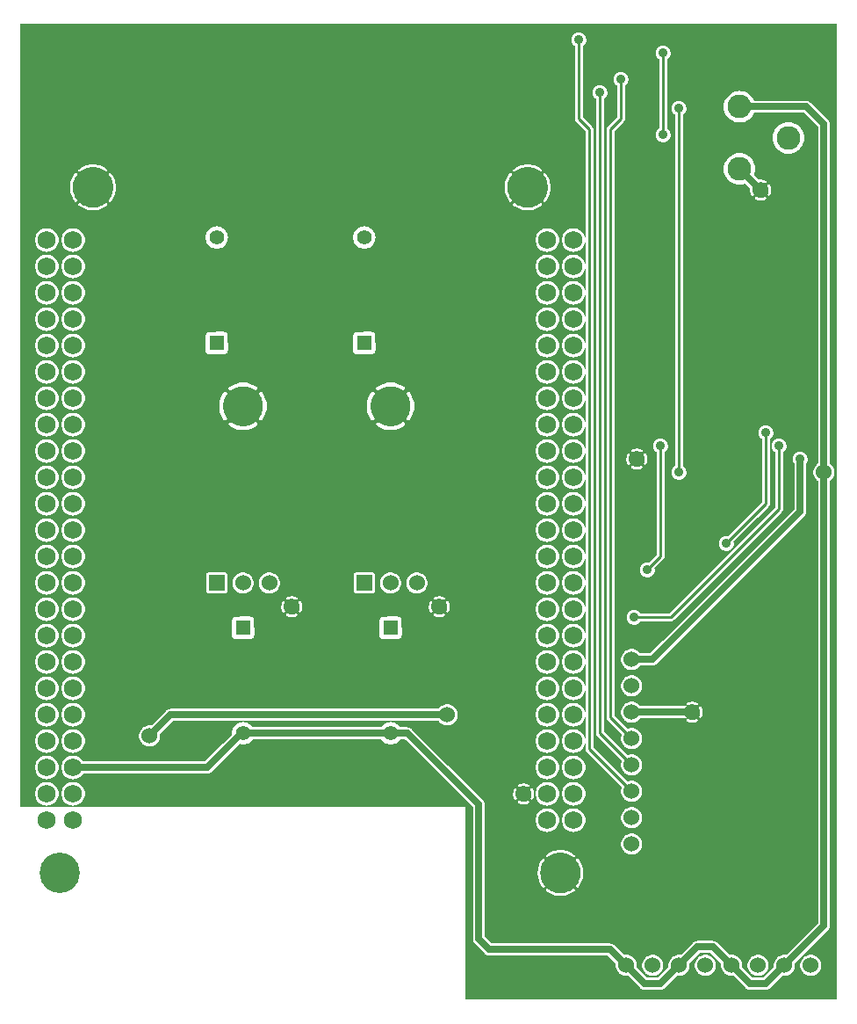
<source format=gbr>
G04 start of page 3 for group 1 idx 1 *
G04 Title: Motor Controller, ground *
G04 Creator: pcb 4.0.2 *
G04 CreationDate: Wed Aug 19 04:53:54 2020 UTC *
G04 For: kevin *
G04 Format: Gerber/RS-274X *
G04 PCB-Dimensions (mil): 3300.00 3900.00 *
G04 PCB-Coordinate-Origin: lower left *
%MOIN*%
%FSLAX25Y25*%
%LNBOTTOM*%
%ADD42C,0.0300*%
%ADD41C,0.1300*%
%ADD40C,0.1250*%
%ADD39C,0.0410*%
%ADD38C,0.0200*%
%ADD37C,0.0350*%
%ADD36C,0.0360*%
%ADD35C,0.0600*%
%ADD34C,0.0550*%
%ADD33C,0.1500*%
%ADD32C,0.1530*%
%ADD31C,0.0690*%
%ADD30C,0.0900*%
%ADD29C,0.0001*%
%ADD28C,0.0250*%
%ADD27C,0.0100*%
G54D27*X226000Y105000D02*Y340000D01*
X234000Y117000D02*Y340000D01*
X293000Y198000D02*X278000Y183000D01*
G54D28*X250000Y139000D02*X306000Y195000D01*
G54D27*X243000Y155000D02*X257000D01*
X298000Y196000D01*
X253000Y178000D02*X248000Y173000D01*
X298000Y196000D02*Y220000D01*
G54D28*X306000Y195000D02*Y215000D01*
G54D27*X293000Y225000D02*Y198000D01*
X230000Y111000D02*Y354000D01*
G54D28*X242000Y139000D02*X250000D01*
G54D27*X242000Y89000D02*X226000Y105000D01*
X242000Y99000D02*X230000Y111000D01*
X242000Y109000D02*X234000Y117000D01*
G54D28*X59000Y110000D02*X67000Y118000D01*
X172000D01*
G54D27*X222000Y344000D02*X226000Y340000D01*
X238000Y344000D02*X234000Y340000D01*
X260000Y348000D02*Y210000D01*
X253000Y220000D02*Y178000D01*
X222000Y374000D02*Y344000D01*
X254000Y338000D02*Y369000D01*
X238000Y359000D02*Y344000D01*
G54D28*X283000Y348622D02*X308378D01*
X315000Y342000D02*Y38000D01*
X293000Y16000D01*
X287000D01*
X273000Y30000D01*
X283000Y325000D02*X291000Y317000D01*
X150500Y111000D02*X94500D01*
X308378Y348622D02*X315000Y342000D01*
X104500Y168000D02*Y167500D01*
X160500Y168000D02*Y167500D01*
X150000Y111000D02*X157000D01*
X273000Y30000D02*X267000D01*
X234000Y29000D02*X188000D01*
X184000Y33000D01*
X267000Y30000D02*X253000Y16000D01*
X247000D01*
X234000Y29000D01*
X184000Y33000D02*Y84000D01*
X157000Y111000D01*
X30000Y98000D02*X81000D01*
X94000Y111000D02*X81000Y98000D01*
G54D29*G36*
X309994Y343824D02*X312750Y341068D01*
Y213312D01*
X312642Y213246D01*
X312163Y212837D01*
X311754Y212358D01*
X311425Y211822D01*
X311184Y211240D01*
X311037Y210628D01*
X310988Y210000D01*
X311037Y209372D01*
X311184Y208760D01*
X311425Y208178D01*
X311754Y207642D01*
X312163Y207163D01*
X312642Y206754D01*
X312750Y206688D01*
Y38932D01*
X309994Y36176D01*
Y343824D01*
G37*
G36*
Y380000D02*X320000D01*
Y10000D01*
X309994D01*
Y18988D01*
X310000Y18988D01*
X310628Y19037D01*
X311240Y19184D01*
X311822Y19425D01*
X312358Y19754D01*
X312837Y20163D01*
X313246Y20642D01*
X313575Y21178D01*
X313816Y21760D01*
X313963Y22372D01*
X314000Y23000D01*
X313963Y23628D01*
X313816Y24240D01*
X313575Y24822D01*
X313246Y25358D01*
X312837Y25837D01*
X312358Y26246D01*
X311822Y26575D01*
X311240Y26816D01*
X310628Y26963D01*
X310000Y27012D01*
X309994Y27012D01*
Y29812D01*
X316529Y36347D01*
X316596Y36404D01*
X316826Y36673D01*
X316826Y36673D01*
X317011Y36975D01*
X317146Y37303D01*
X317229Y37647D01*
X317257Y38000D01*
X317250Y38088D01*
Y206688D01*
X317358Y206754D01*
X317837Y207163D01*
X318246Y207642D01*
X318575Y208178D01*
X318816Y208760D01*
X318963Y209372D01*
X319000Y210000D01*
X318963Y210628D01*
X318816Y211240D01*
X318575Y211822D01*
X318246Y212358D01*
X317837Y212837D01*
X317358Y213246D01*
X317250Y213312D01*
Y341912D01*
X317257Y342000D01*
X317229Y342353D01*
X317146Y342697D01*
X317107Y342793D01*
X317011Y343025D01*
X316896Y343212D01*
X316826Y343327D01*
X316826Y343327D01*
X316596Y343596D01*
X316529Y343653D01*
X310031Y350151D01*
X309994Y350195D01*
Y380000D01*
G37*
G36*
Y10000D02*X269994D01*
Y18988D01*
X270000Y18988D01*
X270628Y19037D01*
X271240Y19184D01*
X271822Y19425D01*
X272358Y19754D01*
X272837Y20163D01*
X273246Y20642D01*
X273575Y21178D01*
X273816Y21760D01*
X273963Y22372D01*
X274000Y23000D01*
X273963Y23628D01*
X273816Y24240D01*
X273575Y24822D01*
X273246Y25358D01*
X272837Y25837D01*
X272358Y26246D01*
X271822Y26575D01*
X271240Y26816D01*
X270628Y26963D01*
X270000Y27012D01*
X269994Y27012D01*
Y27750D01*
X272068D01*
X276067Y23751D01*
X276037Y23628D01*
X275988Y23000D01*
X276037Y22372D01*
X276184Y21760D01*
X276425Y21178D01*
X276754Y20642D01*
X277163Y20163D01*
X277642Y19754D01*
X278178Y19425D01*
X278760Y19184D01*
X279372Y19037D01*
X280000Y18988D01*
X280628Y19037D01*
X280751Y19067D01*
X285347Y14471D01*
X285404Y14404D01*
X285673Y14174D01*
X285673Y14174D01*
X285861Y14059D01*
X285975Y13989D01*
X286303Y13854D01*
X286647Y13771D01*
X286647D01*
X287000Y13743D01*
X287088Y13750D01*
X292912D01*
X293000Y13743D01*
X293353Y13771D01*
X293353Y13771D01*
X293697Y13854D01*
X294025Y13989D01*
X294327Y14174D01*
X294596Y14404D01*
X294653Y14471D01*
X299249Y19067D01*
X299372Y19037D01*
X300000Y18988D01*
X300628Y19037D01*
X301240Y19184D01*
X301822Y19425D01*
X302358Y19754D01*
X302837Y20163D01*
X303246Y20642D01*
X303575Y21178D01*
X303816Y21760D01*
X303963Y22372D01*
X304000Y23000D01*
X303963Y23628D01*
X303933Y23751D01*
X309994Y29812D01*
Y27012D01*
X309372Y26963D01*
X308760Y26816D01*
X308178Y26575D01*
X307642Y26246D01*
X307163Y25837D01*
X306754Y25358D01*
X306425Y24822D01*
X306184Y24240D01*
X306037Y23628D01*
X305988Y23000D01*
X306037Y22372D01*
X306184Y21760D01*
X306425Y21178D01*
X306754Y20642D01*
X307163Y20163D01*
X307642Y19754D01*
X308178Y19425D01*
X308760Y19184D01*
X309372Y19037D01*
X309994Y18988D01*
Y10000D01*
G37*
G36*
X301495Y346372D02*X307446D01*
X309994Y343824D01*
Y36176D01*
X301495Y27677D01*
Y187313D01*
X307529Y193347D01*
X307596Y193404D01*
X307826Y193673D01*
X307826Y193673D01*
X308011Y193975D01*
X308146Y194303D01*
X308229Y194647D01*
X308257Y195000D01*
X308250Y195088D01*
Y213323D01*
X308272Y213349D01*
X308503Y213725D01*
X308671Y214132D01*
X308774Y214561D01*
X308800Y215000D01*
X308774Y215439D01*
X308671Y215868D01*
X308503Y216275D01*
X308272Y216651D01*
X307986Y216986D01*
X307651Y217272D01*
X307275Y217503D01*
X306868Y217671D01*
X306439Y217774D01*
X306000Y217809D01*
X305561Y217774D01*
X305132Y217671D01*
X304725Y217503D01*
X304349Y217272D01*
X304014Y216986D01*
X303728Y216651D01*
X303497Y216275D01*
X303329Y215868D01*
X303226Y215439D01*
X303191Y215000D01*
X303226Y214561D01*
X303329Y214132D01*
X303497Y213725D01*
X303728Y213349D01*
X303750Y213323D01*
Y195932D01*
X301495Y193677D01*
Y330793D01*
X301504Y330793D01*
X302445Y330867D01*
X303364Y331087D01*
X304236Y331448D01*
X305042Y331942D01*
X305760Y332555D01*
X306373Y333273D01*
X306866Y334079D01*
X307228Y334951D01*
X307448Y335870D01*
X307504Y336811D01*
X307448Y337753D01*
X307228Y338671D01*
X306866Y339543D01*
X306373Y340349D01*
X305760Y341067D01*
X305042Y341680D01*
X304236Y342174D01*
X303364Y342535D01*
X302445Y342755D01*
X301504Y342830D01*
X301495Y342829D01*
Y346372D01*
G37*
G36*
Y27677D02*X300751Y26933D01*
X300628Y26963D01*
X300000Y27012D01*
X299372Y26963D01*
X298760Y26816D01*
X298178Y26575D01*
X297642Y26246D01*
X297163Y25837D01*
X296754Y25358D01*
X296425Y24822D01*
X296184Y24240D01*
X296037Y23628D01*
X295988Y23000D01*
X296037Y22372D01*
X296067Y22249D01*
X294284Y20466D01*
Y180102D01*
X301495Y187313D01*
Y27677D01*
G37*
G36*
X294284Y346372D02*X301495D01*
Y342829D01*
X300562Y342755D01*
X299644Y342535D01*
X298772Y342174D01*
X297966Y341680D01*
X297248Y341067D01*
X296635Y340349D01*
X296141Y339543D01*
X295780Y338671D01*
X295560Y337753D01*
X295485Y336811D01*
X295560Y335870D01*
X295780Y334951D01*
X296141Y334079D01*
X296635Y333273D01*
X297248Y332555D01*
X297966Y331942D01*
X298772Y331448D01*
X299644Y331087D01*
X300562Y330867D01*
X301495Y330793D01*
Y193677D01*
X294284Y186466D01*
Y190162D01*
X299019Y194898D01*
X299064Y194936D01*
X299217Y195115D01*
X299217Y195116D01*
X299341Y195317D01*
X299431Y195535D01*
X299486Y195765D01*
X299505Y196000D01*
X299500Y196059D01*
Y217635D01*
X299651Y217728D01*
X299986Y218014D01*
X300272Y218349D01*
X300503Y218725D01*
X300671Y219132D01*
X300774Y219561D01*
X300800Y220000D01*
X300774Y220439D01*
X300671Y220868D01*
X300503Y221275D01*
X300272Y221651D01*
X299986Y221986D01*
X299651Y222272D01*
X299275Y222503D01*
X298868Y222671D01*
X298439Y222774D01*
X298000Y222809D01*
X297561Y222774D01*
X297132Y222671D01*
X296725Y222503D01*
X296349Y222272D01*
X296014Y221986D01*
X295728Y221651D01*
X295497Y221275D01*
X295329Y220868D01*
X295226Y220439D01*
X295191Y220000D01*
X295226Y219561D01*
X295329Y219132D01*
X295497Y218725D01*
X295728Y218349D01*
X296014Y218014D01*
X296349Y217728D01*
X296500Y217635D01*
Y196621D01*
X294284Y194405D01*
Y197224D01*
X294341Y197317D01*
X294431Y197535D01*
X294486Y197765D01*
X294505Y198000D01*
X294500Y198059D01*
Y222635D01*
X294651Y222728D01*
X294986Y223014D01*
X295272Y223349D01*
X295503Y223725D01*
X295671Y224132D01*
X295774Y224561D01*
X295800Y225000D01*
X295774Y225439D01*
X295671Y225868D01*
X295503Y226275D01*
X295272Y226651D01*
X294986Y226986D01*
X294651Y227272D01*
X294284Y227497D01*
Y314869D01*
X294287Y314870D01*
X294355Y314909D01*
X294416Y314958D01*
X294469Y315017D01*
X294511Y315083D01*
X294674Y315408D01*
X294803Y315748D01*
X294901Y316098D01*
X294967Y316456D01*
X295000Y316818D01*
Y317182D01*
X294967Y317544D01*
X294901Y317902D01*
X294803Y318252D01*
X294674Y318592D01*
X294515Y318919D01*
X294472Y318985D01*
X294419Y319044D01*
X294357Y319094D01*
X294288Y319133D01*
X294284Y319135D01*
Y346372D01*
G37*
G36*
Y194405D02*X289994Y190115D01*
Y192873D01*
X294019Y196898D01*
X294064Y196936D01*
X294217Y197115D01*
X294217Y197116D01*
X294284Y197224D01*
Y194405D01*
G37*
G36*
Y186466D02*X289994Y182176D01*
Y185873D01*
X294284Y190162D01*
Y186466D01*
G37*
G36*
Y20466D02*X292068Y18250D01*
X289994D01*
Y18988D01*
X290000Y18988D01*
X290628Y19037D01*
X291240Y19184D01*
X291822Y19425D01*
X292358Y19754D01*
X292837Y20163D01*
X293246Y20642D01*
X293575Y21178D01*
X293816Y21760D01*
X293963Y22372D01*
X294000Y23000D01*
X293963Y23628D01*
X293816Y24240D01*
X293575Y24822D01*
X293246Y25358D01*
X292837Y25837D01*
X292358Y26246D01*
X291822Y26575D01*
X291240Y26816D01*
X290628Y26963D01*
X290000Y27012D01*
X289994Y27012D01*
Y175812D01*
X294284Y180102D01*
Y20466D01*
G37*
G36*
X289994Y346372D02*X294284D01*
Y319135D01*
X294214Y319161D01*
X294137Y319177D01*
X294058Y319181D01*
X293979Y319173D01*
X293903Y319152D01*
X293830Y319120D01*
X293764Y319077D01*
X293705Y319024D01*
X293656Y318962D01*
X293616Y318893D01*
X293588Y318819D01*
X293572Y318742D01*
X293568Y318663D01*
X293576Y318584D01*
X293597Y318507D01*
X293630Y318436D01*
X293753Y318193D01*
X293850Y317938D01*
X293923Y317676D01*
X293972Y317408D01*
X293997Y317136D01*
Y316864D01*
X293972Y316592D01*
X293923Y316324D01*
X293850Y316062D01*
X293753Y315807D01*
X293633Y315563D01*
X293600Y315491D01*
X293579Y315416D01*
X293571Y315337D01*
X293575Y315259D01*
X293591Y315182D01*
X293619Y315108D01*
X293658Y315040D01*
X293707Y314979D01*
X293766Y314926D01*
X293832Y314883D01*
X293904Y314851D01*
X293980Y314830D01*
X294058Y314822D01*
X294136Y314826D01*
X294213Y314842D01*
X294284Y314869D01*
Y227497D01*
X294275Y227503D01*
X293868Y227671D01*
X293439Y227774D01*
X293000Y227809D01*
X292561Y227774D01*
X292132Y227671D01*
X291725Y227503D01*
X291349Y227272D01*
X291014Y226986D01*
X290728Y226651D01*
X290497Y226275D01*
X290329Y225868D01*
X290226Y225439D01*
X290191Y225000D01*
X290226Y224561D01*
X290329Y224132D01*
X290497Y223725D01*
X290728Y223349D01*
X291014Y223014D01*
X291349Y222728D01*
X291500Y222635D01*
Y198621D01*
X289994Y197115D01*
Y313128D01*
X290098Y313099D01*
X290456Y313033D01*
X290818Y313000D01*
X291182D01*
X291544Y313033D01*
X291902Y313099D01*
X292252Y313197D01*
X292592Y313326D01*
X292919Y313485D01*
X292985Y313528D01*
X293044Y313581D01*
X293094Y313643D01*
X293133Y313712D01*
X293161Y313786D01*
X293177Y313863D01*
X293181Y313942D01*
X293173Y314021D01*
X293152Y314097D01*
X293120Y314170D01*
X293077Y314236D01*
X293024Y314295D01*
X292962Y314344D01*
X292893Y314384D01*
X292819Y314412D01*
X292742Y314428D01*
X292663Y314432D01*
X292584Y314424D01*
X292507Y314403D01*
X292436Y314370D01*
X292193Y314247D01*
X291938Y314150D01*
X291676Y314077D01*
X291408Y314028D01*
X291136Y314003D01*
X290864D01*
X290592Y314028D01*
X290324Y314077D01*
X290062Y314150D01*
X289994Y314176D01*
Y314981D01*
X290303Y314854D01*
X290647Y314771D01*
X291000Y314743D01*
X291353Y314771D01*
X291697Y314854D01*
X292025Y314989D01*
X292327Y315174D01*
X292596Y315404D01*
X292826Y315673D01*
X293011Y315975D01*
X293146Y316303D01*
X293229Y316647D01*
X293257Y317000D01*
X293229Y317353D01*
X293146Y317697D01*
X293011Y318025D01*
X292826Y318327D01*
X292591Y318591D01*
X291190Y319992D01*
X291408Y319972D01*
X291676Y319923D01*
X291938Y319850D01*
X292193Y319753D01*
X292437Y319633D01*
X292509Y319600D01*
X292584Y319579D01*
X292663Y319571D01*
X292741Y319575D01*
X292818Y319591D01*
X292892Y319619D01*
X292960Y319658D01*
X293021Y319707D01*
X293074Y319766D01*
X293117Y319832D01*
X293149Y319904D01*
X293170Y319980D01*
X293178Y320058D01*
X293174Y320136D01*
X293158Y320213D01*
X293130Y320287D01*
X293091Y320355D01*
X293042Y320416D01*
X292983Y320469D01*
X292917Y320511D01*
X292592Y320674D01*
X292252Y320803D01*
X291902Y320901D01*
X291544Y320967D01*
X291182Y321000D01*
X290818D01*
X290456Y320967D01*
X290252Y320930D01*
X289994Y321188D01*
Y346372D01*
G37*
G36*
Y380000D02*X309994D01*
Y350195D01*
X309974Y350218D01*
X309705Y350448D01*
X309705Y350448D01*
X309590Y350518D01*
X309403Y350633D01*
X309171Y350729D01*
X309075Y350769D01*
X308731Y350851D01*
X308378Y350879D01*
X308290Y350872D01*
X289994D01*
Y380000D01*
G37*
G36*
Y182176D02*X269994Y162176D01*
Y165873D01*
X289994Y185873D01*
Y182176D01*
G37*
G36*
Y18250D02*X287932D01*
X283933Y22249D01*
X283963Y22372D01*
X284000Y23000D01*
X283963Y23628D01*
X283816Y24240D01*
X283575Y24822D01*
X283246Y25358D01*
X282837Y25837D01*
X282358Y26246D01*
X281822Y26575D01*
X281240Y26816D01*
X280628Y26963D01*
X280000Y27012D01*
X279372Y26963D01*
X279249Y26933D01*
X274653Y31529D01*
X274596Y31596D01*
X274327Y31826D01*
X274327Y31826D01*
X274212Y31896D01*
X274025Y32011D01*
X273793Y32107D01*
X273697Y32146D01*
X273353Y32229D01*
X273000Y32257D01*
X272912Y32250D01*
X269994D01*
Y155812D01*
X289994Y175812D01*
Y27012D01*
X289372Y26963D01*
X288760Y26816D01*
X288178Y26575D01*
X287642Y26246D01*
X287163Y25837D01*
X286754Y25358D01*
X286425Y24822D01*
X286184Y24240D01*
X286037Y23628D01*
X285988Y23000D01*
X286037Y22372D01*
X286184Y21760D01*
X286425Y21178D01*
X286754Y20642D01*
X287163Y20163D01*
X287642Y19754D01*
X288178Y19425D01*
X288760Y19184D01*
X289372Y19037D01*
X289994Y18988D01*
Y18250D01*
G37*
G36*
X269994Y380000D02*X289994D01*
Y350872D01*
X288562D01*
X288363Y351354D01*
X287869Y352160D01*
X287256Y352878D01*
X286538Y353491D01*
X285732Y353985D01*
X284860Y354346D01*
X283942Y354566D01*
X283000Y354641D01*
X282058Y354566D01*
X281140Y354346D01*
X280268Y353985D01*
X279462Y353491D01*
X278744Y352878D01*
X278131Y352160D01*
X277637Y351354D01*
X277276Y350482D01*
X277056Y349564D01*
X276981Y348622D01*
X277056Y347681D01*
X277276Y346762D01*
X277637Y345890D01*
X278131Y345084D01*
X278744Y344366D01*
X279462Y343753D01*
X280268Y343260D01*
X281140Y342898D01*
X282058Y342678D01*
X283000Y342604D01*
X283942Y342678D01*
X284860Y342898D01*
X285732Y343260D01*
X286538Y343753D01*
X287256Y344366D01*
X287869Y345084D01*
X288363Y345890D01*
X288562Y346372D01*
X289994D01*
Y321188D01*
X288524Y322658D01*
X288724Y323140D01*
X288944Y324058D01*
X289000Y325000D01*
X288944Y325942D01*
X288724Y326860D01*
X288363Y327732D01*
X287869Y328538D01*
X287256Y329256D01*
X286538Y329869D01*
X285732Y330363D01*
X284860Y330724D01*
X283942Y330944D01*
X283000Y331019D01*
X282058Y330944D01*
X281140Y330724D01*
X280268Y330363D01*
X279462Y329869D01*
X278744Y329256D01*
X278131Y328538D01*
X277637Y327732D01*
X277276Y326860D01*
X277056Y325942D01*
X276981Y325000D01*
X277056Y324058D01*
X277276Y323140D01*
X277637Y322268D01*
X278131Y321462D01*
X278744Y320744D01*
X279462Y320131D01*
X280268Y319637D01*
X281140Y319276D01*
X282058Y319056D01*
X283000Y318981D01*
X283942Y319056D01*
X284860Y319276D01*
X285342Y319476D01*
X287070Y317748D01*
X287033Y317544D01*
X287000Y317182D01*
Y316818D01*
X287033Y316456D01*
X287099Y316098D01*
X287197Y315748D01*
X287326Y315408D01*
X287485Y315081D01*
X287528Y315015D01*
X287581Y314956D01*
X287643Y314906D01*
X287712Y314867D01*
X287786Y314839D01*
X287863Y314823D01*
X287942Y314819D01*
X288021Y314827D01*
X288097Y314848D01*
X288170Y314880D01*
X288236Y314923D01*
X288295Y314976D01*
X288344Y315038D01*
X288384Y315107D01*
X288412Y315181D01*
X288428Y315258D01*
X288432Y315337D01*
X288424Y315416D01*
X288403Y315493D01*
X288370Y315564D01*
X288247Y315807D01*
X288150Y316062D01*
X288077Y316324D01*
X288028Y316592D01*
X288008Y316810D01*
X289409Y315409D01*
X289673Y315174D01*
X289975Y314989D01*
X289994Y314981D01*
Y314176D01*
X289807Y314247D01*
X289563Y314367D01*
X289491Y314400D01*
X289415Y314421D01*
X289337Y314429D01*
X289259Y314425D01*
X289182Y314409D01*
X289108Y314381D01*
X289040Y314342D01*
X288979Y314293D01*
X288926Y314234D01*
X288883Y314168D01*
X288851Y314096D01*
X288830Y314020D01*
X288822Y313942D01*
X288826Y313864D01*
X288842Y313787D01*
X288870Y313713D01*
X288909Y313645D01*
X288958Y313584D01*
X289017Y313531D01*
X289083Y313489D01*
X289408Y313326D01*
X289748Y313197D01*
X289994Y313128D01*
Y197115D01*
X278611Y185733D01*
X278439Y185774D01*
X278000Y185809D01*
X277561Y185774D01*
X277132Y185671D01*
X276725Y185503D01*
X276349Y185272D01*
X276014Y184986D01*
X275728Y184651D01*
X275497Y184275D01*
X275329Y183868D01*
X275226Y183439D01*
X275191Y183000D01*
X275226Y182561D01*
X275329Y182132D01*
X275497Y181725D01*
X275728Y181349D01*
X276014Y181014D01*
X276349Y180728D01*
X276725Y180497D01*
X277132Y180329D01*
X277561Y180226D01*
X278000Y180191D01*
X278439Y180226D01*
X278868Y180329D01*
X279275Y180497D01*
X279651Y180728D01*
X279986Y181014D01*
X280272Y181349D01*
X280503Y181725D01*
X280671Y182132D01*
X280774Y182561D01*
X280800Y183000D01*
X280774Y183439D01*
X280733Y183611D01*
X289994Y192873D01*
Y190115D01*
X269994Y170115D01*
Y380000D01*
G37*
G36*
Y162176D02*X253996Y146178D01*
Y153500D01*
X256941D01*
X257000Y153495D01*
X257235Y153514D01*
X257235Y153514D01*
X257465Y153569D01*
X257683Y153659D01*
X257884Y153783D01*
X258064Y153936D01*
X258102Y153981D01*
X269994Y165873D01*
Y162176D01*
G37*
G36*
Y32250D02*X268284D01*
Y116869D01*
X268287Y116870D01*
X268355Y116909D01*
X268416Y116958D01*
X268469Y117017D01*
X268511Y117083D01*
X268674Y117408D01*
X268803Y117748D01*
X268901Y118098D01*
X268967Y118456D01*
X269000Y118818D01*
Y119182D01*
X268967Y119544D01*
X268901Y119902D01*
X268803Y120252D01*
X268674Y120592D01*
X268515Y120919D01*
X268472Y120985D01*
X268419Y121044D01*
X268357Y121094D01*
X268288Y121133D01*
X268284Y121135D01*
Y154102D01*
X269994Y155812D01*
Y32250D01*
G37*
G36*
X268284D02*X267088D01*
X267000Y32257D01*
X266647Y32229D01*
X266303Y32146D01*
X265975Y32011D01*
X265673Y31826D01*
X265673Y31826D01*
X265404Y31596D01*
X265347Y31529D01*
X265002Y31184D01*
Y115000D01*
X265182D01*
X265544Y115033D01*
X265902Y115099D01*
X266252Y115197D01*
X266592Y115326D01*
X266919Y115485D01*
X266985Y115528D01*
X267044Y115581D01*
X267094Y115643D01*
X267133Y115712D01*
X267161Y115786D01*
X267177Y115863D01*
X267181Y115942D01*
X267173Y116021D01*
X267152Y116097D01*
X267120Y116170D01*
X267077Y116236D01*
X267024Y116295D01*
X266962Y116344D01*
X266893Y116384D01*
X266819Y116412D01*
X266742Y116428D01*
X266663Y116432D01*
X266584Y116424D01*
X266507Y116403D01*
X266436Y116370D01*
X266193Y116247D01*
X265938Y116150D01*
X265676Y116077D01*
X265408Y116028D01*
X265136Y116003D01*
X265002D01*
Y116750D01*
X265353Y116771D01*
X265697Y116854D01*
X266025Y116989D01*
X266327Y117174D01*
X266596Y117404D01*
X266826Y117673D01*
X267011Y117975D01*
X267146Y118303D01*
X267229Y118647D01*
X267257Y119000D01*
X267229Y119353D01*
X267146Y119697D01*
X267011Y120025D01*
X266826Y120327D01*
X266596Y120596D01*
X266327Y120826D01*
X266025Y121011D01*
X265697Y121146D01*
X265353Y121229D01*
X265002Y121250D01*
Y121997D01*
X265136D01*
X265408Y121972D01*
X265676Y121923D01*
X265938Y121850D01*
X266193Y121753D01*
X266437Y121633D01*
X266509Y121600D01*
X266584Y121579D01*
X266663Y121571D01*
X266741Y121575D01*
X266818Y121591D01*
X266892Y121619D01*
X266960Y121658D01*
X267021Y121707D01*
X267074Y121766D01*
X267117Y121832D01*
X267149Y121904D01*
X267170Y121980D01*
X267178Y122058D01*
X267174Y122136D01*
X267158Y122213D01*
X267130Y122287D01*
X267091Y122355D01*
X267042Y122416D01*
X266983Y122469D01*
X266917Y122511D01*
X266592Y122674D01*
X266252Y122803D01*
X265902Y122901D01*
X265544Y122967D01*
X265182Y123000D01*
X265002D01*
Y150820D01*
X268284Y154102D01*
Y121135D01*
X268214Y121161D01*
X268137Y121177D01*
X268058Y121181D01*
X267979Y121173D01*
X267903Y121152D01*
X267830Y121120D01*
X267764Y121077D01*
X267705Y121024D01*
X267656Y120962D01*
X267616Y120893D01*
X267588Y120819D01*
X267572Y120742D01*
X267568Y120663D01*
X267576Y120584D01*
X267597Y120507D01*
X267630Y120436D01*
X267753Y120193D01*
X267850Y119938D01*
X267923Y119676D01*
X267972Y119408D01*
X267997Y119136D01*
Y118864D01*
X267972Y118592D01*
X267923Y118324D01*
X267850Y118062D01*
X267753Y117807D01*
X267633Y117563D01*
X267600Y117491D01*
X267579Y117416D01*
X267571Y117337D01*
X267575Y117259D01*
X267591Y117182D01*
X267619Y117108D01*
X267658Y117040D01*
X267707Y116979D01*
X267766Y116926D01*
X267832Y116883D01*
X267904Y116851D01*
X267980Y116830D01*
X268058Y116822D01*
X268136Y116826D01*
X268213Y116842D01*
X268284Y116869D01*
Y32250D01*
G37*
G36*
X265002Y121250D02*X265000Y121250D01*
X253996D01*
Y139814D01*
X265002Y150820D01*
Y123000D01*
X264818D01*
X264456Y122967D01*
X264098Y122901D01*
X263748Y122803D01*
X263408Y122674D01*
X263081Y122515D01*
X263015Y122472D01*
X262956Y122419D01*
X262906Y122357D01*
X262867Y122288D01*
X262839Y122214D01*
X262823Y122137D01*
X262819Y122058D01*
X262827Y121979D01*
X262848Y121903D01*
X262880Y121830D01*
X262923Y121764D01*
X262976Y121705D01*
X263038Y121656D01*
X263107Y121616D01*
X263181Y121588D01*
X263258Y121572D01*
X263337Y121568D01*
X263416Y121576D01*
X263493Y121597D01*
X263564Y121630D01*
X263807Y121753D01*
X264062Y121850D01*
X264324Y121923D01*
X264592Y121972D01*
X264864Y121997D01*
X265002D01*
Y121250D01*
G37*
G36*
Y31184D02*X260751Y26933D01*
X260628Y26963D01*
X260000Y27012D01*
X259372Y26963D01*
X258760Y26816D01*
X258178Y26575D01*
X257642Y26246D01*
X257163Y25837D01*
X256754Y25358D01*
X256425Y24822D01*
X256184Y24240D01*
X256037Y23628D01*
X255988Y23000D01*
X256037Y22372D01*
X256067Y22249D01*
X253996Y20178D01*
Y22927D01*
X254000Y23000D01*
X253996Y23073D01*
Y116750D01*
X265000D01*
X265002Y116750D01*
Y116003D01*
X264864D01*
X264592Y116028D01*
X264324Y116077D01*
X264062Y116150D01*
X263807Y116247D01*
X263563Y116367D01*
X263491Y116400D01*
X263415Y116421D01*
X263337Y116429D01*
X263259Y116425D01*
X263182Y116409D01*
X263108Y116381D01*
X263040Y116342D01*
X262979Y116293D01*
X262926Y116234D01*
X262883Y116168D01*
X262851Y116096D01*
X262830Y116020D01*
X262822Y115942D01*
X262826Y115864D01*
X262842Y115787D01*
X262870Y115713D01*
X262909Y115645D01*
X262958Y115584D01*
X263017Y115531D01*
X263083Y115489D01*
X263408Y115326D01*
X263748Y115197D01*
X264098Y115099D01*
X264456Y115033D01*
X264818Y115000D01*
X265002D01*
Y31184D01*
G37*
G36*
X269994Y10000D02*X253996D01*
Y13977D01*
X254025Y13989D01*
X254327Y14174D01*
X254596Y14404D01*
X254653Y14471D01*
X259249Y19067D01*
X259372Y19037D01*
X260000Y18988D01*
X260628Y19037D01*
X261240Y19184D01*
X261822Y19425D01*
X262358Y19754D01*
X262837Y20163D01*
X263246Y20642D01*
X263575Y21178D01*
X263816Y21760D01*
X263963Y22372D01*
X264000Y23000D01*
X263963Y23628D01*
X263933Y23751D01*
X267932Y27750D01*
X269994D01*
Y27012D01*
X269372Y26963D01*
X268760Y26816D01*
X268178Y26575D01*
X267642Y26246D01*
X267163Y25837D01*
X266754Y25358D01*
X266425Y24822D01*
X266184Y24240D01*
X266037Y23628D01*
X265988Y23000D01*
X266037Y22372D01*
X266184Y21760D01*
X266425Y21178D01*
X266754Y20642D01*
X267163Y20163D01*
X267642Y19754D01*
X268178Y19425D01*
X268760Y19184D01*
X269372Y19037D01*
X269994Y18988D01*
Y10000D01*
G37*
G36*
X259996Y380000D02*X269994D01*
Y170115D01*
X259996Y160117D01*
Y207192D01*
X260000Y207191D01*
X260439Y207226D01*
X260868Y207329D01*
X261275Y207497D01*
X261651Y207728D01*
X261986Y208014D01*
X262272Y208349D01*
X262503Y208725D01*
X262671Y209132D01*
X262774Y209561D01*
X262800Y210000D01*
X262774Y210439D01*
X262671Y210868D01*
X262503Y211275D01*
X262272Y211651D01*
X261986Y211986D01*
X261651Y212272D01*
X261500Y212365D01*
Y345635D01*
X261651Y345728D01*
X261986Y346014D01*
X262272Y346349D01*
X262503Y346725D01*
X262671Y347132D01*
X262774Y347561D01*
X262800Y348000D01*
X262774Y348439D01*
X262671Y348868D01*
X262503Y349275D01*
X262272Y349651D01*
X261986Y349986D01*
X261651Y350272D01*
X261275Y350503D01*
X260868Y350671D01*
X260439Y350774D01*
X260000Y350809D01*
X259996Y350808D01*
Y380000D01*
G37*
G36*
X253996D02*X259996D01*
Y350808D01*
X259561Y350774D01*
X259132Y350671D01*
X258725Y350503D01*
X258349Y350272D01*
X258014Y349986D01*
X257728Y349651D01*
X257497Y349275D01*
X257329Y348868D01*
X257226Y348439D01*
X257191Y348000D01*
X257226Y347561D01*
X257329Y347132D01*
X257497Y346725D01*
X257728Y346349D01*
X258014Y346014D01*
X258349Y345728D01*
X258500Y345635D01*
Y212365D01*
X258349Y212272D01*
X258014Y211986D01*
X257728Y211651D01*
X257497Y211275D01*
X257329Y210868D01*
X257226Y210439D01*
X257191Y210000D01*
X257226Y209561D01*
X257329Y209132D01*
X257497Y208725D01*
X257728Y208349D01*
X258014Y208014D01*
X258349Y207728D01*
X258725Y207497D01*
X259132Y207329D01*
X259561Y207226D01*
X259996Y207192D01*
Y160117D01*
X256379Y156500D01*
X253996D01*
Y176874D01*
X254019Y176898D01*
X254064Y176936D01*
X254217Y177115D01*
X254217Y177116D01*
X254341Y177317D01*
X254431Y177535D01*
X254486Y177765D01*
X254505Y178000D01*
X254500Y178059D01*
Y217635D01*
X254651Y217728D01*
X254986Y218014D01*
X255272Y218349D01*
X255503Y218725D01*
X255671Y219132D01*
X255774Y219561D01*
X255800Y220000D01*
X255774Y220439D01*
X255671Y220868D01*
X255503Y221275D01*
X255272Y221651D01*
X254986Y221986D01*
X254651Y222272D01*
X254275Y222503D01*
X253996Y222618D01*
Y335192D01*
X254000Y335191D01*
X254439Y335226D01*
X254868Y335329D01*
X255275Y335497D01*
X255651Y335728D01*
X255986Y336014D01*
X256272Y336349D01*
X256503Y336725D01*
X256671Y337132D01*
X256774Y337561D01*
X256800Y338000D01*
X256774Y338439D01*
X256671Y338868D01*
X256503Y339275D01*
X256272Y339651D01*
X255986Y339986D01*
X255651Y340272D01*
X255500Y340365D01*
Y366635D01*
X255651Y366728D01*
X255986Y367014D01*
X256272Y367349D01*
X256503Y367725D01*
X256671Y368132D01*
X256774Y368561D01*
X256800Y369000D01*
X256774Y369439D01*
X256671Y369868D01*
X256503Y370275D01*
X256272Y370651D01*
X255986Y370986D01*
X255651Y371272D01*
X255275Y371503D01*
X254868Y371671D01*
X254439Y371774D01*
X254000Y371809D01*
X253996Y371808D01*
Y380000D01*
G37*
G36*
Y10000D02*X236596D01*
Y20900D01*
X236754Y20642D01*
X237163Y20163D01*
X237642Y19754D01*
X238178Y19425D01*
X238760Y19184D01*
X239372Y19037D01*
X240000Y18988D01*
X240628Y19037D01*
X240751Y19067D01*
X245347Y14471D01*
X245404Y14404D01*
X245673Y14174D01*
X245673Y14174D01*
X245861Y14059D01*
X245975Y13989D01*
X246303Y13854D01*
X246647Y13771D01*
X246647D01*
X247000Y13743D01*
X247088Y13750D01*
X252912D01*
X253000Y13743D01*
X253353Y13771D01*
X253353Y13771D01*
X253697Y13854D01*
X253996Y13977D01*
Y10000D01*
G37*
G36*
X241994Y114988D02*X242000Y114988D01*
X242628Y115037D01*
X243240Y115184D01*
X243822Y115425D01*
X244358Y115754D01*
X244837Y116163D01*
X245246Y116642D01*
X245312Y116750D01*
X253996D01*
Y23073D01*
X253963Y23628D01*
X253816Y24240D01*
X253575Y24822D01*
X253246Y25358D01*
X252837Y25837D01*
X252358Y26246D01*
X251822Y26575D01*
X251240Y26816D01*
X250628Y26963D01*
X250000Y27012D01*
X249372Y26963D01*
X248760Y26816D01*
X248178Y26575D01*
X247642Y26246D01*
X247163Y25837D01*
X246754Y25358D01*
X246425Y24822D01*
X246184Y24240D01*
X246037Y23628D01*
X245988Y23000D01*
X246037Y22372D01*
X246184Y21760D01*
X246425Y21178D01*
X246754Y20642D01*
X247163Y20163D01*
X247642Y19754D01*
X248178Y19425D01*
X248760Y19184D01*
X249372Y19037D01*
X250000Y18988D01*
X250628Y19037D01*
X251240Y19184D01*
X251822Y19425D01*
X252358Y19754D01*
X252837Y20163D01*
X253246Y20642D01*
X253575Y21178D01*
X253816Y21760D01*
X253963Y22372D01*
X253996Y22927D01*
Y20178D01*
X252068Y18250D01*
X247932D01*
X243933Y22249D01*
X243963Y22372D01*
X244000Y23000D01*
X243963Y23628D01*
X243816Y24240D01*
X243575Y24822D01*
X243246Y25358D01*
X242837Y25837D01*
X242358Y26246D01*
X241994Y26469D01*
Y64988D01*
X242000Y64988D01*
X242628Y65037D01*
X243240Y65184D01*
X243822Y65425D01*
X244358Y65754D01*
X244837Y66163D01*
X245246Y66642D01*
X245575Y67178D01*
X245816Y67760D01*
X245963Y68372D01*
X246000Y69000D01*
X245963Y69628D01*
X245816Y70240D01*
X245575Y70822D01*
X245246Y71358D01*
X244837Y71837D01*
X244358Y72246D01*
X243822Y72575D01*
X243240Y72816D01*
X242628Y72963D01*
X242000Y73012D01*
X241994Y73012D01*
Y74988D01*
X242000Y74988D01*
X242628Y75037D01*
X243240Y75184D01*
X243822Y75425D01*
X244358Y75754D01*
X244837Y76163D01*
X245246Y76642D01*
X245575Y77178D01*
X245816Y77760D01*
X245963Y78372D01*
X246000Y79000D01*
X245963Y79628D01*
X245816Y80240D01*
X245575Y80822D01*
X245246Y81358D01*
X244837Y81837D01*
X244358Y82246D01*
X243822Y82575D01*
X243240Y82816D01*
X242628Y82963D01*
X242000Y83012D01*
X241994Y83012D01*
Y84988D01*
X242000Y84988D01*
X242628Y85037D01*
X243240Y85184D01*
X243822Y85425D01*
X244358Y85754D01*
X244837Y86163D01*
X245246Y86642D01*
X245575Y87178D01*
X245816Y87760D01*
X245963Y88372D01*
X246000Y89000D01*
X245963Y89628D01*
X245816Y90240D01*
X245575Y90822D01*
X245246Y91358D01*
X244837Y91837D01*
X244358Y92246D01*
X243822Y92575D01*
X243240Y92816D01*
X242628Y92963D01*
X242000Y93012D01*
X241994Y93012D01*
Y94988D01*
X242000Y94988D01*
X242628Y95037D01*
X243240Y95184D01*
X243822Y95425D01*
X244358Y95754D01*
X244837Y96163D01*
X245246Y96642D01*
X245575Y97178D01*
X245816Y97760D01*
X245963Y98372D01*
X246000Y99000D01*
X245963Y99628D01*
X245816Y100240D01*
X245575Y100822D01*
X245246Y101358D01*
X244837Y101837D01*
X244358Y102246D01*
X243822Y102575D01*
X243240Y102816D01*
X242628Y102963D01*
X242000Y103012D01*
X241994Y103012D01*
Y104988D01*
X242000Y104988D01*
X242628Y105037D01*
X243240Y105184D01*
X243822Y105425D01*
X244358Y105754D01*
X244837Y106163D01*
X245246Y106642D01*
X245575Y107178D01*
X245816Y107760D01*
X245963Y108372D01*
X246000Y109000D01*
X245963Y109628D01*
X245816Y110240D01*
X245575Y110822D01*
X245246Y111358D01*
X244837Y111837D01*
X244358Y112246D01*
X243822Y112575D01*
X243240Y112816D01*
X242628Y112963D01*
X242000Y113012D01*
X241994Y113012D01*
Y114988D01*
G37*
G36*
Y134988D02*X242000Y134988D01*
X242628Y135037D01*
X243240Y135184D01*
X243822Y135425D01*
X244358Y135754D01*
X244837Y136163D01*
X245246Y136642D01*
X245312Y136750D01*
X249912D01*
X250000Y136743D01*
X250353Y136771D01*
X250353Y136771D01*
X250697Y136854D01*
X251025Y136989D01*
X251327Y137174D01*
X251596Y137404D01*
X251653Y137471D01*
X253996Y139814D01*
Y121250D01*
X245312D01*
X245246Y121358D01*
X244837Y121837D01*
X244358Y122246D01*
X243822Y122575D01*
X243240Y122816D01*
X242628Y122963D01*
X242000Y123012D01*
X241994Y123012D01*
Y124988D01*
X242000Y124988D01*
X242628Y125037D01*
X243240Y125184D01*
X243822Y125425D01*
X244358Y125754D01*
X244837Y126163D01*
X245246Y126642D01*
X245575Y127178D01*
X245816Y127760D01*
X245963Y128372D01*
X246000Y129000D01*
X245963Y129628D01*
X245816Y130240D01*
X245575Y130822D01*
X245246Y131358D01*
X244837Y131837D01*
X244358Y132246D01*
X243822Y132575D01*
X243240Y132816D01*
X242628Y132963D01*
X242000Y133012D01*
X241994Y133012D01*
Y134988D01*
G37*
G36*
Y152386D02*X242132Y152329D01*
X242561Y152226D01*
X243000Y152191D01*
X243439Y152226D01*
X243868Y152329D01*
X244275Y152497D01*
X244651Y152728D01*
X244986Y153014D01*
X245272Y153349D01*
X245365Y153500D01*
X253996D01*
Y146178D01*
X249068Y141250D01*
X245312D01*
X245246Y141358D01*
X244837Y141837D01*
X244358Y142246D01*
X243822Y142575D01*
X243240Y142816D01*
X242628Y142963D01*
X242000Y143012D01*
X241994Y143012D01*
Y152386D01*
G37*
G36*
X247284Y170292D02*X247561Y170226D01*
X248000Y170191D01*
X248439Y170226D01*
X248868Y170329D01*
X249275Y170497D01*
X249651Y170728D01*
X249986Y171014D01*
X250272Y171349D01*
X250503Y171725D01*
X250671Y172132D01*
X250774Y172561D01*
X250800Y173000D01*
X250774Y173439D01*
X250733Y173611D01*
X253996Y176874D01*
Y156500D01*
X247284D01*
Y170292D01*
G37*
G36*
Y380000D02*X253996D01*
Y371808D01*
X253561Y371774D01*
X253132Y371671D01*
X252725Y371503D01*
X252349Y371272D01*
X252014Y370986D01*
X251728Y370651D01*
X251497Y370275D01*
X251329Y369868D01*
X251226Y369439D01*
X251191Y369000D01*
X251226Y368561D01*
X251329Y368132D01*
X251497Y367725D01*
X251728Y367349D01*
X252014Y367014D01*
X252349Y366728D01*
X252500Y366635D01*
Y340365D01*
X252495Y340362D01*
X252349Y340272D01*
X252014Y339986D01*
X251728Y339651D01*
X251497Y339275D01*
X251329Y338868D01*
X251226Y338439D01*
X251191Y338000D01*
X251226Y337561D01*
X251329Y337132D01*
X251497Y336725D01*
X251728Y336349D01*
X252014Y336014D01*
X252349Y335728D01*
X252725Y335497D01*
X253132Y335329D01*
X253561Y335226D01*
X253996Y335192D01*
Y222618D01*
X253868Y222671D01*
X253439Y222774D01*
X253000Y222809D01*
X252561Y222774D01*
X252132Y222671D01*
X251725Y222503D01*
X251349Y222272D01*
X251014Y221986D01*
X250728Y221651D01*
X250497Y221275D01*
X250329Y220868D01*
X250226Y220439D01*
X250191Y220000D01*
X250226Y219561D01*
X250329Y219132D01*
X250497Y218725D01*
X250728Y218349D01*
X251014Y218014D01*
X251349Y217728D01*
X251500Y217635D01*
Y178621D01*
X248611Y175733D01*
X248439Y175774D01*
X248000Y175809D01*
X247561Y175774D01*
X247284Y175708D01*
Y212869D01*
X247287Y212870D01*
X247355Y212909D01*
X247416Y212958D01*
X247469Y213017D01*
X247511Y213083D01*
X247674Y213408D01*
X247803Y213748D01*
X247901Y214098D01*
X247967Y214456D01*
X248000Y214818D01*
Y215182D01*
X247967Y215544D01*
X247901Y215902D01*
X247803Y216252D01*
X247674Y216592D01*
X247515Y216919D01*
X247472Y216985D01*
X247419Y217044D01*
X247357Y217094D01*
X247288Y217133D01*
X247284Y217135D01*
Y380000D01*
G37*
G36*
X241994D02*X247284D01*
Y217135D01*
X247214Y217161D01*
X247137Y217177D01*
X247058Y217181D01*
X246979Y217173D01*
X246903Y217152D01*
X246830Y217120D01*
X246764Y217077D01*
X246705Y217024D01*
X246656Y216962D01*
X246616Y216893D01*
X246588Y216819D01*
X246572Y216742D01*
X246568Y216663D01*
X246576Y216584D01*
X246597Y216507D01*
X246630Y216436D01*
X246753Y216193D01*
X246850Y215938D01*
X246923Y215676D01*
X246972Y215408D01*
X246997Y215136D01*
Y214864D01*
X246972Y214592D01*
X246923Y214324D01*
X246850Y214062D01*
X246753Y213807D01*
X246633Y213563D01*
X246600Y213491D01*
X246579Y213416D01*
X246571Y213337D01*
X246575Y213259D01*
X246591Y213182D01*
X246619Y213108D01*
X246658Y213040D01*
X246707Y212979D01*
X246766Y212926D01*
X246832Y212883D01*
X246904Y212851D01*
X246980Y212830D01*
X247058Y212822D01*
X247136Y212826D01*
X247213Y212842D01*
X247284Y212869D01*
Y175708D01*
X247132Y175671D01*
X246725Y175503D01*
X246349Y175272D01*
X246014Y174986D01*
X245728Y174651D01*
X245497Y174275D01*
X245329Y173868D01*
X245226Y173439D01*
X245191Y173000D01*
X245226Y172561D01*
X245329Y172132D01*
X245497Y171725D01*
X245728Y171349D01*
X246014Y171014D01*
X246349Y170728D01*
X246725Y170497D01*
X247132Y170329D01*
X247284Y170292D01*
Y156500D01*
X245365D01*
X245272Y156651D01*
X244986Y156986D01*
X244651Y157272D01*
X244275Y157503D01*
X243868Y157671D01*
X243439Y157774D01*
X243000Y157809D01*
X242561Y157774D01*
X242132Y157671D01*
X241994Y157614D01*
Y211551D01*
X242017Y211531D01*
X242083Y211489D01*
X242408Y211326D01*
X242748Y211197D01*
X243098Y211099D01*
X243456Y211033D01*
X243818Y211000D01*
X244182D01*
X244544Y211033D01*
X244902Y211099D01*
X245252Y211197D01*
X245592Y211326D01*
X245919Y211485D01*
X245985Y211528D01*
X246044Y211581D01*
X246094Y211643D01*
X246133Y211712D01*
X246161Y211786D01*
X246177Y211863D01*
X246181Y211942D01*
X246173Y212021D01*
X246152Y212097D01*
X246120Y212170D01*
X246077Y212236D01*
X246024Y212295D01*
X245962Y212344D01*
X245893Y212384D01*
X245819Y212412D01*
X245742Y212428D01*
X245663Y212432D01*
X245584Y212424D01*
X245507Y212403D01*
X245436Y212370D01*
X245193Y212247D01*
X244938Y212150D01*
X244676Y212077D01*
X244408Y212028D01*
X244136Y212003D01*
X243864D01*
X243592Y212028D01*
X243324Y212077D01*
X243062Y212150D01*
X242807Y212247D01*
X242563Y212367D01*
X242491Y212400D01*
X242415Y212421D01*
X242337Y212429D01*
X242259Y212425D01*
X242182Y212409D01*
X242108Y212381D01*
X242040Y212342D01*
X241994Y212305D01*
Y217691D01*
X242038Y217656D01*
X242107Y217616D01*
X242181Y217588D01*
X242258Y217572D01*
X242337Y217568D01*
X242416Y217576D01*
X242493Y217597D01*
X242564Y217630D01*
X242807Y217753D01*
X243062Y217850D01*
X243324Y217923D01*
X243592Y217972D01*
X243864Y217997D01*
X244136D01*
X244408Y217972D01*
X244676Y217923D01*
X244938Y217850D01*
X245193Y217753D01*
X245437Y217633D01*
X245509Y217600D01*
X245584Y217579D01*
X245663Y217571D01*
X245741Y217575D01*
X245818Y217591D01*
X245892Y217619D01*
X245960Y217658D01*
X246021Y217707D01*
X246074Y217766D01*
X246117Y217832D01*
X246149Y217904D01*
X246170Y217980D01*
X246178Y218058D01*
X246174Y218136D01*
X246158Y218213D01*
X246130Y218287D01*
X246091Y218355D01*
X246042Y218416D01*
X245983Y218469D01*
X245917Y218511D01*
X245592Y218674D01*
X245252Y218803D01*
X244902Y218901D01*
X244544Y218967D01*
X244182Y219000D01*
X243818D01*
X243456Y218967D01*
X243098Y218901D01*
X242748Y218803D01*
X242408Y218674D01*
X242081Y218515D01*
X242015Y218472D01*
X241994Y218453D01*
Y380000D01*
G37*
G36*
Y103012D02*X241372Y102963D01*
X240760Y102816D01*
X240439Y102683D01*
X236596Y106526D01*
Y112283D01*
X238317Y110561D01*
X238184Y110240D01*
X238037Y109628D01*
X237988Y109000D01*
X238037Y108372D01*
X238184Y107760D01*
X238425Y107178D01*
X238754Y106642D01*
X239163Y106163D01*
X239642Y105754D01*
X240178Y105425D01*
X240760Y105184D01*
X241372Y105037D01*
X241994Y104988D01*
Y103012D01*
G37*
G36*
Y93012D02*X241372Y92963D01*
X240760Y92816D01*
X240439Y92683D01*
X236596Y96526D01*
Y102283D01*
X238317Y100561D01*
X238184Y100240D01*
X238037Y99628D01*
X237988Y99000D01*
X238037Y98372D01*
X238184Y97760D01*
X238425Y97178D01*
X238754Y96642D01*
X239163Y96163D01*
X239642Y95754D01*
X240178Y95425D01*
X240760Y95184D01*
X241372Y95037D01*
X241994Y94988D01*
Y93012D01*
G37*
G36*
Y26469D02*X241822Y26575D01*
X241240Y26816D01*
X240628Y26963D01*
X240000Y27012D01*
X239372Y26963D01*
X239249Y26933D01*
X236596Y29586D01*
Y92283D01*
X238317Y90561D01*
X238184Y90240D01*
X238037Y89628D01*
X237988Y89000D01*
X238037Y88372D01*
X238184Y87760D01*
X238425Y87178D01*
X238754Y86642D01*
X239163Y86163D01*
X239642Y85754D01*
X240178Y85425D01*
X240760Y85184D01*
X241372Y85037D01*
X241994Y84988D01*
Y83012D01*
X241372Y82963D01*
X240760Y82816D01*
X240178Y82575D01*
X239642Y82246D01*
X239163Y81837D01*
X238754Y81358D01*
X238425Y80822D01*
X238184Y80240D01*
X238037Y79628D01*
X237988Y79000D01*
X238037Y78372D01*
X238184Y77760D01*
X238425Y77178D01*
X238754Y76642D01*
X239163Y76163D01*
X239642Y75754D01*
X240178Y75425D01*
X240760Y75184D01*
X241372Y75037D01*
X241994Y74988D01*
Y73012D01*
X241372Y72963D01*
X240760Y72816D01*
X240178Y72575D01*
X239642Y72246D01*
X239163Y71837D01*
X238754Y71358D01*
X238425Y70822D01*
X238184Y70240D01*
X238037Y69628D01*
X237988Y69000D01*
X238037Y68372D01*
X238184Y67760D01*
X238425Y67178D01*
X238754Y66642D01*
X239163Y66163D01*
X239642Y65754D01*
X240178Y65425D01*
X240760Y65184D01*
X241372Y65037D01*
X241994Y64988D01*
Y26469D01*
G37*
G36*
X240716Y115202D02*X240760Y115184D01*
X241372Y115037D01*
X241994Y114988D01*
Y113012D01*
X241372Y112963D01*
X240760Y112816D01*
X240716Y112798D01*
Y115202D01*
G37*
G36*
Y125202D02*X240760Y125184D01*
X241372Y125037D01*
X241994Y124988D01*
Y123012D01*
X241372Y122963D01*
X240760Y122816D01*
X240716Y122798D01*
Y125202D01*
G37*
G36*
Y135202D02*X240760Y135184D01*
X241372Y135037D01*
X241994Y134988D01*
Y133012D01*
X241372Y132963D01*
X240760Y132816D01*
X240716Y132798D01*
Y135202D01*
G37*
G36*
Y153368D02*X240728Y153349D01*
X241014Y153014D01*
X241349Y152728D01*
X241725Y152497D01*
X241994Y152386D01*
Y143012D01*
X241372Y142963D01*
X240760Y142816D01*
X240716Y142798D01*
Y153368D01*
G37*
G36*
Y380000D02*X241994D01*
Y218453D01*
X241956Y218419D01*
X241906Y218357D01*
X241867Y218288D01*
X241839Y218214D01*
X241823Y218137D01*
X241819Y218058D01*
X241827Y217979D01*
X241848Y217903D01*
X241880Y217830D01*
X241923Y217764D01*
X241976Y217705D01*
X241994Y217691D01*
Y212305D01*
X241979Y212293D01*
X241926Y212234D01*
X241883Y212168D01*
X241851Y212096D01*
X241830Y212020D01*
X241822Y211942D01*
X241826Y211864D01*
X241842Y211787D01*
X241870Y211713D01*
X241909Y211645D01*
X241958Y211584D01*
X241994Y211551D01*
Y157614D01*
X241725Y157503D01*
X241349Y157272D01*
X241014Y156986D01*
X240728Y156651D01*
X240716Y156632D01*
Y212865D01*
X240786Y212839D01*
X240863Y212823D01*
X240942Y212819D01*
X241021Y212827D01*
X241097Y212848D01*
X241170Y212880D01*
X241236Y212923D01*
X241295Y212976D01*
X241344Y213038D01*
X241384Y213107D01*
X241412Y213181D01*
X241428Y213258D01*
X241432Y213337D01*
X241424Y213416D01*
X241403Y213493D01*
X241370Y213564D01*
X241247Y213807D01*
X241150Y214062D01*
X241077Y214324D01*
X241028Y214592D01*
X241003Y214864D01*
Y215136D01*
X241028Y215408D01*
X241077Y215676D01*
X241150Y215938D01*
X241247Y216193D01*
X241367Y216437D01*
X241400Y216509D01*
X241421Y216585D01*
X241429Y216663D01*
X241425Y216741D01*
X241409Y216818D01*
X241381Y216892D01*
X241342Y216960D01*
X241293Y217021D01*
X241234Y217074D01*
X241168Y217117D01*
X241096Y217149D01*
X241020Y217170D01*
X240942Y217178D01*
X240864Y217174D01*
X240787Y217158D01*
X240716Y217131D01*
Y358320D01*
X240774Y358561D01*
X240800Y359000D01*
X240774Y359439D01*
X240716Y359680D01*
Y380000D01*
G37*
G36*
Y156632D02*X240497Y156275D01*
X240329Y155868D01*
X240226Y155439D01*
X240191Y155000D01*
X240226Y154561D01*
X240329Y154132D01*
X240497Y153725D01*
X240716Y153368D01*
Y142798D01*
X240178Y142575D01*
X239642Y142246D01*
X239163Y141837D01*
X238754Y141358D01*
X238425Y140822D01*
X238184Y140240D01*
X238037Y139628D01*
X237988Y139000D01*
X238037Y138372D01*
X238184Y137760D01*
X238425Y137178D01*
X238754Y136642D01*
X239163Y136163D01*
X239642Y135754D01*
X240178Y135425D01*
X240716Y135202D01*
Y132798D01*
X240178Y132575D01*
X239642Y132246D01*
X239163Y131837D01*
X238754Y131358D01*
X238425Y130822D01*
X238184Y130240D01*
X238037Y129628D01*
X237988Y129000D01*
X238037Y128372D01*
X238184Y127760D01*
X238425Y127178D01*
X238754Y126642D01*
X239163Y126163D01*
X239642Y125754D01*
X240178Y125425D01*
X240716Y125202D01*
Y122798D01*
X240178Y122575D01*
X239642Y122246D01*
X239163Y121837D01*
X238754Y121358D01*
X238425Y120822D01*
X238184Y120240D01*
X238037Y119628D01*
X237988Y119000D01*
X238037Y118372D01*
X238184Y117760D01*
X238425Y117178D01*
X238754Y116642D01*
X239163Y116163D01*
X239642Y115754D01*
X240178Y115425D01*
X240716Y115202D01*
Y112798D01*
X240439Y112683D01*
X236596Y116526D01*
Y340474D01*
X239019Y342898D01*
X239064Y342936D01*
X239217Y343115D01*
X239217Y343116D01*
X239341Y343317D01*
X239431Y343535D01*
X239486Y343765D01*
X239505Y344000D01*
X239500Y344059D01*
Y356635D01*
X239651Y356728D01*
X239986Y357014D01*
X240272Y357349D01*
X240503Y357725D01*
X240671Y358132D01*
X240716Y358320D01*
Y217131D01*
X240713Y217130D01*
X240645Y217091D01*
X240584Y217042D01*
X240531Y216983D01*
X240489Y216917D01*
X240326Y216592D01*
X240197Y216252D01*
X240099Y215902D01*
X240033Y215544D01*
X240000Y215182D01*
Y214818D01*
X240033Y214456D01*
X240099Y214098D01*
X240197Y213748D01*
X240326Y213408D01*
X240485Y213081D01*
X240528Y213015D01*
X240581Y212956D01*
X240643Y212906D01*
X240712Y212867D01*
X240716Y212865D01*
Y156632D01*
G37*
G36*
X236596Y380000D02*X240716D01*
Y359680D01*
X240671Y359868D01*
X240503Y360275D01*
X240272Y360651D01*
X239986Y360986D01*
X239651Y361272D01*
X239275Y361503D01*
X238868Y361671D01*
X238439Y361774D01*
X238000Y361809D01*
X237561Y361774D01*
X237132Y361671D01*
X236725Y361503D01*
X236596Y361423D01*
Y380000D01*
G37*
G36*
Y116526D02*X235500Y117621D01*
Y339379D01*
X236596Y340474D01*
Y116526D01*
G37*
G36*
X29993Y93537D02*X30000Y93536D01*
X30698Y93591D01*
X31379Y93755D01*
X32026Y94023D01*
X32624Y94389D01*
X33156Y94844D01*
X33611Y95376D01*
X33840Y95750D01*
X80912D01*
X81000Y95743D01*
X81353Y95771D01*
X81353Y95771D01*
X81697Y95854D01*
X82025Y95989D01*
X82327Y96174D01*
X82596Y96404D01*
X82653Y96471D01*
X93144Y106962D01*
X93183Y106946D01*
X93833Y106789D01*
X94500Y106737D01*
X95167Y106789D01*
X95817Y106946D01*
X96435Y107202D01*
X97006Y107551D01*
X97514Y107986D01*
X97949Y108494D01*
X98106Y108750D01*
X146894D01*
X147051Y108494D01*
X147486Y107986D01*
X147994Y107551D01*
X148565Y107202D01*
X149183Y106946D01*
X149833Y106789D01*
X150500Y106737D01*
X151167Y106789D01*
X151817Y106946D01*
X152435Y107202D01*
X153006Y107551D01*
X153514Y107986D01*
X153949Y108494D01*
X154106Y108750D01*
X156068D01*
X181750Y83068D01*
Y33088D01*
X181743Y33000D01*
X181771Y32647D01*
Y32647D01*
X181854Y32303D01*
X181989Y31975D01*
X182059Y31861D01*
X182174Y31673D01*
X182174Y31673D01*
X182404Y31404D01*
X182471Y31347D01*
X186347Y27471D01*
X186404Y27404D01*
X186673Y27174D01*
X186673Y27174D01*
X186861Y27059D01*
X186975Y26989D01*
X187303Y26854D01*
X187647Y26771D01*
X187647D01*
X188000Y26743D01*
X188088Y26750D01*
X233068D01*
X236067Y23751D01*
X236037Y23628D01*
X235988Y23000D01*
X236037Y22372D01*
X236184Y21760D01*
X236425Y21178D01*
X236596Y20900D01*
Y10000D01*
X179000D01*
Y83000D01*
X29993D01*
Y83537D01*
X30000Y83536D01*
X30698Y83591D01*
X31379Y83755D01*
X32026Y84023D01*
X32624Y84389D01*
X33156Y84844D01*
X33611Y85376D01*
X33977Y85974D01*
X34245Y86621D01*
X34409Y87302D01*
X34450Y88000D01*
X34409Y88698D01*
X34245Y89379D01*
X33977Y90026D01*
X33611Y90624D01*
X33156Y91156D01*
X32624Y91611D01*
X32026Y91977D01*
X31379Y92245D01*
X30698Y92409D01*
X30000Y92464D01*
X29993Y92463D01*
Y93537D01*
G37*
G36*
X209993Y319514D02*X210083Y319011D01*
X210143Y318338D01*
Y317662D01*
X210083Y316989D01*
X209993Y316486D01*
Y319514D01*
G37*
G36*
X222283Y60339D02*X222287Y60328D01*
X222464Y59676D01*
X222583Y59011D01*
X222643Y58338D01*
Y57662D01*
X222583Y56989D01*
X222464Y56324D01*
X222287Y55672D01*
X222283Y55661D01*
Y60339D01*
G37*
G36*
Y341596D02*X224500Y339379D01*
Y105059D01*
X224495Y105000D01*
X224514Y104765D01*
X224569Y104535D01*
X224659Y104317D01*
X224783Y104116D01*
X224936Y103936D01*
X224981Y103898D01*
X236596Y92283D01*
Y29586D01*
X235653Y30529D01*
X235596Y30596D01*
X235327Y30826D01*
X235327Y30826D01*
X235212Y30896D01*
X235025Y31011D01*
X234793Y31107D01*
X234697Y31146D01*
X234353Y31229D01*
X234000Y31257D01*
X233912Y31250D01*
X222283D01*
Y53320D01*
X222656Y53956D01*
X222983Y54647D01*
X223248Y55365D01*
X223448Y56103D01*
X223582Y56856D01*
X223650Y57618D01*
Y58382D01*
X223582Y59144D01*
X223448Y59897D01*
X223248Y60635D01*
X222983Y61353D01*
X222656Y62044D01*
X222283Y62680D01*
Y74180D01*
X222624Y74389D01*
X223156Y74844D01*
X223611Y75376D01*
X223977Y75974D01*
X224245Y76621D01*
X224409Y77302D01*
X224450Y78000D01*
X224409Y78698D01*
X224245Y79379D01*
X223977Y80026D01*
X223611Y80624D01*
X223156Y81156D01*
X222624Y81611D01*
X222283Y81820D01*
Y84180D01*
X222624Y84389D01*
X223156Y84844D01*
X223611Y85376D01*
X223977Y85974D01*
X224245Y86621D01*
X224409Y87302D01*
X224450Y88000D01*
X224409Y88698D01*
X224245Y89379D01*
X223977Y90026D01*
X223611Y90624D01*
X223156Y91156D01*
X222624Y91611D01*
X222283Y91820D01*
Y94180D01*
X222624Y94389D01*
X223156Y94844D01*
X223611Y95376D01*
X223977Y95974D01*
X224245Y96621D01*
X224409Y97302D01*
X224450Y98000D01*
X224409Y98698D01*
X224245Y99379D01*
X223977Y100026D01*
X223611Y100624D01*
X223156Y101156D01*
X222624Y101611D01*
X222283Y101820D01*
Y104180D01*
X222624Y104389D01*
X223156Y104844D01*
X223611Y105376D01*
X223977Y105974D01*
X224245Y106621D01*
X224409Y107302D01*
X224450Y108000D01*
X224409Y108698D01*
X224245Y109379D01*
X223977Y110026D01*
X223611Y110624D01*
X223156Y111156D01*
X222624Y111611D01*
X222283Y111820D01*
Y114180D01*
X222624Y114389D01*
X223156Y114844D01*
X223611Y115376D01*
X223977Y115974D01*
X224245Y116621D01*
X224409Y117302D01*
X224450Y118000D01*
X224409Y118698D01*
X224245Y119379D01*
X223977Y120026D01*
X223611Y120624D01*
X223156Y121156D01*
X222624Y121611D01*
X222283Y121820D01*
Y124180D01*
X222624Y124389D01*
X223156Y124844D01*
X223611Y125376D01*
X223977Y125974D01*
X224245Y126621D01*
X224409Y127302D01*
X224450Y128000D01*
X224409Y128698D01*
X224245Y129379D01*
X223977Y130026D01*
X223611Y130624D01*
X223156Y131156D01*
X222624Y131611D01*
X222283Y131820D01*
Y134180D01*
X222624Y134389D01*
X223156Y134844D01*
X223611Y135376D01*
X223977Y135974D01*
X224245Y136621D01*
X224409Y137302D01*
X224450Y138000D01*
X224409Y138698D01*
X224245Y139379D01*
X223977Y140026D01*
X223611Y140624D01*
X223156Y141156D01*
X222624Y141611D01*
X222283Y141820D01*
Y144180D01*
X222624Y144389D01*
X223156Y144844D01*
X223611Y145376D01*
X223977Y145974D01*
X224245Y146621D01*
X224409Y147302D01*
X224450Y148000D01*
X224409Y148698D01*
X224245Y149379D01*
X223977Y150026D01*
X223611Y150624D01*
X223156Y151156D01*
X222624Y151611D01*
X222283Y151820D01*
Y154180D01*
X222624Y154389D01*
X223156Y154844D01*
X223611Y155376D01*
X223977Y155974D01*
X224245Y156621D01*
X224409Y157302D01*
X224450Y158000D01*
X224409Y158698D01*
X224245Y159379D01*
X223977Y160026D01*
X223611Y160624D01*
X223156Y161156D01*
X222624Y161611D01*
X222283Y161820D01*
Y164180D01*
X222624Y164389D01*
X223156Y164844D01*
X223611Y165376D01*
X223977Y165974D01*
X224245Y166621D01*
X224409Y167302D01*
X224450Y168000D01*
X224409Y168698D01*
X224245Y169379D01*
X223977Y170026D01*
X223611Y170624D01*
X223156Y171156D01*
X222624Y171611D01*
X222283Y171820D01*
Y174180D01*
X222624Y174389D01*
X223156Y174844D01*
X223611Y175376D01*
X223977Y175974D01*
X224245Y176621D01*
X224409Y177302D01*
X224450Y178000D01*
X224409Y178698D01*
X224245Y179379D01*
X223977Y180026D01*
X223611Y180624D01*
X223156Y181156D01*
X222624Y181611D01*
X222283Y181820D01*
Y184180D01*
X222624Y184389D01*
X223156Y184844D01*
X223611Y185376D01*
X223977Y185974D01*
X224245Y186621D01*
X224409Y187302D01*
X224450Y188000D01*
X224409Y188698D01*
X224245Y189379D01*
X223977Y190026D01*
X223611Y190624D01*
X223156Y191156D01*
X222624Y191611D01*
X222283Y191820D01*
Y194180D01*
X222624Y194389D01*
X223156Y194844D01*
X223611Y195376D01*
X223977Y195974D01*
X224245Y196621D01*
X224409Y197302D01*
X224450Y198000D01*
X224409Y198698D01*
X224245Y199379D01*
X223977Y200026D01*
X223611Y200624D01*
X223156Y201156D01*
X222624Y201611D01*
X222283Y201820D01*
Y204180D01*
X222624Y204389D01*
X223156Y204844D01*
X223611Y205376D01*
X223977Y205974D01*
X224245Y206621D01*
X224409Y207302D01*
X224450Y208000D01*
X224409Y208698D01*
X224245Y209379D01*
X223977Y210026D01*
X223611Y210624D01*
X223156Y211156D01*
X222624Y211611D01*
X222283Y211820D01*
Y214180D01*
X222624Y214389D01*
X223156Y214844D01*
X223611Y215376D01*
X223977Y215974D01*
X224245Y216621D01*
X224409Y217302D01*
X224450Y218000D01*
X224409Y218698D01*
X224245Y219379D01*
X223977Y220026D01*
X223611Y220624D01*
X223156Y221156D01*
X222624Y221611D01*
X222283Y221820D01*
Y224180D01*
X222624Y224389D01*
X223156Y224844D01*
X223611Y225376D01*
X223977Y225974D01*
X224245Y226621D01*
X224409Y227302D01*
X224450Y228000D01*
X224409Y228698D01*
X224245Y229379D01*
X223977Y230026D01*
X223611Y230624D01*
X223156Y231156D01*
X222624Y231611D01*
X222283Y231820D01*
Y234180D01*
X222624Y234389D01*
X223156Y234844D01*
X223611Y235376D01*
X223977Y235974D01*
X224245Y236621D01*
X224409Y237302D01*
X224450Y238000D01*
X224409Y238698D01*
X224245Y239379D01*
X223977Y240026D01*
X223611Y240624D01*
X223156Y241156D01*
X222624Y241611D01*
X222283Y241820D01*
Y244180D01*
X222624Y244389D01*
X223156Y244844D01*
X223611Y245376D01*
X223977Y245974D01*
X224245Y246621D01*
X224409Y247302D01*
X224450Y248000D01*
X224409Y248698D01*
X224245Y249379D01*
X223977Y250026D01*
X223611Y250624D01*
X223156Y251156D01*
X222624Y251611D01*
X222283Y251820D01*
Y254180D01*
X222624Y254389D01*
X223156Y254844D01*
X223611Y255376D01*
X223977Y255974D01*
X224245Y256621D01*
X224409Y257302D01*
X224450Y258000D01*
X224409Y258698D01*
X224245Y259379D01*
X223977Y260026D01*
X223611Y260624D01*
X223156Y261156D01*
X222624Y261611D01*
X222283Y261820D01*
Y264180D01*
X222624Y264389D01*
X223156Y264844D01*
X223611Y265376D01*
X223977Y265974D01*
X224245Y266621D01*
X224409Y267302D01*
X224450Y268000D01*
X224409Y268698D01*
X224245Y269379D01*
X223977Y270026D01*
X223611Y270624D01*
X223156Y271156D01*
X222624Y271611D01*
X222283Y271820D01*
Y274180D01*
X222624Y274389D01*
X223156Y274844D01*
X223611Y275376D01*
X223977Y275974D01*
X224245Y276621D01*
X224409Y277302D01*
X224450Y278000D01*
X224409Y278698D01*
X224245Y279379D01*
X223977Y280026D01*
X223611Y280624D01*
X223156Y281156D01*
X222624Y281611D01*
X222283Y281820D01*
Y284180D01*
X222624Y284389D01*
X223156Y284844D01*
X223611Y285376D01*
X223977Y285974D01*
X224245Y286621D01*
X224409Y287302D01*
X224450Y288000D01*
X224409Y288698D01*
X224245Y289379D01*
X223977Y290026D01*
X223611Y290624D01*
X223156Y291156D01*
X222624Y291611D01*
X222283Y291820D01*
Y294180D01*
X222624Y294389D01*
X223156Y294844D01*
X223611Y295376D01*
X223977Y295974D01*
X224245Y296621D01*
X224409Y297302D01*
X224450Y298000D01*
X224409Y298698D01*
X224245Y299379D01*
X223977Y300026D01*
X223611Y300624D01*
X223156Y301156D01*
X222624Y301611D01*
X222283Y301820D01*
Y341596D01*
G37*
G36*
Y291820D02*X222026Y291977D01*
X221379Y292245D01*
X220698Y292409D01*
X220000Y292464D01*
X219993Y292463D01*
Y293537D01*
X220000Y293536D01*
X220698Y293591D01*
X221379Y293755D01*
X222026Y294023D01*
X222283Y294180D01*
Y291820D01*
G37*
G36*
Y281820D02*X222026Y281977D01*
X221379Y282245D01*
X220698Y282409D01*
X220000Y282464D01*
X219993Y282463D01*
Y283537D01*
X220000Y283536D01*
X220698Y283591D01*
X221379Y283755D01*
X222026Y284023D01*
X222283Y284180D01*
Y281820D01*
G37*
G36*
Y271820D02*X222026Y271977D01*
X221379Y272245D01*
X220698Y272409D01*
X220000Y272464D01*
X219993Y272463D01*
Y273537D01*
X220000Y273536D01*
X220698Y273591D01*
X221379Y273755D01*
X222026Y274023D01*
X222283Y274180D01*
Y271820D01*
G37*
G36*
Y261820D02*X222026Y261977D01*
X221379Y262245D01*
X220698Y262409D01*
X220000Y262464D01*
X219993Y262463D01*
Y263537D01*
X220000Y263536D01*
X220698Y263591D01*
X221379Y263755D01*
X222026Y264023D01*
X222283Y264180D01*
Y261820D01*
G37*
G36*
Y251820D02*X222026Y251977D01*
X221379Y252245D01*
X220698Y252409D01*
X220000Y252464D01*
X219993Y252463D01*
Y253537D01*
X220000Y253536D01*
X220698Y253591D01*
X221379Y253755D01*
X222026Y254023D01*
X222283Y254180D01*
Y251820D01*
G37*
G36*
Y241820D02*X222026Y241977D01*
X221379Y242245D01*
X220698Y242409D01*
X220000Y242464D01*
X219993Y242463D01*
Y243537D01*
X220000Y243536D01*
X220698Y243591D01*
X221379Y243755D01*
X222026Y244023D01*
X222283Y244180D01*
Y241820D01*
G37*
G36*
Y231820D02*X222026Y231977D01*
X221379Y232245D01*
X220698Y232409D01*
X220000Y232464D01*
X219993Y232463D01*
Y233537D01*
X220000Y233536D01*
X220698Y233591D01*
X221379Y233755D01*
X222026Y234023D01*
X222283Y234180D01*
Y231820D01*
G37*
G36*
Y221820D02*X222026Y221977D01*
X221379Y222245D01*
X220698Y222409D01*
X220000Y222464D01*
X219993Y222463D01*
Y223537D01*
X220000Y223536D01*
X220698Y223591D01*
X221379Y223755D01*
X222026Y224023D01*
X222283Y224180D01*
Y221820D01*
G37*
G36*
Y211820D02*X222026Y211977D01*
X221379Y212245D01*
X220698Y212409D01*
X220000Y212464D01*
X219993Y212463D01*
Y213537D01*
X220000Y213536D01*
X220698Y213591D01*
X221379Y213755D01*
X222026Y214023D01*
X222283Y214180D01*
Y211820D01*
G37*
G36*
Y201820D02*X222026Y201977D01*
X221379Y202245D01*
X220698Y202409D01*
X220000Y202464D01*
X219993Y202463D01*
Y203537D01*
X220000Y203536D01*
X220698Y203591D01*
X221379Y203755D01*
X222026Y204023D01*
X222283Y204180D01*
Y201820D01*
G37*
G36*
Y191820D02*X222026Y191977D01*
X221379Y192245D01*
X220698Y192409D01*
X220000Y192464D01*
X219993Y192463D01*
Y193537D01*
X220000Y193536D01*
X220698Y193591D01*
X221379Y193755D01*
X222026Y194023D01*
X222283Y194180D01*
Y191820D01*
G37*
G36*
Y181820D02*X222026Y181977D01*
X221379Y182245D01*
X220698Y182409D01*
X220000Y182464D01*
X219993Y182463D01*
Y183537D01*
X220000Y183536D01*
X220698Y183591D01*
X221379Y183755D01*
X222026Y184023D01*
X222283Y184180D01*
Y181820D01*
G37*
G36*
Y171820D02*X222026Y171977D01*
X221379Y172245D01*
X220698Y172409D01*
X220000Y172464D01*
X219993Y172463D01*
Y173537D01*
X220000Y173536D01*
X220698Y173591D01*
X221379Y173755D01*
X222026Y174023D01*
X222283Y174180D01*
Y171820D01*
G37*
G36*
Y161820D02*X222026Y161977D01*
X221379Y162245D01*
X220698Y162409D01*
X220000Y162464D01*
X219993Y162463D01*
Y163537D01*
X220000Y163536D01*
X220698Y163591D01*
X221379Y163755D01*
X222026Y164023D01*
X222283Y164180D01*
Y161820D01*
G37*
G36*
Y151820D02*X222026Y151977D01*
X221379Y152245D01*
X220698Y152409D01*
X220000Y152464D01*
X219993Y152463D01*
Y153537D01*
X220000Y153536D01*
X220698Y153591D01*
X221379Y153755D01*
X222026Y154023D01*
X222283Y154180D01*
Y151820D01*
G37*
G36*
Y141820D02*X222026Y141977D01*
X221379Y142245D01*
X220698Y142409D01*
X220000Y142464D01*
X219993Y142463D01*
Y143537D01*
X220000Y143536D01*
X220698Y143591D01*
X221379Y143755D01*
X222026Y144023D01*
X222283Y144180D01*
Y141820D01*
G37*
G36*
Y131820D02*X222026Y131977D01*
X221379Y132245D01*
X220698Y132409D01*
X220000Y132464D01*
X219993Y132463D01*
Y133537D01*
X220000Y133536D01*
X220698Y133591D01*
X221379Y133755D01*
X222026Y134023D01*
X222283Y134180D01*
Y131820D01*
G37*
G36*
Y121820D02*X222026Y121977D01*
X221379Y122245D01*
X220698Y122409D01*
X220000Y122464D01*
X219993Y122463D01*
Y123537D01*
X220000Y123536D01*
X220698Y123591D01*
X221379Y123755D01*
X222026Y124023D01*
X222283Y124180D01*
Y121820D01*
G37*
G36*
Y111820D02*X222026Y111977D01*
X221379Y112245D01*
X220698Y112409D01*
X220000Y112464D01*
X219993Y112463D01*
Y113537D01*
X220000Y113536D01*
X220698Y113591D01*
X221379Y113755D01*
X222026Y114023D01*
X222283Y114180D01*
Y111820D01*
G37*
G36*
Y101820D02*X222026Y101977D01*
X221379Y102245D01*
X220698Y102409D01*
X220000Y102464D01*
X219993Y102463D01*
Y103537D01*
X220000Y103536D01*
X220698Y103591D01*
X221379Y103755D01*
X222026Y104023D01*
X222283Y104180D01*
Y101820D01*
G37*
G36*
Y91820D02*X222026Y91977D01*
X221379Y92245D01*
X220698Y92409D01*
X220000Y92464D01*
X219993Y92463D01*
Y93537D01*
X220000Y93536D01*
X220698Y93591D01*
X221379Y93755D01*
X222026Y94023D01*
X222283Y94180D01*
Y91820D01*
G37*
G36*
Y81820D02*X222026Y81977D01*
X221379Y82245D01*
X220698Y82409D01*
X220000Y82464D01*
X219993Y82463D01*
Y83537D01*
X220000Y83536D01*
X220698Y83591D01*
X221379Y83755D01*
X222026Y84023D01*
X222283Y84180D01*
Y81820D01*
G37*
G36*
Y31250D02*X219993D01*
Y50937D01*
X220327Y51174D01*
X220386Y51228D01*
X220436Y51290D01*
X220475Y51360D01*
X220503Y51435D01*
X220519Y51513D01*
X220523Y51593D01*
X220514Y51672D01*
X220493Y51749D01*
X220460Y51822D01*
X220416Y51888D01*
X220362Y51947D01*
X220299Y51997D01*
X220230Y52036D01*
X220155Y52064D01*
X220077Y52080D01*
X219997Y52084D01*
X219993Y52083D01*
Y63924D01*
X219997Y63924D01*
X220076Y63927D01*
X220153Y63943D01*
X220226Y63970D01*
X220295Y64009D01*
X220356Y64058D01*
X220410Y64116D01*
X220453Y64182D01*
X220486Y64254D01*
X220507Y64329D01*
X220515Y64408D01*
X220512Y64486D01*
X220496Y64563D01*
X220469Y64637D01*
X220430Y64706D01*
X220381Y64767D01*
X220322Y64819D01*
X219993Y65059D01*
Y73537D01*
X220000Y73536D01*
X220698Y73591D01*
X221379Y73755D01*
X222026Y74023D01*
X222283Y74180D01*
Y62680D01*
X222269Y62704D01*
X221826Y63327D01*
X221772Y63386D01*
X221710Y63436D01*
X221640Y63475D01*
X221565Y63504D01*
X221487Y63519D01*
X221407Y63523D01*
X221328Y63514D01*
X221251Y63493D01*
X221178Y63460D01*
X221112Y63416D01*
X221053Y63362D01*
X221003Y63299D01*
X220964Y63230D01*
X220936Y63155D01*
X220920Y63077D01*
X220916Y62997D01*
X220925Y62917D01*
X220947Y62840D01*
X220980Y62768D01*
X221025Y62702D01*
X221423Y62156D01*
X221764Y61573D01*
X222053Y60962D01*
X222283Y60339D01*
Y55661D01*
X222053Y55038D01*
X221764Y54427D01*
X221423Y53844D01*
X221031Y53293D01*
X220986Y53229D01*
X220954Y53157D01*
X220933Y53081D01*
X220924Y53003D01*
X220927Y52924D01*
X220943Y52847D01*
X220970Y52774D01*
X221009Y52705D01*
X221058Y52643D01*
X221116Y52590D01*
X221182Y52547D01*
X221254Y52514D01*
X221329Y52493D01*
X221408Y52485D01*
X221486Y52488D01*
X221563Y52504D01*
X221637Y52531D01*
X221706Y52570D01*
X221767Y52619D01*
X221819Y52678D01*
X222269Y53296D01*
X222283Y53320D01*
Y31250D01*
G37*
G36*
X219993Y372038D02*X220014Y372014D01*
X220349Y371728D01*
X220500Y371635D01*
Y344059D01*
X220495Y344000D01*
X220514Y343765D01*
X220569Y343535D01*
X220659Y343317D01*
X220783Y343116D01*
X220936Y342936D01*
X220981Y342898D01*
X222283Y341596D01*
Y301820D01*
X222026Y301977D01*
X221379Y302245D01*
X220698Y302409D01*
X220000Y302464D01*
X219993Y302463D01*
Y372038D01*
G37*
G36*
Y380000D02*X236596D01*
Y361423D01*
X236349Y361272D01*
X236014Y360986D01*
X235728Y360651D01*
X235497Y360275D01*
X235329Y359868D01*
X235226Y359439D01*
X235191Y359000D01*
X235226Y358561D01*
X235329Y358132D01*
X235497Y357725D01*
X235728Y357349D01*
X236014Y357014D01*
X236349Y356728D01*
X236500Y356635D01*
Y344621D01*
X232981Y341102D01*
X232936Y341064D01*
X232783Y340884D01*
X232659Y340683D01*
X232569Y340465D01*
X232514Y340235D01*
X232514Y340235D01*
X232495Y340000D01*
X232500Y339941D01*
Y117059D01*
X232495Y117000D01*
X232514Y116765D01*
X232569Y116535D01*
X232659Y116317D01*
X232783Y116116D01*
X232936Y115936D01*
X232981Y115898D01*
X236596Y112283D01*
Y106526D01*
X231500Y111621D01*
Y351635D01*
X231651Y351728D01*
X231986Y352014D01*
X232272Y352349D01*
X232503Y352725D01*
X232671Y353132D01*
X232774Y353561D01*
X232800Y354000D01*
X232774Y354439D01*
X232671Y354868D01*
X232503Y355275D01*
X232272Y355651D01*
X231986Y355986D01*
X231651Y356272D01*
X231275Y356503D01*
X230868Y356671D01*
X230439Y356774D01*
X230000Y356809D01*
X229561Y356774D01*
X229132Y356671D01*
X228725Y356503D01*
X228349Y356272D01*
X228014Y355986D01*
X227728Y355651D01*
X227497Y355275D01*
X227329Y354868D01*
X227226Y354439D01*
X227191Y354000D01*
X227226Y353561D01*
X227329Y353132D01*
X227497Y352725D01*
X227728Y352349D01*
X228014Y352014D01*
X228349Y351728D01*
X228500Y351635D01*
Y111059D01*
X228495Y111000D01*
X228514Y110765D01*
X228569Y110535D01*
X228659Y110317D01*
X228783Y110116D01*
X228936Y109936D01*
X228981Y109898D01*
X236596Y102283D01*
Y96526D01*
X227500Y105621D01*
Y339941D01*
X227505Y340000D01*
X227486Y340235D01*
X227431Y340465D01*
X227341Y340683D01*
X227217Y340884D01*
X227064Y341064D01*
X227019Y341102D01*
X223500Y344621D01*
Y371635D01*
X223651Y371728D01*
X223986Y372014D01*
X224272Y372349D01*
X224503Y372725D01*
X224671Y373132D01*
X224774Y373561D01*
X224800Y374000D01*
X224774Y374439D01*
X224671Y374868D01*
X224503Y375275D01*
X224272Y375651D01*
X223986Y375986D01*
X223651Y376272D01*
X223275Y376503D01*
X222868Y376671D01*
X222439Y376774D01*
X222000Y376809D01*
X221561Y376774D01*
X221132Y376671D01*
X220725Y376503D01*
X220349Y376272D01*
X220014Y375986D01*
X219993Y375962D01*
Y380000D01*
G37*
G36*
Y52083D02*X219917Y52075D01*
X219840Y52053D01*
X219768Y52020D01*
X219702Y51975D01*
X219156Y51577D01*
X218573Y51236D01*
X217962Y50947D01*
X217328Y50713D01*
X216676Y50536D01*
X216011Y50417D01*
X215338Y50357D01*
X214662D01*
X213989Y50417D01*
X213324Y50536D01*
X212672Y50713D01*
X212038Y50947D01*
X211427Y51236D01*
X210844Y51577D01*
X210293Y51969D01*
X210229Y52014D01*
X210157Y52046D01*
X210081Y52067D01*
X210003Y52076D01*
X209993Y52076D01*
Y63917D01*
X210003Y63916D01*
X210083Y63925D01*
X210160Y63947D01*
X210232Y63980D01*
X210298Y64025D01*
X210844Y64423D01*
X211427Y64764D01*
X212038Y65053D01*
X212672Y65287D01*
X213324Y65464D01*
X213989Y65583D01*
X214662Y65643D01*
X215338D01*
X216011Y65583D01*
X216676Y65464D01*
X217328Y65287D01*
X217962Y65053D01*
X218573Y64764D01*
X219156Y64423D01*
X219707Y64031D01*
X219771Y63986D01*
X219843Y63954D01*
X219919Y63933D01*
X219993Y63924D01*
Y52083D01*
G37*
G36*
Y31250D02*X209993D01*
Y50951D01*
X210296Y50731D01*
X210956Y50344D01*
X211647Y50017D01*
X212365Y49752D01*
X213103Y49552D01*
X213856Y49418D01*
X214618Y49350D01*
X215382D01*
X216144Y49418D01*
X216897Y49552D01*
X217635Y49752D01*
X218353Y50017D01*
X219044Y50344D01*
X219704Y50731D01*
X219993Y50937D01*
Y31250D01*
G37*
G36*
X209993Y380000D02*X219993D01*
Y375962D01*
X219728Y375651D01*
X219497Y375275D01*
X219329Y374868D01*
X219226Y374439D01*
X219191Y374000D01*
X219226Y373561D01*
X219329Y373132D01*
X219497Y372725D01*
X219728Y372349D01*
X219993Y372038D01*
Y302463D01*
X219302Y302409D01*
X218621Y302245D01*
X217974Y301977D01*
X217376Y301611D01*
X216844Y301156D01*
X216389Y300624D01*
X216023Y300026D01*
X215755Y299379D01*
X215591Y298698D01*
X215536Y298000D01*
X215591Y297302D01*
X215755Y296621D01*
X216023Y295974D01*
X216389Y295376D01*
X216844Y294844D01*
X217376Y294389D01*
X217974Y294023D01*
X218621Y293755D01*
X219302Y293591D01*
X219993Y293537D01*
Y292463D01*
X219302Y292409D01*
X218621Y292245D01*
X217974Y291977D01*
X217376Y291611D01*
X216844Y291156D01*
X216389Y290624D01*
X216023Y290026D01*
X215755Y289379D01*
X215591Y288698D01*
X215536Y288000D01*
X215591Y287302D01*
X215755Y286621D01*
X216023Y285974D01*
X216389Y285376D01*
X216844Y284844D01*
X217376Y284389D01*
X217974Y284023D01*
X218621Y283755D01*
X219302Y283591D01*
X219993Y283537D01*
Y282463D01*
X219302Y282409D01*
X218621Y282245D01*
X217974Y281977D01*
X217376Y281611D01*
X216844Y281156D01*
X216389Y280624D01*
X216023Y280026D01*
X215755Y279379D01*
X215591Y278698D01*
X215536Y278000D01*
X215591Y277302D01*
X215755Y276621D01*
X216023Y275974D01*
X216389Y275376D01*
X216844Y274844D01*
X217376Y274389D01*
X217974Y274023D01*
X218621Y273755D01*
X219302Y273591D01*
X219993Y273537D01*
Y272463D01*
X219302Y272409D01*
X218621Y272245D01*
X217974Y271977D01*
X217376Y271611D01*
X216844Y271156D01*
X216389Y270624D01*
X216023Y270026D01*
X215755Y269379D01*
X215591Y268698D01*
X215536Y268000D01*
X215591Y267302D01*
X215755Y266621D01*
X216023Y265974D01*
X216389Y265376D01*
X216844Y264844D01*
X217376Y264389D01*
X217974Y264023D01*
X218621Y263755D01*
X219302Y263591D01*
X219993Y263537D01*
Y262463D01*
X219302Y262409D01*
X218621Y262245D01*
X217974Y261977D01*
X217376Y261611D01*
X216844Y261156D01*
X216389Y260624D01*
X216023Y260026D01*
X215755Y259379D01*
X215591Y258698D01*
X215536Y258000D01*
X215591Y257302D01*
X215755Y256621D01*
X216023Y255974D01*
X216389Y255376D01*
X216844Y254844D01*
X217376Y254389D01*
X217974Y254023D01*
X218621Y253755D01*
X219302Y253591D01*
X219993Y253537D01*
Y252463D01*
X219302Y252409D01*
X218621Y252245D01*
X217974Y251977D01*
X217376Y251611D01*
X216844Y251156D01*
X216389Y250624D01*
X216023Y250026D01*
X215755Y249379D01*
X215591Y248698D01*
X215536Y248000D01*
X215591Y247302D01*
X215755Y246621D01*
X216023Y245974D01*
X216389Y245376D01*
X216844Y244844D01*
X217376Y244389D01*
X217974Y244023D01*
X218621Y243755D01*
X219302Y243591D01*
X219993Y243537D01*
Y242463D01*
X219302Y242409D01*
X218621Y242245D01*
X217974Y241977D01*
X217376Y241611D01*
X216844Y241156D01*
X216389Y240624D01*
X216023Y240026D01*
X215755Y239379D01*
X215591Y238698D01*
X215536Y238000D01*
X215591Y237302D01*
X215755Y236621D01*
X216023Y235974D01*
X216389Y235376D01*
X216844Y234844D01*
X217376Y234389D01*
X217974Y234023D01*
X218621Y233755D01*
X219302Y233591D01*
X219993Y233537D01*
Y232463D01*
X219302Y232409D01*
X218621Y232245D01*
X217974Y231977D01*
X217376Y231611D01*
X216844Y231156D01*
X216389Y230624D01*
X216023Y230026D01*
X215755Y229379D01*
X215591Y228698D01*
X215536Y228000D01*
X215591Y227302D01*
X215755Y226621D01*
X216023Y225974D01*
X216389Y225376D01*
X216844Y224844D01*
X217376Y224389D01*
X217974Y224023D01*
X218621Y223755D01*
X219302Y223591D01*
X219993Y223537D01*
Y222463D01*
X219302Y222409D01*
X218621Y222245D01*
X217974Y221977D01*
X217376Y221611D01*
X216844Y221156D01*
X216389Y220624D01*
X216023Y220026D01*
X215755Y219379D01*
X215591Y218698D01*
X215536Y218000D01*
X215591Y217302D01*
X215755Y216621D01*
X216023Y215974D01*
X216389Y215376D01*
X216844Y214844D01*
X217376Y214389D01*
X217974Y214023D01*
X218621Y213755D01*
X219302Y213591D01*
X219993Y213537D01*
Y212463D01*
X219302Y212409D01*
X218621Y212245D01*
X217974Y211977D01*
X217376Y211611D01*
X216844Y211156D01*
X216389Y210624D01*
X216023Y210026D01*
X215755Y209379D01*
X215591Y208698D01*
X215536Y208000D01*
X215591Y207302D01*
X215755Y206621D01*
X216023Y205974D01*
X216389Y205376D01*
X216844Y204844D01*
X217376Y204389D01*
X217974Y204023D01*
X218621Y203755D01*
X219302Y203591D01*
X219993Y203537D01*
Y202463D01*
X219302Y202409D01*
X218621Y202245D01*
X217974Y201977D01*
X217376Y201611D01*
X216844Y201156D01*
X216389Y200624D01*
X216023Y200026D01*
X215755Y199379D01*
X215591Y198698D01*
X215536Y198000D01*
X215591Y197302D01*
X215755Y196621D01*
X216023Y195974D01*
X216389Y195376D01*
X216844Y194844D01*
X217376Y194389D01*
X217974Y194023D01*
X218621Y193755D01*
X219302Y193591D01*
X219993Y193537D01*
Y192463D01*
X219302Y192409D01*
X218621Y192245D01*
X217974Y191977D01*
X217376Y191611D01*
X216844Y191156D01*
X216389Y190624D01*
X216023Y190026D01*
X215755Y189379D01*
X215591Y188698D01*
X215536Y188000D01*
X215591Y187302D01*
X215755Y186621D01*
X216023Y185974D01*
X216389Y185376D01*
X216844Y184844D01*
X217376Y184389D01*
X217974Y184023D01*
X218621Y183755D01*
X219302Y183591D01*
X219993Y183537D01*
Y182463D01*
X219302Y182409D01*
X218621Y182245D01*
X217974Y181977D01*
X217376Y181611D01*
X216844Y181156D01*
X216389Y180624D01*
X216023Y180026D01*
X215755Y179379D01*
X215591Y178698D01*
X215536Y178000D01*
X215591Y177302D01*
X215755Y176621D01*
X216023Y175974D01*
X216389Y175376D01*
X216844Y174844D01*
X217376Y174389D01*
X217974Y174023D01*
X218621Y173755D01*
X219302Y173591D01*
X219993Y173537D01*
Y172463D01*
X219302Y172409D01*
X218621Y172245D01*
X217974Y171977D01*
X217376Y171611D01*
X216844Y171156D01*
X216389Y170624D01*
X216023Y170026D01*
X215755Y169379D01*
X215591Y168698D01*
X215536Y168000D01*
X215591Y167302D01*
X215755Y166621D01*
X216023Y165974D01*
X216389Y165376D01*
X216844Y164844D01*
X217376Y164389D01*
X217974Y164023D01*
X218621Y163755D01*
X219302Y163591D01*
X219993Y163537D01*
Y162463D01*
X219302Y162409D01*
X218621Y162245D01*
X217974Y161977D01*
X217376Y161611D01*
X216844Y161156D01*
X216389Y160624D01*
X216023Y160026D01*
X215755Y159379D01*
X215591Y158698D01*
X215536Y158000D01*
X215591Y157302D01*
X215755Y156621D01*
X216023Y155974D01*
X216389Y155376D01*
X216844Y154844D01*
X217376Y154389D01*
X217974Y154023D01*
X218621Y153755D01*
X219302Y153591D01*
X219993Y153537D01*
Y152463D01*
X219302Y152409D01*
X218621Y152245D01*
X217974Y151977D01*
X217376Y151611D01*
X216844Y151156D01*
X216389Y150624D01*
X216023Y150026D01*
X215755Y149379D01*
X215591Y148698D01*
X215536Y148000D01*
X215591Y147302D01*
X215755Y146621D01*
X216023Y145974D01*
X216389Y145376D01*
X216844Y144844D01*
X217376Y144389D01*
X217974Y144023D01*
X218621Y143755D01*
X219302Y143591D01*
X219993Y143537D01*
Y142463D01*
X219302Y142409D01*
X218621Y142245D01*
X217974Y141977D01*
X217376Y141611D01*
X216844Y141156D01*
X216389Y140624D01*
X216023Y140026D01*
X215755Y139379D01*
X215591Y138698D01*
X215536Y138000D01*
X215591Y137302D01*
X215755Y136621D01*
X216023Y135974D01*
X216389Y135376D01*
X216844Y134844D01*
X217376Y134389D01*
X217974Y134023D01*
X218621Y133755D01*
X219302Y133591D01*
X219993Y133537D01*
Y132463D01*
X219302Y132409D01*
X218621Y132245D01*
X217974Y131977D01*
X217376Y131611D01*
X216844Y131156D01*
X216389Y130624D01*
X216023Y130026D01*
X215755Y129379D01*
X215591Y128698D01*
X215536Y128000D01*
X215591Y127302D01*
X215755Y126621D01*
X216023Y125974D01*
X216389Y125376D01*
X216844Y124844D01*
X217376Y124389D01*
X217974Y124023D01*
X218621Y123755D01*
X219302Y123591D01*
X219993Y123537D01*
Y122463D01*
X219302Y122409D01*
X218621Y122245D01*
X217974Y121977D01*
X217376Y121611D01*
X216844Y121156D01*
X216389Y120624D01*
X216023Y120026D01*
X215755Y119379D01*
X215591Y118698D01*
X215536Y118000D01*
X215591Y117302D01*
X215755Y116621D01*
X216023Y115974D01*
X216389Y115376D01*
X216844Y114844D01*
X217376Y114389D01*
X217974Y114023D01*
X218621Y113755D01*
X219302Y113591D01*
X219993Y113537D01*
Y112463D01*
X219302Y112409D01*
X218621Y112245D01*
X217974Y111977D01*
X217376Y111611D01*
X216844Y111156D01*
X216389Y110624D01*
X216023Y110026D01*
X215755Y109379D01*
X215591Y108698D01*
X215536Y108000D01*
X215591Y107302D01*
X215755Y106621D01*
X216023Y105974D01*
X216389Y105376D01*
X216844Y104844D01*
X217376Y104389D01*
X217974Y104023D01*
X218621Y103755D01*
X219302Y103591D01*
X219993Y103537D01*
Y102463D01*
X219302Y102409D01*
X218621Y102245D01*
X217974Y101977D01*
X217376Y101611D01*
X216844Y101156D01*
X216389Y100624D01*
X216023Y100026D01*
X215755Y99379D01*
X215591Y98698D01*
X215536Y98000D01*
X215591Y97302D01*
X215755Y96621D01*
X216023Y95974D01*
X216389Y95376D01*
X216844Y94844D01*
X217376Y94389D01*
X217974Y94023D01*
X218621Y93755D01*
X219302Y93591D01*
X219993Y93537D01*
Y92463D01*
X219302Y92409D01*
X218621Y92245D01*
X217974Y91977D01*
X217376Y91611D01*
X216844Y91156D01*
X216389Y90624D01*
X216023Y90026D01*
X215755Y89379D01*
X215591Y88698D01*
X215536Y88000D01*
X215591Y87302D01*
X215755Y86621D01*
X216023Y85974D01*
X216389Y85376D01*
X216844Y84844D01*
X217376Y84389D01*
X217974Y84023D01*
X218621Y83755D01*
X219302Y83591D01*
X219993Y83537D01*
Y82463D01*
X219302Y82409D01*
X218621Y82245D01*
X217974Y81977D01*
X217376Y81611D01*
X216844Y81156D01*
X216389Y80624D01*
X216023Y80026D01*
X215755Y79379D01*
X215591Y78698D01*
X215536Y78000D01*
X215591Y77302D01*
X215755Y76621D01*
X216023Y75974D01*
X216389Y75376D01*
X216844Y74844D01*
X217376Y74389D01*
X217974Y74023D01*
X218621Y73755D01*
X219302Y73591D01*
X219993Y73537D01*
Y65059D01*
X219704Y65269D01*
X219044Y65656D01*
X218353Y65983D01*
X217635Y66248D01*
X216897Y66448D01*
X216144Y66583D01*
X215382Y66650D01*
X214618D01*
X213856Y66583D01*
X213103Y66448D01*
X212365Y66248D01*
X211647Y65983D01*
X210956Y65656D01*
X210296Y65269D01*
X209993Y65054D01*
Y73537D01*
X210000Y73536D01*
X210698Y73591D01*
X211379Y73755D01*
X212026Y74023D01*
X212624Y74389D01*
X213156Y74844D01*
X213611Y75376D01*
X213977Y75974D01*
X214245Y76621D01*
X214409Y77302D01*
X214450Y78000D01*
X214409Y78698D01*
X214245Y79379D01*
X213977Y80026D01*
X213611Y80624D01*
X213156Y81156D01*
X212624Y81611D01*
X212026Y81977D01*
X211379Y82245D01*
X210698Y82409D01*
X210000Y82464D01*
X209993Y82463D01*
Y83537D01*
X210000Y83536D01*
X210698Y83591D01*
X211379Y83755D01*
X212026Y84023D01*
X212624Y84389D01*
X213156Y84844D01*
X213611Y85376D01*
X213977Y85974D01*
X214245Y86621D01*
X214409Y87302D01*
X214450Y88000D01*
X214409Y88698D01*
X214245Y89379D01*
X213977Y90026D01*
X213611Y90624D01*
X213156Y91156D01*
X212624Y91611D01*
X212026Y91977D01*
X211379Y92245D01*
X210698Y92409D01*
X210000Y92464D01*
X209993Y92463D01*
Y93537D01*
X210000Y93536D01*
X210698Y93591D01*
X211379Y93755D01*
X212026Y94023D01*
X212624Y94389D01*
X213156Y94844D01*
X213611Y95376D01*
X213977Y95974D01*
X214245Y96621D01*
X214409Y97302D01*
X214450Y98000D01*
X214409Y98698D01*
X214245Y99379D01*
X213977Y100026D01*
X213611Y100624D01*
X213156Y101156D01*
X212624Y101611D01*
X212026Y101977D01*
X211379Y102245D01*
X210698Y102409D01*
X210000Y102464D01*
X209993Y102463D01*
Y103537D01*
X210000Y103536D01*
X210698Y103591D01*
X211379Y103755D01*
X212026Y104023D01*
X212624Y104389D01*
X213156Y104844D01*
X213611Y105376D01*
X213977Y105974D01*
X214245Y106621D01*
X214409Y107302D01*
X214450Y108000D01*
X214409Y108698D01*
X214245Y109379D01*
X213977Y110026D01*
X213611Y110624D01*
X213156Y111156D01*
X212624Y111611D01*
X212026Y111977D01*
X211379Y112245D01*
X210698Y112409D01*
X210000Y112464D01*
X209993Y112463D01*
Y113537D01*
X210000Y113536D01*
X210698Y113591D01*
X211379Y113755D01*
X212026Y114023D01*
X212624Y114389D01*
X213156Y114844D01*
X213611Y115376D01*
X213977Y115974D01*
X214245Y116621D01*
X214409Y117302D01*
X214450Y118000D01*
X214409Y118698D01*
X214245Y119379D01*
X213977Y120026D01*
X213611Y120624D01*
X213156Y121156D01*
X212624Y121611D01*
X212026Y121977D01*
X211379Y122245D01*
X210698Y122409D01*
X210000Y122464D01*
X209993Y122463D01*
Y123537D01*
X210000Y123536D01*
X210698Y123591D01*
X211379Y123755D01*
X212026Y124023D01*
X212624Y124389D01*
X213156Y124844D01*
X213611Y125376D01*
X213977Y125974D01*
X214245Y126621D01*
X214409Y127302D01*
X214450Y128000D01*
X214409Y128698D01*
X214245Y129379D01*
X213977Y130026D01*
X213611Y130624D01*
X213156Y131156D01*
X212624Y131611D01*
X212026Y131977D01*
X211379Y132245D01*
X210698Y132409D01*
X210000Y132464D01*
X209993Y132463D01*
Y133537D01*
X210000Y133536D01*
X210698Y133591D01*
X211379Y133755D01*
X212026Y134023D01*
X212624Y134389D01*
X213156Y134844D01*
X213611Y135376D01*
X213977Y135974D01*
X214245Y136621D01*
X214409Y137302D01*
X214450Y138000D01*
X214409Y138698D01*
X214245Y139379D01*
X213977Y140026D01*
X213611Y140624D01*
X213156Y141156D01*
X212624Y141611D01*
X212026Y141977D01*
X211379Y142245D01*
X210698Y142409D01*
X210000Y142464D01*
X209993Y142463D01*
Y143537D01*
X210000Y143536D01*
X210698Y143591D01*
X211379Y143755D01*
X212026Y144023D01*
X212624Y144389D01*
X213156Y144844D01*
X213611Y145376D01*
X213977Y145974D01*
X214245Y146621D01*
X214409Y147302D01*
X214450Y148000D01*
X214409Y148698D01*
X214245Y149379D01*
X213977Y150026D01*
X213611Y150624D01*
X213156Y151156D01*
X212624Y151611D01*
X212026Y151977D01*
X211379Y152245D01*
X210698Y152409D01*
X210000Y152464D01*
X209993Y152463D01*
Y153537D01*
X210000Y153536D01*
X210698Y153591D01*
X211379Y153755D01*
X212026Y154023D01*
X212624Y154389D01*
X213156Y154844D01*
X213611Y155376D01*
X213977Y155974D01*
X214245Y156621D01*
X214409Y157302D01*
X214450Y158000D01*
X214409Y158698D01*
X214245Y159379D01*
X213977Y160026D01*
X213611Y160624D01*
X213156Y161156D01*
X212624Y161611D01*
X212026Y161977D01*
X211379Y162245D01*
X210698Y162409D01*
X210000Y162464D01*
X209993Y162463D01*
Y163537D01*
X210000Y163536D01*
X210698Y163591D01*
X211379Y163755D01*
X212026Y164023D01*
X212624Y164389D01*
X213156Y164844D01*
X213611Y165376D01*
X213977Y165974D01*
X214245Y166621D01*
X214409Y167302D01*
X214450Y168000D01*
X214409Y168698D01*
X214245Y169379D01*
X213977Y170026D01*
X213611Y170624D01*
X213156Y171156D01*
X212624Y171611D01*
X212026Y171977D01*
X211379Y172245D01*
X210698Y172409D01*
X210000Y172464D01*
X209993Y172463D01*
Y173537D01*
X210000Y173536D01*
X210698Y173591D01*
X211379Y173755D01*
X212026Y174023D01*
X212624Y174389D01*
X213156Y174844D01*
X213611Y175376D01*
X213977Y175974D01*
X214245Y176621D01*
X214409Y177302D01*
X214450Y178000D01*
X214409Y178698D01*
X214245Y179379D01*
X213977Y180026D01*
X213611Y180624D01*
X213156Y181156D01*
X212624Y181611D01*
X212026Y181977D01*
X211379Y182245D01*
X210698Y182409D01*
X210000Y182464D01*
X209993Y182463D01*
Y183537D01*
X210000Y183536D01*
X210698Y183591D01*
X211379Y183755D01*
X212026Y184023D01*
X212624Y184389D01*
X213156Y184844D01*
X213611Y185376D01*
X213977Y185974D01*
X214245Y186621D01*
X214409Y187302D01*
X214450Y188000D01*
X214409Y188698D01*
X214245Y189379D01*
X213977Y190026D01*
X213611Y190624D01*
X213156Y191156D01*
X212624Y191611D01*
X212026Y191977D01*
X211379Y192245D01*
X210698Y192409D01*
X210000Y192464D01*
X209993Y192463D01*
Y193537D01*
X210000Y193536D01*
X210698Y193591D01*
X211379Y193755D01*
X212026Y194023D01*
X212624Y194389D01*
X213156Y194844D01*
X213611Y195376D01*
X213977Y195974D01*
X214245Y196621D01*
X214409Y197302D01*
X214450Y198000D01*
X214409Y198698D01*
X214245Y199379D01*
X213977Y200026D01*
X213611Y200624D01*
X213156Y201156D01*
X212624Y201611D01*
X212026Y201977D01*
X211379Y202245D01*
X210698Y202409D01*
X210000Y202464D01*
X209993Y202463D01*
Y203537D01*
X210000Y203536D01*
X210698Y203591D01*
X211379Y203755D01*
X212026Y204023D01*
X212624Y204389D01*
X213156Y204844D01*
X213611Y205376D01*
X213977Y205974D01*
X214245Y206621D01*
X214409Y207302D01*
X214450Y208000D01*
X214409Y208698D01*
X214245Y209379D01*
X213977Y210026D01*
X213611Y210624D01*
X213156Y211156D01*
X212624Y211611D01*
X212026Y211977D01*
X211379Y212245D01*
X210698Y212409D01*
X210000Y212464D01*
X209993Y212463D01*
Y213537D01*
X210000Y213536D01*
X210698Y213591D01*
X211379Y213755D01*
X212026Y214023D01*
X212624Y214389D01*
X213156Y214844D01*
X213611Y215376D01*
X213977Y215974D01*
X214245Y216621D01*
X214409Y217302D01*
X214450Y218000D01*
X214409Y218698D01*
X214245Y219379D01*
X213977Y220026D01*
X213611Y220624D01*
X213156Y221156D01*
X212624Y221611D01*
X212026Y221977D01*
X211379Y222245D01*
X210698Y222409D01*
X210000Y222464D01*
X209993Y222463D01*
Y223537D01*
X210000Y223536D01*
X210698Y223591D01*
X211379Y223755D01*
X212026Y224023D01*
X212624Y224389D01*
X213156Y224844D01*
X213611Y225376D01*
X213977Y225974D01*
X214245Y226621D01*
X214409Y227302D01*
X214450Y228000D01*
X214409Y228698D01*
X214245Y229379D01*
X213977Y230026D01*
X213611Y230624D01*
X213156Y231156D01*
X212624Y231611D01*
X212026Y231977D01*
X211379Y232245D01*
X210698Y232409D01*
X210000Y232464D01*
X209993Y232463D01*
Y233537D01*
X210000Y233536D01*
X210698Y233591D01*
X211379Y233755D01*
X212026Y234023D01*
X212624Y234389D01*
X213156Y234844D01*
X213611Y235376D01*
X213977Y235974D01*
X214245Y236621D01*
X214409Y237302D01*
X214450Y238000D01*
X214409Y238698D01*
X214245Y239379D01*
X213977Y240026D01*
X213611Y240624D01*
X213156Y241156D01*
X212624Y241611D01*
X212026Y241977D01*
X211379Y242245D01*
X210698Y242409D01*
X210000Y242464D01*
X209993Y242463D01*
Y243537D01*
X210000Y243536D01*
X210698Y243591D01*
X211379Y243755D01*
X212026Y244023D01*
X212624Y244389D01*
X213156Y244844D01*
X213611Y245376D01*
X213977Y245974D01*
X214245Y246621D01*
X214409Y247302D01*
X214450Y248000D01*
X214409Y248698D01*
X214245Y249379D01*
X213977Y250026D01*
X213611Y250624D01*
X213156Y251156D01*
X212624Y251611D01*
X212026Y251977D01*
X211379Y252245D01*
X210698Y252409D01*
X210000Y252464D01*
X209993Y252463D01*
Y253537D01*
X210000Y253536D01*
X210698Y253591D01*
X211379Y253755D01*
X212026Y254023D01*
X212624Y254389D01*
X213156Y254844D01*
X213611Y255376D01*
X213977Y255974D01*
X214245Y256621D01*
X214409Y257302D01*
X214450Y258000D01*
X214409Y258698D01*
X214245Y259379D01*
X213977Y260026D01*
X213611Y260624D01*
X213156Y261156D01*
X212624Y261611D01*
X212026Y261977D01*
X211379Y262245D01*
X210698Y262409D01*
X210000Y262464D01*
X209993Y262463D01*
Y263537D01*
X210000Y263536D01*
X210698Y263591D01*
X211379Y263755D01*
X212026Y264023D01*
X212624Y264389D01*
X213156Y264844D01*
X213611Y265376D01*
X213977Y265974D01*
X214245Y266621D01*
X214409Y267302D01*
X214450Y268000D01*
X214409Y268698D01*
X214245Y269379D01*
X213977Y270026D01*
X213611Y270624D01*
X213156Y271156D01*
X212624Y271611D01*
X212026Y271977D01*
X211379Y272245D01*
X210698Y272409D01*
X210000Y272464D01*
X209993Y272463D01*
Y273537D01*
X210000Y273536D01*
X210698Y273591D01*
X211379Y273755D01*
X212026Y274023D01*
X212624Y274389D01*
X213156Y274844D01*
X213611Y275376D01*
X213977Y275974D01*
X214245Y276621D01*
X214409Y277302D01*
X214450Y278000D01*
X214409Y278698D01*
X214245Y279379D01*
X213977Y280026D01*
X213611Y280624D01*
X213156Y281156D01*
X212624Y281611D01*
X212026Y281977D01*
X211379Y282245D01*
X210698Y282409D01*
X210000Y282464D01*
X209993Y282463D01*
Y283537D01*
X210000Y283536D01*
X210698Y283591D01*
X211379Y283755D01*
X212026Y284023D01*
X212624Y284389D01*
X213156Y284844D01*
X213611Y285376D01*
X213977Y285974D01*
X214245Y286621D01*
X214409Y287302D01*
X214450Y288000D01*
X214409Y288698D01*
X214245Y289379D01*
X213977Y290026D01*
X213611Y290624D01*
X213156Y291156D01*
X212624Y291611D01*
X212026Y291977D01*
X211379Y292245D01*
X210698Y292409D01*
X210000Y292464D01*
X209993Y292463D01*
Y293537D01*
X210000Y293536D01*
X210698Y293591D01*
X211379Y293755D01*
X212026Y294023D01*
X212624Y294389D01*
X213156Y294844D01*
X213611Y295376D01*
X213977Y295974D01*
X214245Y296621D01*
X214409Y297302D01*
X214450Y298000D01*
X214409Y298698D01*
X214245Y299379D01*
X213977Y300026D01*
X213611Y300624D01*
X213156Y301156D01*
X212624Y301611D01*
X212026Y301977D01*
X211379Y302245D01*
X210698Y302409D01*
X210000Y302464D01*
X209993Y302463D01*
Y313678D01*
X210156Y313956D01*
X210483Y314647D01*
X210748Y315365D01*
X210948Y316103D01*
X211082Y316856D01*
X211150Y317618D01*
Y318382D01*
X211082Y319144D01*
X210948Y319897D01*
X210748Y320635D01*
X210483Y321353D01*
X210156Y322044D01*
X209993Y322322D01*
Y380000D01*
G37*
G36*
X207717Y74180D02*X207974Y74023D01*
X208621Y73755D01*
X209302Y73591D01*
X209993Y73537D01*
Y65054D01*
X209673Y64826D01*
X209614Y64772D01*
X209564Y64710D01*
X209525Y64640D01*
X209496Y64565D01*
X209481Y64487D01*
X209477Y64407D01*
X209486Y64328D01*
X209507Y64251D01*
X209540Y64178D01*
X209584Y64112D01*
X209638Y64053D01*
X209701Y64003D01*
X209770Y63964D01*
X209845Y63936D01*
X209923Y63920D01*
X209993Y63917D01*
Y52076D01*
X209924Y52073D01*
X209847Y52057D01*
X209774Y52030D01*
X209705Y51991D01*
X209643Y51942D01*
X209590Y51884D01*
X209547Y51818D01*
X209514Y51746D01*
X209493Y51671D01*
X209484Y51592D01*
X209488Y51514D01*
X209504Y51437D01*
X209531Y51363D01*
X209570Y51294D01*
X209619Y51233D01*
X209678Y51181D01*
X209993Y50951D01*
Y31250D01*
X207717D01*
Y53320D01*
X207731Y53296D01*
X208174Y52673D01*
X208228Y52614D01*
X208290Y52564D01*
X208360Y52525D01*
X208435Y52497D01*
X208513Y52481D01*
X208593Y52477D01*
X208672Y52486D01*
X208749Y52507D01*
X208822Y52540D01*
X208888Y52584D01*
X208947Y52638D01*
X208997Y52701D01*
X209036Y52770D01*
X209064Y52845D01*
X209080Y52923D01*
X209084Y53003D01*
X209075Y53083D01*
X209053Y53160D01*
X209020Y53232D01*
X208975Y53298D01*
X208577Y53844D01*
X208236Y54427D01*
X207947Y55038D01*
X207717Y55661D01*
Y60339D01*
X207947Y60962D01*
X208236Y61573D01*
X208577Y62156D01*
X208969Y62707D01*
X209014Y62771D01*
X209046Y62843D01*
X209067Y62919D01*
X209076Y62997D01*
X209073Y63076D01*
X209057Y63153D01*
X209030Y63226D01*
X208991Y63295D01*
X208942Y63357D01*
X208884Y63410D01*
X208818Y63453D01*
X208746Y63486D01*
X208671Y63507D01*
X208592Y63516D01*
X208514Y63512D01*
X208437Y63496D01*
X208363Y63469D01*
X208294Y63430D01*
X208233Y63381D01*
X208181Y63322D01*
X207731Y62704D01*
X207717Y62680D01*
Y74180D01*
G37*
G36*
Y84180D02*X207974Y84023D01*
X208621Y83755D01*
X209302Y83591D01*
X209993Y83537D01*
Y82463D01*
X209302Y82409D01*
X208621Y82245D01*
X207974Y81977D01*
X207717Y81820D01*
Y84180D01*
G37*
G36*
Y94180D02*X207974Y94023D01*
X208621Y93755D01*
X209302Y93591D01*
X209993Y93537D01*
Y92463D01*
X209302Y92409D01*
X208621Y92245D01*
X207974Y91977D01*
X207717Y91820D01*
Y94180D01*
G37*
G36*
Y104180D02*X207974Y104023D01*
X208621Y103755D01*
X209302Y103591D01*
X209993Y103537D01*
Y102463D01*
X209302Y102409D01*
X208621Y102245D01*
X207974Y101977D01*
X207717Y101820D01*
Y104180D01*
G37*
G36*
Y114180D02*X207974Y114023D01*
X208621Y113755D01*
X209302Y113591D01*
X209993Y113537D01*
Y112463D01*
X209302Y112409D01*
X208621Y112245D01*
X207974Y111977D01*
X207717Y111820D01*
Y114180D01*
G37*
G36*
Y124180D02*X207974Y124023D01*
X208621Y123755D01*
X209302Y123591D01*
X209993Y123537D01*
Y122463D01*
X209302Y122409D01*
X208621Y122245D01*
X207974Y121977D01*
X207717Y121820D01*
Y124180D01*
G37*
G36*
Y134180D02*X207974Y134023D01*
X208621Y133755D01*
X209302Y133591D01*
X209993Y133537D01*
Y132463D01*
X209302Y132409D01*
X208621Y132245D01*
X207974Y131977D01*
X207717Y131820D01*
Y134180D01*
G37*
G36*
Y144180D02*X207974Y144023D01*
X208621Y143755D01*
X209302Y143591D01*
X209993Y143537D01*
Y142463D01*
X209302Y142409D01*
X208621Y142245D01*
X207974Y141977D01*
X207717Y141820D01*
Y144180D01*
G37*
G36*
Y154180D02*X207974Y154023D01*
X208621Y153755D01*
X209302Y153591D01*
X209993Y153537D01*
Y152463D01*
X209302Y152409D01*
X208621Y152245D01*
X207974Y151977D01*
X207717Y151820D01*
Y154180D01*
G37*
G36*
Y164180D02*X207974Y164023D01*
X208621Y163755D01*
X209302Y163591D01*
X209993Y163537D01*
Y162463D01*
X209302Y162409D01*
X208621Y162245D01*
X207974Y161977D01*
X207717Y161820D01*
Y164180D01*
G37*
G36*
Y174180D02*X207974Y174023D01*
X208621Y173755D01*
X209302Y173591D01*
X209993Y173537D01*
Y172463D01*
X209302Y172409D01*
X208621Y172245D01*
X207974Y171977D01*
X207717Y171820D01*
Y174180D01*
G37*
G36*
Y184180D02*X207974Y184023D01*
X208621Y183755D01*
X209302Y183591D01*
X209993Y183537D01*
Y182463D01*
X209302Y182409D01*
X208621Y182245D01*
X207974Y181977D01*
X207717Y181820D01*
Y184180D01*
G37*
G36*
Y194180D02*X207974Y194023D01*
X208621Y193755D01*
X209302Y193591D01*
X209993Y193537D01*
Y192463D01*
X209302Y192409D01*
X208621Y192245D01*
X207974Y191977D01*
X207717Y191820D01*
Y194180D01*
G37*
G36*
Y204180D02*X207974Y204023D01*
X208621Y203755D01*
X209302Y203591D01*
X209993Y203537D01*
Y202463D01*
X209302Y202409D01*
X208621Y202245D01*
X207974Y201977D01*
X207717Y201820D01*
Y204180D01*
G37*
G36*
Y214180D02*X207974Y214023D01*
X208621Y213755D01*
X209302Y213591D01*
X209993Y213537D01*
Y212463D01*
X209302Y212409D01*
X208621Y212245D01*
X207974Y211977D01*
X207717Y211820D01*
Y214180D01*
G37*
G36*
Y224180D02*X207974Y224023D01*
X208621Y223755D01*
X209302Y223591D01*
X209993Y223537D01*
Y222463D01*
X209302Y222409D01*
X208621Y222245D01*
X207974Y221977D01*
X207717Y221820D01*
Y224180D01*
G37*
G36*
Y234180D02*X207974Y234023D01*
X208621Y233755D01*
X209302Y233591D01*
X209993Y233537D01*
Y232463D01*
X209302Y232409D01*
X208621Y232245D01*
X207974Y231977D01*
X207717Y231820D01*
Y234180D01*
G37*
G36*
Y244180D02*X207974Y244023D01*
X208621Y243755D01*
X209302Y243591D01*
X209993Y243537D01*
Y242463D01*
X209302Y242409D01*
X208621Y242245D01*
X207974Y241977D01*
X207717Y241820D01*
Y244180D01*
G37*
G36*
Y254180D02*X207974Y254023D01*
X208621Y253755D01*
X209302Y253591D01*
X209993Y253537D01*
Y252463D01*
X209302Y252409D01*
X208621Y252245D01*
X207974Y251977D01*
X207717Y251820D01*
Y254180D01*
G37*
G36*
Y264180D02*X207974Y264023D01*
X208621Y263755D01*
X209302Y263591D01*
X209993Y263537D01*
Y262463D01*
X209302Y262409D01*
X208621Y262245D01*
X207974Y261977D01*
X207717Y261820D01*
Y264180D01*
G37*
G36*
Y274180D02*X207974Y274023D01*
X208621Y273755D01*
X209302Y273591D01*
X209993Y273537D01*
Y272463D01*
X209302Y272409D01*
X208621Y272245D01*
X207974Y271977D01*
X207717Y271820D01*
Y274180D01*
G37*
G36*
Y284180D02*X207974Y284023D01*
X208621Y283755D01*
X209302Y283591D01*
X209993Y283537D01*
Y282463D01*
X209302Y282409D01*
X208621Y282245D01*
X207974Y281977D01*
X207717Y281820D01*
Y284180D01*
G37*
G36*
Y294180D02*X207974Y294023D01*
X208621Y293755D01*
X209302Y293591D01*
X209993Y293537D01*
Y292463D01*
X209302Y292409D01*
X208621Y292245D01*
X207974Y291977D01*
X207717Y291820D01*
Y294180D01*
G37*
G36*
Y380000D02*X209993D01*
Y322322D01*
X209769Y322704D01*
X209326Y323327D01*
X209272Y323386D01*
X209210Y323436D01*
X209140Y323475D01*
X209065Y323504D01*
X208987Y323519D01*
X208907Y323523D01*
X208828Y323514D01*
X208751Y323493D01*
X208678Y323460D01*
X208612Y323416D01*
X208553Y323362D01*
X208503Y323299D01*
X208464Y323230D01*
X208436Y323155D01*
X208420Y323077D01*
X208416Y322997D01*
X208425Y322917D01*
X208447Y322840D01*
X208480Y322768D01*
X208525Y322702D01*
X208923Y322156D01*
X209264Y321573D01*
X209553Y320962D01*
X209787Y320328D01*
X209964Y319676D01*
X209993Y319514D01*
Y316486D01*
X209964Y316324D01*
X209787Y315672D01*
X209553Y315038D01*
X209264Y314427D01*
X208923Y313844D01*
X208531Y313293D01*
X208486Y313229D01*
X208454Y313157D01*
X208433Y313081D01*
X208424Y313003D01*
X208427Y312924D01*
X208443Y312847D01*
X208470Y312774D01*
X208509Y312705D01*
X208558Y312644D01*
X208616Y312590D01*
X208682Y312547D01*
X208754Y312514D01*
X208829Y312493D01*
X208908Y312485D01*
X208986Y312488D01*
X209063Y312504D01*
X209137Y312531D01*
X209206Y312570D01*
X209267Y312619D01*
X209319Y312678D01*
X209769Y313296D01*
X209993Y313678D01*
Y302463D01*
X209302Y302409D01*
X208621Y302245D01*
X207974Y301977D01*
X207717Y301820D01*
Y311096D01*
X207827Y311174D01*
X207886Y311228D01*
X207936Y311290D01*
X207975Y311360D01*
X208003Y311435D01*
X208019Y311513D01*
X208023Y311593D01*
X208014Y311672D01*
X207993Y311749D01*
X207960Y311822D01*
X207916Y311888D01*
X207862Y311947D01*
X207799Y311997D01*
X207730Y312036D01*
X207717Y312041D01*
Y323967D01*
X207726Y323970D01*
X207795Y324009D01*
X207856Y324058D01*
X207910Y324116D01*
X207953Y324182D01*
X207986Y324254D01*
X208007Y324329D01*
X208015Y324408D01*
X208012Y324486D01*
X207996Y324563D01*
X207969Y324637D01*
X207930Y324706D01*
X207881Y324767D01*
X207822Y324819D01*
X207717Y324896D01*
Y380000D01*
G37*
G36*
Y55661D02*X207713Y55672D01*
X207536Y56324D01*
X207417Y56989D01*
X207357Y57662D01*
Y58338D01*
X207417Y59011D01*
X207536Y59676D01*
X207713Y60328D01*
X207717Y60339D01*
Y55661D01*
G37*
G36*
X204284Y309532D02*X204397Y309552D01*
X205135Y309752D01*
X205853Y310017D01*
X206544Y310344D01*
X207204Y310731D01*
X207717Y311096D01*
Y301820D01*
X207376Y301611D01*
X206844Y301156D01*
X206389Y300624D01*
X206023Y300026D01*
X205755Y299379D01*
X205591Y298698D01*
X205536Y298000D01*
X205591Y297302D01*
X205755Y296621D01*
X206023Y295974D01*
X206389Y295376D01*
X206844Y294844D01*
X207376Y294389D01*
X207717Y294180D01*
Y291820D01*
X207376Y291611D01*
X206844Y291156D01*
X206389Y290624D01*
X206023Y290026D01*
X205755Y289379D01*
X205591Y288698D01*
X205536Y288000D01*
X205591Y287302D01*
X205755Y286621D01*
X206023Y285974D01*
X206389Y285376D01*
X206844Y284844D01*
X207376Y284389D01*
X207717Y284180D01*
Y281820D01*
X207376Y281611D01*
X206844Y281156D01*
X206389Y280624D01*
X206023Y280026D01*
X205755Y279379D01*
X205591Y278698D01*
X205536Y278000D01*
X205591Y277302D01*
X205755Y276621D01*
X206023Y275974D01*
X206389Y275376D01*
X206844Y274844D01*
X207376Y274389D01*
X207717Y274180D01*
Y271820D01*
X207376Y271611D01*
X206844Y271156D01*
X206389Y270624D01*
X206023Y270026D01*
X205755Y269379D01*
X205591Y268698D01*
X205536Y268000D01*
X205591Y267302D01*
X205755Y266621D01*
X206023Y265974D01*
X206389Y265376D01*
X206844Y264844D01*
X207376Y264389D01*
X207717Y264180D01*
Y261820D01*
X207376Y261611D01*
X206844Y261156D01*
X206389Y260624D01*
X206023Y260026D01*
X205755Y259379D01*
X205591Y258698D01*
X205536Y258000D01*
X205591Y257302D01*
X205755Y256621D01*
X206023Y255974D01*
X206389Y255376D01*
X206844Y254844D01*
X207376Y254389D01*
X207717Y254180D01*
Y251820D01*
X207376Y251611D01*
X206844Y251156D01*
X206389Y250624D01*
X206023Y250026D01*
X205755Y249379D01*
X205591Y248698D01*
X205536Y248000D01*
X205591Y247302D01*
X205755Y246621D01*
X206023Y245974D01*
X206389Y245376D01*
X206844Y244844D01*
X207376Y244389D01*
X207717Y244180D01*
Y241820D01*
X207376Y241611D01*
X206844Y241156D01*
X206389Y240624D01*
X206023Y240026D01*
X205755Y239379D01*
X205591Y238698D01*
X205536Y238000D01*
X205591Y237302D01*
X205755Y236621D01*
X206023Y235974D01*
X206389Y235376D01*
X206844Y234844D01*
X207376Y234389D01*
X207717Y234180D01*
Y231820D01*
X207376Y231611D01*
X206844Y231156D01*
X206389Y230624D01*
X206023Y230026D01*
X205755Y229379D01*
X205591Y228698D01*
X205536Y228000D01*
X205591Y227302D01*
X205755Y226621D01*
X206023Y225974D01*
X206389Y225376D01*
X206844Y224844D01*
X207376Y224389D01*
X207717Y224180D01*
Y221820D01*
X207376Y221611D01*
X206844Y221156D01*
X206389Y220624D01*
X206023Y220026D01*
X205755Y219379D01*
X205591Y218698D01*
X205536Y218000D01*
X205591Y217302D01*
X205755Y216621D01*
X206023Y215974D01*
X206389Y215376D01*
X206844Y214844D01*
X207376Y214389D01*
X207717Y214180D01*
Y211820D01*
X207376Y211611D01*
X206844Y211156D01*
X206389Y210624D01*
X206023Y210026D01*
X205755Y209379D01*
X205591Y208698D01*
X205536Y208000D01*
X205591Y207302D01*
X205755Y206621D01*
X206023Y205974D01*
X206389Y205376D01*
X206844Y204844D01*
X207376Y204389D01*
X207717Y204180D01*
Y201820D01*
X207376Y201611D01*
X206844Y201156D01*
X206389Y200624D01*
X206023Y200026D01*
X205755Y199379D01*
X205591Y198698D01*
X205536Y198000D01*
X205591Y197302D01*
X205755Y196621D01*
X206023Y195974D01*
X206389Y195376D01*
X206844Y194844D01*
X207376Y194389D01*
X207717Y194180D01*
Y191820D01*
X207376Y191611D01*
X206844Y191156D01*
X206389Y190624D01*
X206023Y190026D01*
X205755Y189379D01*
X205591Y188698D01*
X205536Y188000D01*
X205591Y187302D01*
X205755Y186621D01*
X206023Y185974D01*
X206389Y185376D01*
X206844Y184844D01*
X207376Y184389D01*
X207717Y184180D01*
Y181820D01*
X207376Y181611D01*
X206844Y181156D01*
X206389Y180624D01*
X206023Y180026D01*
X205755Y179379D01*
X205591Y178698D01*
X205536Y178000D01*
X205591Y177302D01*
X205755Y176621D01*
X206023Y175974D01*
X206389Y175376D01*
X206844Y174844D01*
X207376Y174389D01*
X207717Y174180D01*
Y171820D01*
X207376Y171611D01*
X206844Y171156D01*
X206389Y170624D01*
X206023Y170026D01*
X205755Y169379D01*
X205591Y168698D01*
X205536Y168000D01*
X205591Y167302D01*
X205755Y166621D01*
X206023Y165974D01*
X206389Y165376D01*
X206844Y164844D01*
X207376Y164389D01*
X207717Y164180D01*
Y161820D01*
X207376Y161611D01*
X206844Y161156D01*
X206389Y160624D01*
X206023Y160026D01*
X205755Y159379D01*
X205591Y158698D01*
X205536Y158000D01*
X205591Y157302D01*
X205755Y156621D01*
X206023Y155974D01*
X206389Y155376D01*
X206844Y154844D01*
X207376Y154389D01*
X207717Y154180D01*
Y151820D01*
X207376Y151611D01*
X206844Y151156D01*
X206389Y150624D01*
X206023Y150026D01*
X205755Y149379D01*
X205591Y148698D01*
X205536Y148000D01*
X205591Y147302D01*
X205755Y146621D01*
X206023Y145974D01*
X206389Y145376D01*
X206844Y144844D01*
X207376Y144389D01*
X207717Y144180D01*
Y141820D01*
X207376Y141611D01*
X206844Y141156D01*
X206389Y140624D01*
X206023Y140026D01*
X205755Y139379D01*
X205591Y138698D01*
X205536Y138000D01*
X205591Y137302D01*
X205755Y136621D01*
X206023Y135974D01*
X206389Y135376D01*
X206844Y134844D01*
X207376Y134389D01*
X207717Y134180D01*
Y131820D01*
X207376Y131611D01*
X206844Y131156D01*
X206389Y130624D01*
X206023Y130026D01*
X205755Y129379D01*
X205591Y128698D01*
X205536Y128000D01*
X205591Y127302D01*
X205755Y126621D01*
X206023Y125974D01*
X206389Y125376D01*
X206844Y124844D01*
X207376Y124389D01*
X207717Y124180D01*
Y121820D01*
X207376Y121611D01*
X206844Y121156D01*
X206389Y120624D01*
X206023Y120026D01*
X205755Y119379D01*
X205591Y118698D01*
X205536Y118000D01*
X205591Y117302D01*
X205755Y116621D01*
X206023Y115974D01*
X206389Y115376D01*
X206844Y114844D01*
X207376Y114389D01*
X207717Y114180D01*
Y111820D01*
X207376Y111611D01*
X206844Y111156D01*
X206389Y110624D01*
X206023Y110026D01*
X205755Y109379D01*
X205591Y108698D01*
X205536Y108000D01*
X205591Y107302D01*
X205755Y106621D01*
X206023Y105974D01*
X206389Y105376D01*
X206844Y104844D01*
X207376Y104389D01*
X207717Y104180D01*
Y101820D01*
X207376Y101611D01*
X206844Y101156D01*
X206389Y100624D01*
X206023Y100026D01*
X205755Y99379D01*
X205591Y98698D01*
X205536Y98000D01*
X205591Y97302D01*
X205755Y96621D01*
X206023Y95974D01*
X206389Y95376D01*
X206844Y94844D01*
X207376Y94389D01*
X207717Y94180D01*
Y91820D01*
X207376Y91611D01*
X206844Y91156D01*
X206389Y90624D01*
X206023Y90026D01*
X205755Y89379D01*
X205591Y88698D01*
X205536Y88000D01*
X205591Y87302D01*
X205755Y86621D01*
X206023Y85974D01*
X206389Y85376D01*
X206844Y84844D01*
X207376Y84389D01*
X207717Y84180D01*
Y81820D01*
X207376Y81611D01*
X206844Y81156D01*
X206389Y80624D01*
X206023Y80026D01*
X205755Y79379D01*
X205591Y78698D01*
X205536Y78000D01*
X205591Y77302D01*
X205755Y76621D01*
X206023Y75974D01*
X206389Y75376D01*
X206844Y74844D01*
X207376Y74389D01*
X207717Y74180D01*
Y62680D01*
X207344Y62044D01*
X207017Y61353D01*
X206752Y60635D01*
X206552Y59897D01*
X206417Y59144D01*
X206350Y58382D01*
Y57618D01*
X206417Y56856D01*
X206552Y56103D01*
X206752Y55365D01*
X207017Y54647D01*
X207344Y53956D01*
X207717Y53320D01*
Y31250D01*
X204284D01*
Y85869D01*
X204287Y85870D01*
X204355Y85909D01*
X204416Y85958D01*
X204469Y86017D01*
X204511Y86083D01*
X204674Y86408D01*
X204803Y86748D01*
X204901Y87098D01*
X204967Y87456D01*
X205000Y87818D01*
Y88182D01*
X204967Y88544D01*
X204901Y88902D01*
X204803Y89252D01*
X204674Y89592D01*
X204515Y89919D01*
X204472Y89985D01*
X204419Y90044D01*
X204357Y90094D01*
X204288Y90133D01*
X204284Y90135D01*
Y309532D01*
G37*
G36*
X201002Y309481D02*X201356Y309418D01*
X202118Y309350D01*
X202882D01*
X203644Y309418D01*
X204284Y309532D01*
Y90135D01*
X204214Y90161D01*
X204137Y90177D01*
X204058Y90181D01*
X203979Y90173D01*
X203903Y90152D01*
X203830Y90120D01*
X203764Y90077D01*
X203705Y90024D01*
X203656Y89962D01*
X203616Y89893D01*
X203588Y89819D01*
X203572Y89742D01*
X203568Y89663D01*
X203576Y89584D01*
X203597Y89507D01*
X203630Y89436D01*
X203753Y89193D01*
X203850Y88938D01*
X203923Y88676D01*
X203972Y88408D01*
X203997Y88136D01*
Y87864D01*
X203972Y87592D01*
X203923Y87324D01*
X203850Y87062D01*
X203753Y86807D01*
X203633Y86563D01*
X203600Y86491D01*
X203579Y86416D01*
X203571Y86337D01*
X203575Y86259D01*
X203591Y86182D01*
X203619Y86108D01*
X203658Y86040D01*
X203707Y85979D01*
X203766Y85926D01*
X203832Y85883D01*
X203904Y85851D01*
X203980Y85830D01*
X204058Y85822D01*
X204136Y85826D01*
X204213Y85842D01*
X204284Y85869D01*
Y31250D01*
X201002D01*
Y84000D01*
X201182D01*
X201544Y84033D01*
X201902Y84099D01*
X202252Y84197D01*
X202592Y84326D01*
X202919Y84485D01*
X202985Y84528D01*
X203044Y84581D01*
X203094Y84643D01*
X203133Y84712D01*
X203161Y84786D01*
X203177Y84863D01*
X203181Y84942D01*
X203173Y85021D01*
X203152Y85097D01*
X203120Y85170D01*
X203077Y85236D01*
X203024Y85295D01*
X202962Y85344D01*
X202893Y85384D01*
X202819Y85412D01*
X202742Y85428D01*
X202663Y85432D01*
X202584Y85424D01*
X202507Y85403D01*
X202436Y85370D01*
X202193Y85247D01*
X201938Y85150D01*
X201676Y85077D01*
X201408Y85028D01*
X201136Y85003D01*
X201002D01*
Y90997D01*
X201136D01*
X201408Y90972D01*
X201676Y90923D01*
X201938Y90850D01*
X202193Y90753D01*
X202437Y90633D01*
X202509Y90600D01*
X202584Y90579D01*
X202663Y90571D01*
X202741Y90575D01*
X202818Y90591D01*
X202892Y90619D01*
X202960Y90658D01*
X203021Y90707D01*
X203074Y90766D01*
X203117Y90832D01*
X203149Y90904D01*
X203170Y90980D01*
X203178Y91058D01*
X203174Y91136D01*
X203158Y91213D01*
X203130Y91287D01*
X203091Y91355D01*
X203042Y91416D01*
X202983Y91469D01*
X202917Y91511D01*
X202592Y91674D01*
X202252Y91803D01*
X201902Y91901D01*
X201544Y91967D01*
X201182Y92000D01*
X201002D01*
Y309481D01*
G37*
G36*
Y325496D02*X201489Y325583D01*
X202162Y325643D01*
X202838D01*
X203511Y325583D01*
X204176Y325464D01*
X204828Y325287D01*
X205462Y325053D01*
X206073Y324764D01*
X206656Y324423D01*
X207207Y324031D01*
X207271Y323986D01*
X207343Y323954D01*
X207419Y323933D01*
X207497Y323924D01*
X207576Y323927D01*
X207653Y323943D01*
X207717Y323967D01*
Y312041D01*
X207655Y312064D01*
X207577Y312080D01*
X207497Y312084D01*
X207417Y312075D01*
X207340Y312053D01*
X207268Y312020D01*
X207202Y311975D01*
X206656Y311577D01*
X206073Y311236D01*
X205462Y310947D01*
X204828Y310713D01*
X204176Y310536D01*
X203511Y310417D01*
X202838Y310357D01*
X202162D01*
X201489Y310417D01*
X201002Y310504D01*
Y325496D01*
G37*
G36*
Y380000D02*X207717D01*
Y324896D01*
X207204Y325269D01*
X206544Y325656D01*
X205853Y325983D01*
X205135Y326248D01*
X204397Y326448D01*
X203644Y326583D01*
X202882Y326650D01*
X202118D01*
X201356Y326583D01*
X201002Y326519D01*
Y380000D01*
G37*
G36*
X197716Y310789D02*X197796Y310731D01*
X198456Y310344D01*
X199147Y310017D01*
X199865Y309752D01*
X200603Y309552D01*
X201002Y309481D01*
Y92000D01*
X200818D01*
X200456Y91967D01*
X200098Y91901D01*
X199748Y91803D01*
X199408Y91674D01*
X199081Y91515D01*
X199015Y91472D01*
X198956Y91419D01*
X198906Y91357D01*
X198867Y91288D01*
X198839Y91214D01*
X198823Y91137D01*
X198819Y91058D01*
X198827Y90979D01*
X198848Y90903D01*
X198880Y90830D01*
X198923Y90764D01*
X198976Y90705D01*
X199038Y90656D01*
X199107Y90616D01*
X199181Y90588D01*
X199258Y90572D01*
X199337Y90568D01*
X199416Y90576D01*
X199493Y90597D01*
X199564Y90630D01*
X199807Y90753D01*
X200062Y90850D01*
X200324Y90923D01*
X200592Y90972D01*
X200864Y90997D01*
X201002D01*
Y85003D01*
X200864D01*
X200592Y85028D01*
X200324Y85077D01*
X200062Y85150D01*
X199807Y85247D01*
X199563Y85367D01*
X199491Y85400D01*
X199415Y85421D01*
X199337Y85429D01*
X199259Y85425D01*
X199182Y85409D01*
X199108Y85381D01*
X199040Y85342D01*
X198979Y85293D01*
X198926Y85234D01*
X198883Y85168D01*
X198851Y85096D01*
X198830Y85020D01*
X198822Y84942D01*
X198826Y84864D01*
X198842Y84787D01*
X198870Y84713D01*
X198909Y84645D01*
X198958Y84584D01*
X199017Y84531D01*
X199083Y84489D01*
X199408Y84326D01*
X199748Y84197D01*
X200098Y84099D01*
X200456Y84033D01*
X200818Y84000D01*
X201002D01*
Y31250D01*
X197716D01*
Y85865D01*
X197786Y85839D01*
X197863Y85823D01*
X197942Y85819D01*
X198021Y85827D01*
X198097Y85848D01*
X198170Y85880D01*
X198236Y85923D01*
X198295Y85976D01*
X198344Y86038D01*
X198384Y86107D01*
X198412Y86181D01*
X198428Y86258D01*
X198432Y86337D01*
X198424Y86416D01*
X198403Y86493D01*
X198370Y86564D01*
X198247Y86807D01*
X198150Y87062D01*
X198077Y87324D01*
X198028Y87592D01*
X198003Y87864D01*
Y88136D01*
X198028Y88408D01*
X198077Y88676D01*
X198150Y88938D01*
X198247Y89193D01*
X198367Y89437D01*
X198400Y89509D01*
X198421Y89585D01*
X198429Y89663D01*
X198425Y89741D01*
X198409Y89818D01*
X198381Y89892D01*
X198342Y89960D01*
X198293Y90021D01*
X198234Y90074D01*
X198168Y90117D01*
X198096Y90149D01*
X198020Y90170D01*
X197942Y90178D01*
X197864Y90174D01*
X197787Y90158D01*
X197716Y90131D01*
Y310789D01*
G37*
G36*
Y323972D02*X197732Y323980D01*
X197798Y324025D01*
X198344Y324423D01*
X198927Y324764D01*
X199538Y325053D01*
X200172Y325287D01*
X200824Y325464D01*
X201002Y325496D01*
Y310504D01*
X200824Y310536D01*
X200172Y310713D01*
X199538Y310947D01*
X198927Y311236D01*
X198344Y311577D01*
X197793Y311969D01*
X197729Y312014D01*
X197716Y312020D01*
Y323972D01*
G37*
G36*
Y380000D02*X201002D01*
Y326519D01*
X200603Y326448D01*
X199865Y326248D01*
X199147Y325983D01*
X198456Y325656D01*
X197796Y325269D01*
X197716Y325212D01*
Y380000D01*
G37*
G36*
X195217D02*X197716D01*
Y325212D01*
X197173Y324826D01*
X197114Y324772D01*
X197064Y324710D01*
X197025Y324640D01*
X196996Y324565D01*
X196981Y324487D01*
X196977Y324407D01*
X196986Y324328D01*
X197007Y324251D01*
X197040Y324178D01*
X197084Y324112D01*
X197138Y324053D01*
X197201Y324003D01*
X197270Y323964D01*
X197345Y323936D01*
X197423Y323920D01*
X197503Y323916D01*
X197583Y323925D01*
X197660Y323947D01*
X197716Y323972D01*
Y312020D01*
X197657Y312046D01*
X197581Y312067D01*
X197503Y312076D01*
X197424Y312073D01*
X197347Y312057D01*
X197274Y312030D01*
X197205Y311991D01*
X197143Y311942D01*
X197090Y311884D01*
X197047Y311818D01*
X197014Y311746D01*
X196993Y311671D01*
X196984Y311592D01*
X196988Y311514D01*
X197004Y311437D01*
X197031Y311363D01*
X197070Y311294D01*
X197119Y311233D01*
X197178Y311181D01*
X197716Y310789D01*
Y90131D01*
X197713Y90130D01*
X197645Y90091D01*
X197584Y90042D01*
X197531Y89983D01*
X197489Y89917D01*
X197326Y89592D01*
X197197Y89252D01*
X197099Y88902D01*
X197033Y88544D01*
X197000Y88182D01*
Y87818D01*
X197033Y87456D01*
X197099Y87098D01*
X197197Y86748D01*
X197326Y86408D01*
X197485Y86081D01*
X197528Y86015D01*
X197581Y85956D01*
X197643Y85906D01*
X197712Y85867D01*
X197716Y85865D01*
Y31250D01*
X195217D01*
Y313320D01*
X195231Y313296D01*
X195674Y312673D01*
X195728Y312614D01*
X195790Y312564D01*
X195860Y312525D01*
X195935Y312497D01*
X196013Y312481D01*
X196093Y312477D01*
X196172Y312486D01*
X196249Y312507D01*
X196322Y312540D01*
X196388Y312584D01*
X196447Y312638D01*
X196497Y312701D01*
X196536Y312770D01*
X196564Y312845D01*
X196580Y312923D01*
X196584Y313003D01*
X196575Y313083D01*
X196553Y313160D01*
X196520Y313232D01*
X196475Y313298D01*
X196077Y313844D01*
X195736Y314427D01*
X195447Y315038D01*
X195217Y315661D01*
Y320339D01*
X195447Y320962D01*
X195736Y321573D01*
X196077Y322156D01*
X196469Y322707D01*
X196514Y322771D01*
X196546Y322843D01*
X196567Y322919D01*
X196576Y322997D01*
X196573Y323076D01*
X196557Y323153D01*
X196530Y323226D01*
X196491Y323295D01*
X196442Y323357D01*
X196384Y323410D01*
X196318Y323453D01*
X196246Y323486D01*
X196171Y323507D01*
X196092Y323516D01*
X196014Y323512D01*
X195937Y323496D01*
X195863Y323469D01*
X195794Y323430D01*
X195733Y323381D01*
X195681Y323322D01*
X195231Y322704D01*
X195217Y322680D01*
Y380000D01*
G37*
G36*
Y315661D02*X195213Y315672D01*
X195036Y316324D01*
X194917Y316989D01*
X194857Y317662D01*
Y318338D01*
X194917Y319011D01*
X195036Y319676D01*
X195213Y320328D01*
X195217Y320339D01*
Y315661D01*
G37*
G36*
X172284Y380000D02*X195217D01*
Y322680D01*
X194844Y322044D01*
X194517Y321353D01*
X194252Y320635D01*
X194052Y319897D01*
X193917Y319144D01*
X193850Y318382D01*
Y317618D01*
X193917Y316856D01*
X194052Y316103D01*
X194252Y315365D01*
X194517Y314647D01*
X194844Y313956D01*
X195217Y313320D01*
Y31250D01*
X188932D01*
X186250Y33932D01*
Y83912D01*
X186257Y84000D01*
X186229Y84353D01*
X186146Y84697D01*
X186107Y84793D01*
X186011Y85025D01*
X185896Y85212D01*
X185826Y85327D01*
X185826Y85327D01*
X185596Y85596D01*
X185529Y85653D01*
X172284Y98898D01*
Y114010D01*
X172628Y114037D01*
X173240Y114184D01*
X173822Y114425D01*
X174358Y114754D01*
X174837Y115163D01*
X175246Y115642D01*
X175575Y116178D01*
X175816Y116760D01*
X175963Y117372D01*
X176000Y118000D01*
X175963Y118628D01*
X175816Y119240D01*
X175575Y119822D01*
X175246Y120358D01*
X174837Y120837D01*
X174358Y121246D01*
X173822Y121575D01*
X173240Y121816D01*
X172628Y121963D01*
X172284Y121990D01*
Y156869D01*
X172287Y156870D01*
X172355Y156909D01*
X172416Y156958D01*
X172469Y157017D01*
X172511Y157083D01*
X172674Y157408D01*
X172803Y157748D01*
X172901Y158098D01*
X172967Y158456D01*
X173000Y158818D01*
Y159182D01*
X172967Y159544D01*
X172901Y159902D01*
X172803Y160252D01*
X172674Y160592D01*
X172515Y160919D01*
X172472Y160985D01*
X172419Y161044D01*
X172357Y161094D01*
X172288Y161133D01*
X172284Y161135D01*
Y380000D01*
G37*
G36*
Y98898D02*X169002Y102180D01*
Y115352D01*
X169163Y115163D01*
X169642Y114754D01*
X170178Y114425D01*
X170760Y114184D01*
X171372Y114037D01*
X172000Y113988D01*
X172284Y114010D01*
Y98898D01*
G37*
G36*
X169002Y380000D02*X172284D01*
Y161135D01*
X172214Y161161D01*
X172137Y161177D01*
X172058Y161181D01*
X171979Y161173D01*
X171903Y161152D01*
X171830Y161120D01*
X171764Y161077D01*
X171705Y161024D01*
X171656Y160962D01*
X171616Y160893D01*
X171588Y160819D01*
X171572Y160742D01*
X171568Y160663D01*
X171576Y160584D01*
X171597Y160507D01*
X171630Y160436D01*
X171753Y160193D01*
X171850Y159938D01*
X171923Y159676D01*
X171972Y159408D01*
X171997Y159136D01*
Y158864D01*
X171972Y158592D01*
X171923Y158324D01*
X171850Y158062D01*
X171753Y157807D01*
X171633Y157563D01*
X171600Y157491D01*
X171579Y157416D01*
X171571Y157337D01*
X171575Y157259D01*
X171591Y157182D01*
X171619Y157108D01*
X171658Y157040D01*
X171707Y156979D01*
X171766Y156926D01*
X171832Y156883D01*
X171904Y156851D01*
X171980Y156830D01*
X172058Y156822D01*
X172136Y156826D01*
X172213Y156842D01*
X172284Y156869D01*
Y121990D01*
X172000Y122012D01*
X171372Y121963D01*
X170760Y121816D01*
X170178Y121575D01*
X169642Y121246D01*
X169163Y120837D01*
X169002Y120648D01*
Y155000D01*
X169182D01*
X169544Y155033D01*
X169902Y155099D01*
X170252Y155197D01*
X170592Y155326D01*
X170919Y155485D01*
X170985Y155528D01*
X171044Y155581D01*
X171094Y155643D01*
X171133Y155712D01*
X171161Y155786D01*
X171177Y155863D01*
X171181Y155942D01*
X171173Y156021D01*
X171152Y156097D01*
X171120Y156170D01*
X171077Y156236D01*
X171024Y156295D01*
X170962Y156344D01*
X170893Y156384D01*
X170819Y156412D01*
X170742Y156428D01*
X170663Y156432D01*
X170584Y156424D01*
X170507Y156403D01*
X170436Y156370D01*
X170193Y156247D01*
X169938Y156150D01*
X169676Y156077D01*
X169408Y156028D01*
X169136Y156003D01*
X169002D01*
Y161997D01*
X169136D01*
X169408Y161972D01*
X169676Y161923D01*
X169938Y161850D01*
X170193Y161753D01*
X170437Y161633D01*
X170509Y161600D01*
X170584Y161579D01*
X170663Y161571D01*
X170741Y161575D01*
X170818Y161591D01*
X170892Y161619D01*
X170960Y161658D01*
X171021Y161707D01*
X171074Y161766D01*
X171117Y161832D01*
X171149Y161904D01*
X171170Y161980D01*
X171178Y162058D01*
X171174Y162136D01*
X171158Y162213D01*
X171130Y162287D01*
X171091Y162355D01*
X171042Y162416D01*
X170983Y162469D01*
X170917Y162511D01*
X170592Y162674D01*
X170252Y162803D01*
X169902Y162901D01*
X169544Y162967D01*
X169182Y163000D01*
X169002D01*
Y380000D01*
G37*
G36*
Y102180D02*X158653Y112529D01*
X158596Y112596D01*
X158327Y112826D01*
X158327Y112826D01*
X158212Y112896D01*
X158025Y113011D01*
X157793Y113107D01*
X157697Y113146D01*
X157353Y113229D01*
X157000Y113257D01*
X156912Y113250D01*
X154106D01*
X153949Y113506D01*
X153514Y114014D01*
X153006Y114449D01*
X152435Y114798D01*
X151817Y115054D01*
X151167Y115211D01*
X150500Y115263D01*
X149833Y115211D01*
X149183Y115054D01*
X148565Y114798D01*
X147994Y114449D01*
X147486Y114014D01*
X147051Y113506D01*
X146894Y113250D01*
X115494D01*
Y115750D01*
X168688D01*
X168754Y115642D01*
X169002Y115352D01*
Y102180D01*
G37*
G36*
X165716Y380000D02*X169002D01*
Y163000D01*
X168818D01*
X168456Y162967D01*
X168098Y162901D01*
X167748Y162803D01*
X167408Y162674D01*
X167081Y162515D01*
X167015Y162472D01*
X166956Y162419D01*
X166906Y162357D01*
X166867Y162288D01*
X166839Y162214D01*
X166823Y162137D01*
X166819Y162058D01*
X166827Y161979D01*
X166848Y161903D01*
X166880Y161830D01*
X166923Y161764D01*
X166976Y161705D01*
X167038Y161656D01*
X167107Y161616D01*
X167181Y161588D01*
X167258Y161572D01*
X167337Y161568D01*
X167416Y161576D01*
X167493Y161597D01*
X167564Y161630D01*
X167807Y161753D01*
X168062Y161850D01*
X168324Y161923D01*
X168592Y161972D01*
X168864Y161997D01*
X169002D01*
Y156003D01*
X168864D01*
X168592Y156028D01*
X168324Y156077D01*
X168062Y156150D01*
X167807Y156247D01*
X167563Y156367D01*
X167491Y156400D01*
X167415Y156421D01*
X167337Y156429D01*
X167259Y156425D01*
X167182Y156409D01*
X167108Y156381D01*
X167040Y156342D01*
X166979Y156293D01*
X166926Y156234D01*
X166883Y156168D01*
X166851Y156096D01*
X166830Y156020D01*
X166822Y155942D01*
X166826Y155864D01*
X166842Y155787D01*
X166870Y155713D01*
X166909Y155645D01*
X166958Y155584D01*
X167017Y155531D01*
X167083Y155489D01*
X167408Y155326D01*
X167748Y155197D01*
X168098Y155099D01*
X168456Y155033D01*
X168818Y155000D01*
X169002D01*
Y120648D01*
X168754Y120358D01*
X168688Y120250D01*
X165716D01*
Y156865D01*
X165786Y156839D01*
X165863Y156823D01*
X165942Y156819D01*
X166021Y156827D01*
X166097Y156848D01*
X166170Y156880D01*
X166236Y156923D01*
X166295Y156976D01*
X166344Y157038D01*
X166384Y157107D01*
X166412Y157181D01*
X166428Y157258D01*
X166432Y157337D01*
X166424Y157416D01*
X166403Y157493D01*
X166370Y157564D01*
X166247Y157807D01*
X166150Y158062D01*
X166077Y158324D01*
X166028Y158592D01*
X166003Y158864D01*
Y159136D01*
X166028Y159408D01*
X166077Y159676D01*
X166150Y159938D01*
X166247Y160193D01*
X166367Y160437D01*
X166400Y160509D01*
X166421Y160585D01*
X166429Y160663D01*
X166425Y160741D01*
X166409Y160818D01*
X166381Y160892D01*
X166342Y160960D01*
X166293Y161021D01*
X166234Y161074D01*
X166168Y161117D01*
X166096Y161149D01*
X166020Y161170D01*
X165942Y161178D01*
X165864Y161174D01*
X165787Y161158D01*
X165716Y161131D01*
Y380000D01*
G37*
G36*
X158016D02*X165716D01*
Y161131D01*
X165713Y161130D01*
X165645Y161091D01*
X165584Y161042D01*
X165531Y160983D01*
X165489Y160917D01*
X165326Y160592D01*
X165197Y160252D01*
X165099Y159902D01*
X165033Y159544D01*
X165000Y159182D01*
Y158818D01*
X165033Y158456D01*
X165099Y158098D01*
X165197Y157748D01*
X165326Y157408D01*
X165485Y157081D01*
X165528Y157015D01*
X165581Y156956D01*
X165643Y156906D01*
X165712Y156867D01*
X165716Y156865D01*
Y120250D01*
X158016D01*
Y164861D01*
X158142Y164754D01*
X158678Y164425D01*
X159260Y164184D01*
X159872Y164037D01*
X160500Y163988D01*
X161128Y164037D01*
X161740Y164184D01*
X162322Y164425D01*
X162858Y164754D01*
X163337Y165163D01*
X163746Y165642D01*
X164075Y166178D01*
X164316Y166760D01*
X164463Y167372D01*
X164500Y168000D01*
X164463Y168628D01*
X164316Y169240D01*
X164075Y169822D01*
X163746Y170358D01*
X163337Y170837D01*
X162858Y171246D01*
X162322Y171575D01*
X161740Y171816D01*
X161128Y171963D01*
X160500Y172012D01*
X159872Y171963D01*
X159260Y171816D01*
X158678Y171575D01*
X158142Y171246D01*
X158016Y171139D01*
Y230058D01*
X158360Y230596D01*
X158734Y231344D01*
X159038Y232123D01*
X159268Y232927D01*
X159422Y233749D01*
X159500Y234582D01*
Y235418D01*
X159422Y236251D01*
X159268Y237073D01*
X159038Y237877D01*
X158734Y238656D01*
X158360Y239404D01*
X158016Y239956D01*
Y380000D01*
G37*
G36*
X150504D02*X158016D01*
Y239956D01*
X157918Y240114D01*
X157843Y240207D01*
X157754Y240287D01*
X157654Y240351D01*
X157545Y240400D01*
X157430Y240431D01*
X157311Y240443D01*
X157192Y240436D01*
X157075Y240411D01*
X156964Y240369D01*
X156861Y240309D01*
X156768Y240233D01*
X156688Y240145D01*
X156624Y240045D01*
X156575Y239935D01*
X156544Y239820D01*
X156532Y239701D01*
X156539Y239582D01*
X156564Y239466D01*
X156606Y239354D01*
X156668Y239252D01*
X157043Y238666D01*
X157355Y238044D01*
X157607Y237395D01*
X157799Y236726D01*
X157927Y236041D01*
X157992Y235348D01*
Y234652D01*
X157927Y233959D01*
X157799Y233275D01*
X157607Y232605D01*
X157355Y231956D01*
X157043Y231334D01*
X156675Y230743D01*
X156614Y230642D01*
X156571Y230532D01*
X156547Y230417D01*
X156540Y230299D01*
X156552Y230181D01*
X156583Y230067D01*
X156631Y229959D01*
X156695Y229860D01*
X156774Y229772D01*
X156865Y229698D01*
X156967Y229639D01*
X157078Y229596D01*
X157193Y229572D01*
X157311Y229565D01*
X157428Y229577D01*
X157542Y229608D01*
X157650Y229656D01*
X157749Y229720D01*
X157837Y229799D01*
X157910Y229892D01*
X158016Y230058D01*
Y171139D01*
X157663Y170837D01*
X157254Y170358D01*
X156925Y169822D01*
X156684Y169240D01*
X156537Y168628D01*
X156488Y168000D01*
X156537Y167372D01*
X156684Y166760D01*
X156925Y166178D01*
X157254Y165642D01*
X157663Y165163D01*
X158016Y164861D01*
Y120250D01*
X150504D01*
Y146757D01*
X153485Y146764D01*
X153715Y146819D01*
X153933Y146909D01*
X154134Y147033D01*
X154314Y147186D01*
X154467Y147366D01*
X154591Y147567D01*
X154681Y147785D01*
X154736Y148015D01*
X154750Y148250D01*
X154736Y153985D01*
X154681Y154215D01*
X154591Y154433D01*
X154467Y154634D01*
X154314Y154814D01*
X154134Y154967D01*
X153933Y155091D01*
X153715Y155181D01*
X153485Y155236D01*
X153250Y155250D01*
X150504Y155243D01*
Y163988D01*
X151128Y164037D01*
X151740Y164184D01*
X152322Y164425D01*
X152858Y164754D01*
X153337Y165163D01*
X153746Y165642D01*
X154075Y166178D01*
X154316Y166760D01*
X154463Y167372D01*
X154500Y168000D01*
X154463Y168628D01*
X154316Y169240D01*
X154075Y169822D01*
X153746Y170358D01*
X153337Y170837D01*
X152858Y171246D01*
X152322Y171575D01*
X151740Y171816D01*
X151128Y171963D01*
X150504Y172012D01*
Y226000D01*
X150918D01*
X151751Y226078D01*
X152573Y226232D01*
X153377Y226462D01*
X154156Y226766D01*
X154904Y227140D01*
X155614Y227582D01*
X155707Y227657D01*
X155787Y227746D01*
X155851Y227846D01*
X155900Y227955D01*
X155931Y228070D01*
X155943Y228189D01*
X155936Y228308D01*
X155911Y228425D01*
X155869Y228536D01*
X155809Y228639D01*
X155733Y228732D01*
X155645Y228812D01*
X155545Y228876D01*
X155435Y228925D01*
X155320Y228956D01*
X155201Y228968D01*
X155082Y228961D01*
X154966Y228936D01*
X154854Y228894D01*
X154752Y228832D01*
X154166Y228457D01*
X153544Y228145D01*
X152895Y227893D01*
X152225Y227701D01*
X151541Y227573D01*
X150848Y227508D01*
X150504D01*
Y242492D01*
X150848D01*
X151541Y242427D01*
X152225Y242299D01*
X152895Y242107D01*
X153544Y241855D01*
X154166Y241543D01*
X154757Y241175D01*
X154858Y241114D01*
X154968Y241071D01*
X155083Y241047D01*
X155201Y241040D01*
X155319Y241052D01*
X155433Y241083D01*
X155541Y241131D01*
X155640Y241195D01*
X155728Y241274D01*
X155802Y241365D01*
X155861Y241467D01*
X155904Y241578D01*
X155928Y241693D01*
X155935Y241811D01*
X155923Y241928D01*
X155892Y242042D01*
X155844Y242150D01*
X155780Y242249D01*
X155701Y242337D01*
X155608Y242410D01*
X154904Y242860D01*
X154156Y243234D01*
X153377Y243538D01*
X152573Y243768D01*
X151751Y243922D01*
X150918Y244000D01*
X150504D01*
Y380000D01*
G37*
G36*
X142984D02*X150504D01*
Y244000D01*
X150082D01*
X149249Y243922D01*
X148427Y243768D01*
X147623Y243538D01*
X146844Y243234D01*
X146096Y242860D01*
X145386Y242418D01*
X145293Y242343D01*
X145213Y242254D01*
X145149Y242154D01*
X145100Y242045D01*
X145069Y241930D01*
X145057Y241811D01*
X145064Y241692D01*
X145089Y241575D01*
X145131Y241464D01*
X145191Y241361D01*
X145267Y241268D01*
X145355Y241188D01*
X145455Y241124D01*
X145565Y241075D01*
X145680Y241044D01*
X145799Y241032D01*
X145918Y241039D01*
X146034Y241064D01*
X146146Y241106D01*
X146248Y241168D01*
X146834Y241543D01*
X147456Y241855D01*
X148105Y242107D01*
X148774Y242299D01*
X149459Y242427D01*
X150152Y242492D01*
X150504D01*
Y227508D01*
X150152D01*
X149459Y227573D01*
X148774Y227701D01*
X148105Y227893D01*
X147456Y228145D01*
X146834Y228457D01*
X146243Y228825D01*
X146142Y228886D01*
X146032Y228929D01*
X145917Y228953D01*
X145799Y228960D01*
X145681Y228948D01*
X145567Y228917D01*
X145459Y228869D01*
X145360Y228805D01*
X145272Y228726D01*
X145198Y228635D01*
X145139Y228533D01*
X145096Y228422D01*
X145072Y228307D01*
X145065Y228189D01*
X145077Y228072D01*
X145108Y227958D01*
X145156Y227850D01*
X145220Y227751D01*
X145299Y227663D01*
X145392Y227590D01*
X146096Y227140D01*
X146844Y226766D01*
X147623Y226462D01*
X148427Y226232D01*
X149249Y226078D01*
X150082Y226000D01*
X150504D01*
Y172012D01*
X150500Y172012D01*
X149872Y171963D01*
X149260Y171816D01*
X148678Y171575D01*
X148142Y171246D01*
X147663Y170837D01*
X147254Y170358D01*
X146925Y169822D01*
X146684Y169240D01*
X146537Y168628D01*
X146488Y168000D01*
X146537Y167372D01*
X146684Y166760D01*
X146925Y166178D01*
X147254Y165642D01*
X147663Y165163D01*
X148142Y164754D01*
X148678Y164425D01*
X149260Y164184D01*
X149872Y164037D01*
X150500Y163988D01*
X150504Y163988D01*
Y155243D01*
X147515Y155236D01*
X147285Y155181D01*
X147067Y155091D01*
X146866Y154967D01*
X146686Y154814D01*
X146533Y154634D01*
X146409Y154433D01*
X146319Y154215D01*
X146264Y153985D01*
X146250Y153750D01*
X146264Y148015D01*
X146319Y147785D01*
X146409Y147567D01*
X146533Y147366D01*
X146686Y147186D01*
X146866Y147033D01*
X147067Y146909D01*
X147285Y146819D01*
X147515Y146764D01*
X147750Y146750D01*
X150504Y146757D01*
Y120250D01*
X142984D01*
Y164008D01*
X143657Y164009D01*
X143810Y164046D01*
X143955Y164106D01*
X144090Y164188D01*
X144209Y164291D01*
X144312Y164410D01*
X144394Y164545D01*
X144454Y164690D01*
X144491Y164843D01*
X144500Y165000D01*
X144491Y171157D01*
X144454Y171310D01*
X144394Y171455D01*
X144312Y171590D01*
X144209Y171709D01*
X144090Y171812D01*
X143955Y171894D01*
X143810Y171954D01*
X143657Y171991D01*
X143500Y172000D01*
X142984Y171999D01*
Y230044D01*
X143082Y229886D01*
X143157Y229793D01*
X143246Y229713D01*
X143346Y229649D01*
X143455Y229600D01*
X143570Y229569D01*
X143689Y229557D01*
X143808Y229564D01*
X143925Y229589D01*
X144036Y229631D01*
X144139Y229691D01*
X144232Y229767D01*
X144312Y229855D01*
X144376Y229955D01*
X144425Y230065D01*
X144456Y230180D01*
X144468Y230299D01*
X144461Y230418D01*
X144436Y230534D01*
X144394Y230646D01*
X144332Y230748D01*
X143957Y231334D01*
X143645Y231956D01*
X143393Y232605D01*
X143201Y233275D01*
X143073Y233959D01*
X143008Y234652D01*
Y235348D01*
X143073Y236041D01*
X143201Y236726D01*
X143393Y237395D01*
X143645Y238044D01*
X143957Y238666D01*
X144325Y239257D01*
X144386Y239358D01*
X144429Y239468D01*
X144453Y239583D01*
X144460Y239701D01*
X144448Y239819D01*
X144417Y239933D01*
X144369Y240041D01*
X144305Y240140D01*
X144226Y240228D01*
X144135Y240302D01*
X144033Y240361D01*
X143922Y240404D01*
X143807Y240428D01*
X143689Y240435D01*
X143572Y240423D01*
X143458Y240392D01*
X143350Y240344D01*
X143251Y240280D01*
X143163Y240201D01*
X143090Y240108D01*
X142984Y239942D01*
Y254763D01*
X143485Y254764D01*
X143715Y254819D01*
X143933Y254909D01*
X144134Y255033D01*
X144314Y255186D01*
X144467Y255366D01*
X144591Y255567D01*
X144681Y255785D01*
X144736Y256015D01*
X144750Y256250D01*
X144736Y261985D01*
X144681Y262215D01*
X144591Y262433D01*
X144467Y262634D01*
X144314Y262814D01*
X144134Y262967D01*
X143933Y263091D01*
X143715Y263181D01*
X143485Y263236D01*
X143250Y263250D01*
X142984Y263249D01*
Y295538D01*
X143006Y295551D01*
X143514Y295986D01*
X143949Y296494D01*
X144298Y297065D01*
X144554Y297683D01*
X144711Y298333D01*
X144750Y299000D01*
X144711Y299667D01*
X144554Y300317D01*
X144298Y300935D01*
X143949Y301506D01*
X143514Y302014D01*
X143006Y302449D01*
X142984Y302462D01*
Y380000D01*
G37*
G36*
X116284D02*X142984D01*
Y302462D01*
X142435Y302798D01*
X141817Y303054D01*
X141167Y303211D01*
X140500Y303263D01*
X139833Y303211D01*
X139183Y303054D01*
X138565Y302798D01*
X137994Y302449D01*
X137486Y302014D01*
X137051Y301506D01*
X136702Y300935D01*
X136446Y300317D01*
X136289Y299667D01*
X136237Y299000D01*
X136289Y298333D01*
X136446Y297683D01*
X136702Y297065D01*
X137051Y296494D01*
X137486Y295986D01*
X137994Y295551D01*
X138565Y295202D01*
X139183Y294946D01*
X139833Y294789D01*
X140500Y294737D01*
X141167Y294789D01*
X141817Y294946D01*
X142435Y295202D01*
X142984Y295538D01*
Y263249D01*
X137515Y263236D01*
X137285Y263181D01*
X137067Y263091D01*
X136866Y262967D01*
X136686Y262814D01*
X136533Y262634D01*
X136409Y262433D01*
X136319Y262215D01*
X136264Y261985D01*
X136250Y261750D01*
X136264Y256015D01*
X136319Y255785D01*
X136409Y255567D01*
X136533Y255366D01*
X136686Y255186D01*
X136866Y255033D01*
X137067Y254909D01*
X137285Y254819D01*
X137515Y254764D01*
X137750Y254750D01*
X142984Y254763D01*
Y239942D01*
X142640Y239404D01*
X142266Y238656D01*
X141962Y237877D01*
X141732Y237073D01*
X141578Y236251D01*
X141500Y235418D01*
Y234582D01*
X141578Y233749D01*
X141732Y232927D01*
X141962Y232123D01*
X142266Y231344D01*
X142640Y230596D01*
X142984Y230044D01*
Y171999D01*
X137343Y171991D01*
X137190Y171954D01*
X137045Y171894D01*
X136910Y171812D01*
X136791Y171709D01*
X136688Y171590D01*
X136606Y171455D01*
X136546Y171310D01*
X136509Y171157D01*
X136500Y171000D01*
X136509Y164843D01*
X136546Y164690D01*
X136606Y164545D01*
X136688Y164410D01*
X136791Y164291D01*
X136910Y164188D01*
X137045Y164106D01*
X137190Y164046D01*
X137343Y164009D01*
X137500Y164000D01*
X142984Y164008D01*
Y120250D01*
X116284D01*
Y156869D01*
X116287Y156870D01*
X116355Y156909D01*
X116416Y156958D01*
X116469Y157017D01*
X116511Y157083D01*
X116674Y157408D01*
X116803Y157748D01*
X116901Y158098D01*
X116967Y158456D01*
X117000Y158818D01*
Y159182D01*
X116967Y159544D01*
X116901Y159902D01*
X116803Y160252D01*
X116674Y160592D01*
X116515Y160919D01*
X116472Y160985D01*
X116419Y161044D01*
X116357Y161094D01*
X116288Y161133D01*
X116284Y161135D01*
Y380000D01*
G37*
G36*
X115494D02*X116284D01*
Y161135D01*
X116214Y161161D01*
X116137Y161177D01*
X116058Y161181D01*
X115979Y161173D01*
X115903Y161152D01*
X115830Y161120D01*
X115764Y161077D01*
X115705Y161024D01*
X115656Y160962D01*
X115616Y160893D01*
X115588Y160819D01*
X115572Y160742D01*
X115568Y160663D01*
X115576Y160584D01*
X115597Y160507D01*
X115630Y160436D01*
X115753Y160193D01*
X115850Y159938D01*
X115923Y159676D01*
X115972Y159408D01*
X115997Y159136D01*
Y158864D01*
X115972Y158592D01*
X115923Y158324D01*
X115850Y158062D01*
X115753Y157807D01*
X115633Y157563D01*
X115600Y157491D01*
X115579Y157416D01*
X115571Y157337D01*
X115575Y157259D01*
X115591Y157182D01*
X115619Y157108D01*
X115658Y157040D01*
X115707Y156979D01*
X115766Y156926D01*
X115832Y156883D01*
X115904Y156851D01*
X115980Y156830D01*
X116058Y156822D01*
X116136Y156826D01*
X116213Y156842D01*
X116284Y156869D01*
Y120250D01*
X115494D01*
Y380000D01*
G37*
G36*
X113002Y115750D02*X115494D01*
Y113250D01*
X113002D01*
Y115750D01*
G37*
G36*
Y380000D02*X115494D01*
Y120250D01*
X113002D01*
Y155000D01*
X113182D01*
X113544Y155033D01*
X113902Y155099D01*
X114252Y155197D01*
X114592Y155326D01*
X114919Y155485D01*
X114985Y155528D01*
X115044Y155581D01*
X115094Y155643D01*
X115133Y155712D01*
X115161Y155786D01*
X115177Y155863D01*
X115181Y155942D01*
X115173Y156021D01*
X115152Y156097D01*
X115120Y156170D01*
X115077Y156236D01*
X115024Y156295D01*
X114962Y156344D01*
X114893Y156384D01*
X114819Y156412D01*
X114742Y156428D01*
X114663Y156432D01*
X114584Y156424D01*
X114507Y156403D01*
X114436Y156370D01*
X114193Y156247D01*
X113938Y156150D01*
X113676Y156077D01*
X113408Y156028D01*
X113136Y156003D01*
X113002D01*
Y161997D01*
X113136D01*
X113408Y161972D01*
X113676Y161923D01*
X113938Y161850D01*
X114193Y161753D01*
X114437Y161633D01*
X114509Y161600D01*
X114584Y161579D01*
X114663Y161571D01*
X114741Y161575D01*
X114818Y161591D01*
X114892Y161619D01*
X114960Y161658D01*
X115021Y161707D01*
X115074Y161766D01*
X115117Y161832D01*
X115149Y161904D01*
X115170Y161980D01*
X115178Y162058D01*
X115174Y162136D01*
X115158Y162213D01*
X115130Y162287D01*
X115091Y162355D01*
X115042Y162416D01*
X114983Y162469D01*
X114917Y162511D01*
X114592Y162674D01*
X114252Y162803D01*
X113902Y162901D01*
X113544Y162967D01*
X113182Y163000D01*
X113002D01*
Y380000D01*
G37*
G36*
X109716Y115750D02*X113002D01*
Y113250D01*
X109716D01*
Y115750D01*
G37*
G36*
Y380000D02*X113002D01*
Y163000D01*
X112818D01*
X112456Y162967D01*
X112098Y162901D01*
X111748Y162803D01*
X111408Y162674D01*
X111081Y162515D01*
X111015Y162472D01*
X110956Y162419D01*
X110906Y162357D01*
X110867Y162288D01*
X110839Y162214D01*
X110823Y162137D01*
X110819Y162058D01*
X110827Y161979D01*
X110848Y161903D01*
X110880Y161830D01*
X110923Y161764D01*
X110976Y161705D01*
X111038Y161656D01*
X111107Y161616D01*
X111181Y161588D01*
X111258Y161572D01*
X111337Y161568D01*
X111416Y161576D01*
X111493Y161597D01*
X111564Y161630D01*
X111807Y161753D01*
X112062Y161850D01*
X112324Y161923D01*
X112592Y161972D01*
X112864Y161997D01*
X113002D01*
Y156003D01*
X112864D01*
X112592Y156028D01*
X112324Y156077D01*
X112062Y156150D01*
X111807Y156247D01*
X111563Y156367D01*
X111491Y156400D01*
X111415Y156421D01*
X111337Y156429D01*
X111259Y156425D01*
X111182Y156409D01*
X111108Y156381D01*
X111040Y156342D01*
X110979Y156293D01*
X110926Y156234D01*
X110883Y156168D01*
X110851Y156096D01*
X110830Y156020D01*
X110822Y155942D01*
X110826Y155864D01*
X110842Y155787D01*
X110870Y155713D01*
X110909Y155645D01*
X110958Y155584D01*
X111017Y155531D01*
X111083Y155489D01*
X111408Y155326D01*
X111748Y155197D01*
X112098Y155099D01*
X112456Y155033D01*
X112818Y155000D01*
X113002D01*
Y120250D01*
X109716D01*
Y156865D01*
X109786Y156839D01*
X109863Y156823D01*
X109942Y156819D01*
X110021Y156827D01*
X110097Y156848D01*
X110170Y156880D01*
X110236Y156923D01*
X110295Y156976D01*
X110344Y157038D01*
X110384Y157107D01*
X110412Y157181D01*
X110428Y157258D01*
X110432Y157337D01*
X110424Y157416D01*
X110403Y157493D01*
X110370Y157564D01*
X110247Y157807D01*
X110150Y158062D01*
X110077Y158324D01*
X110028Y158592D01*
X110003Y158864D01*
Y159136D01*
X110028Y159408D01*
X110077Y159676D01*
X110150Y159938D01*
X110247Y160193D01*
X110367Y160437D01*
X110400Y160509D01*
X110421Y160585D01*
X110429Y160663D01*
X110425Y160741D01*
X110409Y160818D01*
X110381Y160892D01*
X110342Y160960D01*
X110293Y161021D01*
X110234Y161074D01*
X110168Y161117D01*
X110096Y161149D01*
X110020Y161170D01*
X109942Y161178D01*
X109864Y161174D01*
X109787Y161158D01*
X109716Y161131D01*
Y380000D01*
G37*
G36*
X94504Y115750D02*X109716D01*
Y113250D01*
X98106D01*
X97949Y113506D01*
X97514Y114014D01*
X97006Y114449D01*
X96435Y114798D01*
X95817Y115054D01*
X95167Y115211D01*
X94504Y115263D01*
Y115750D01*
G37*
G36*
X102016Y380000D02*X109716D01*
Y161131D01*
X109713Y161130D01*
X109645Y161091D01*
X109584Y161042D01*
X109531Y160983D01*
X109489Y160917D01*
X109326Y160592D01*
X109197Y160252D01*
X109099Y159902D01*
X109033Y159544D01*
X109000Y159182D01*
Y158818D01*
X109033Y158456D01*
X109099Y158098D01*
X109197Y157748D01*
X109326Y157408D01*
X109485Y157081D01*
X109528Y157015D01*
X109581Y156956D01*
X109643Y156906D01*
X109712Y156867D01*
X109716Y156865D01*
Y120250D01*
X102016D01*
Y164861D01*
X102142Y164754D01*
X102678Y164425D01*
X103260Y164184D01*
X103872Y164037D01*
X104500Y163988D01*
X105128Y164037D01*
X105740Y164184D01*
X106322Y164425D01*
X106858Y164754D01*
X107337Y165163D01*
X107746Y165642D01*
X108075Y166178D01*
X108316Y166760D01*
X108463Y167372D01*
X108500Y168000D01*
X108463Y168628D01*
X108316Y169240D01*
X108075Y169822D01*
X107746Y170358D01*
X107337Y170837D01*
X106858Y171246D01*
X106322Y171575D01*
X105740Y171816D01*
X105128Y171963D01*
X104500Y172012D01*
X103872Y171963D01*
X103260Y171816D01*
X102678Y171575D01*
X102142Y171246D01*
X102016Y171139D01*
Y230058D01*
X102360Y230596D01*
X102734Y231344D01*
X103038Y232123D01*
X103268Y232927D01*
X103422Y233749D01*
X103500Y234582D01*
Y235418D01*
X103422Y236251D01*
X103268Y237073D01*
X103038Y237877D01*
X102734Y238656D01*
X102360Y239404D01*
X102016Y239956D01*
Y380000D01*
G37*
G36*
X94504D02*X102016D01*
Y239956D01*
X101918Y240114D01*
X101843Y240207D01*
X101754Y240287D01*
X101654Y240351D01*
X101545Y240400D01*
X101430Y240431D01*
X101311Y240443D01*
X101192Y240436D01*
X101075Y240411D01*
X100964Y240369D01*
X100861Y240309D01*
X100768Y240233D01*
X100688Y240145D01*
X100624Y240045D01*
X100575Y239935D01*
X100544Y239820D01*
X100532Y239701D01*
X100539Y239582D01*
X100564Y239466D01*
X100606Y239354D01*
X100668Y239252D01*
X101043Y238666D01*
X101355Y238044D01*
X101607Y237395D01*
X101799Y236726D01*
X101927Y236041D01*
X101992Y235348D01*
Y234652D01*
X101927Y233959D01*
X101799Y233275D01*
X101607Y232605D01*
X101355Y231956D01*
X101043Y231334D01*
X100675Y230743D01*
X100614Y230642D01*
X100571Y230532D01*
X100547Y230417D01*
X100540Y230299D01*
X100552Y230181D01*
X100583Y230067D01*
X100631Y229959D01*
X100695Y229860D01*
X100774Y229772D01*
X100865Y229698D01*
X100967Y229639D01*
X101078Y229596D01*
X101193Y229572D01*
X101311Y229565D01*
X101428Y229577D01*
X101542Y229608D01*
X101650Y229656D01*
X101749Y229720D01*
X101837Y229799D01*
X101910Y229892D01*
X102016Y230058D01*
Y171139D01*
X101663Y170837D01*
X101254Y170358D01*
X100925Y169822D01*
X100684Y169240D01*
X100537Y168628D01*
X100488Y168000D01*
X100537Y167372D01*
X100684Y166760D01*
X100925Y166178D01*
X101254Y165642D01*
X101663Y165163D01*
X102016Y164861D01*
Y120250D01*
X94504D01*
Y146757D01*
X97485Y146764D01*
X97715Y146819D01*
X97933Y146909D01*
X98134Y147033D01*
X98314Y147186D01*
X98467Y147366D01*
X98591Y147567D01*
X98681Y147785D01*
X98736Y148015D01*
X98750Y148250D01*
X98736Y153985D01*
X98681Y154215D01*
X98591Y154433D01*
X98467Y154634D01*
X98314Y154814D01*
X98134Y154967D01*
X97933Y155091D01*
X97715Y155181D01*
X97485Y155236D01*
X97250Y155250D01*
X94504Y155243D01*
Y163988D01*
X95128Y164037D01*
X95740Y164184D01*
X96322Y164425D01*
X96858Y164754D01*
X97337Y165163D01*
X97746Y165642D01*
X98075Y166178D01*
X98316Y166760D01*
X98463Y167372D01*
X98500Y168000D01*
X98463Y168628D01*
X98316Y169240D01*
X98075Y169822D01*
X97746Y170358D01*
X97337Y170837D01*
X96858Y171246D01*
X96322Y171575D01*
X95740Y171816D01*
X95128Y171963D01*
X94504Y172012D01*
Y226000D01*
X94918D01*
X95751Y226078D01*
X96573Y226232D01*
X97377Y226462D01*
X98156Y226766D01*
X98904Y227140D01*
X99614Y227582D01*
X99707Y227657D01*
X99787Y227746D01*
X99851Y227846D01*
X99900Y227955D01*
X99931Y228070D01*
X99943Y228189D01*
X99936Y228308D01*
X99911Y228425D01*
X99869Y228536D01*
X99809Y228639D01*
X99733Y228732D01*
X99645Y228812D01*
X99545Y228876D01*
X99435Y228925D01*
X99320Y228956D01*
X99201Y228968D01*
X99082Y228961D01*
X98966Y228936D01*
X98854Y228894D01*
X98752Y228832D01*
X98166Y228457D01*
X97544Y228145D01*
X96895Y227893D01*
X96225Y227701D01*
X95541Y227573D01*
X94848Y227508D01*
X94504D01*
Y242492D01*
X94848D01*
X95541Y242427D01*
X96225Y242299D01*
X96895Y242107D01*
X97544Y241855D01*
X98166Y241543D01*
X98757Y241175D01*
X98858Y241114D01*
X98968Y241071D01*
X99083Y241047D01*
X99201Y241040D01*
X99319Y241052D01*
X99433Y241083D01*
X99541Y241131D01*
X99640Y241195D01*
X99728Y241274D01*
X99802Y241365D01*
X99861Y241467D01*
X99904Y241578D01*
X99928Y241693D01*
X99935Y241811D01*
X99923Y241928D01*
X99892Y242042D01*
X99844Y242150D01*
X99780Y242249D01*
X99701Y242337D01*
X99608Y242410D01*
X98904Y242860D01*
X98156Y243234D01*
X97377Y243538D01*
X96573Y243768D01*
X95751Y243922D01*
X94918Y244000D01*
X94504D01*
Y380000D01*
G37*
G36*
X86984Y115750D02*X94504D01*
Y115263D01*
X94500Y115263D01*
X93833Y115211D01*
X93183Y115054D01*
X92565Y114798D01*
X91994Y114449D01*
X91486Y114014D01*
X91051Y113506D01*
X90702Y112935D01*
X90446Y112317D01*
X90289Y111667D01*
X90237Y111000D01*
X90279Y110461D01*
X86984Y107166D01*
Y115750D01*
G37*
G36*
Y380000D02*X94504D01*
Y244000D01*
X94082D01*
X93249Y243922D01*
X92427Y243768D01*
X91623Y243538D01*
X90844Y243234D01*
X90096Y242860D01*
X89386Y242418D01*
X89293Y242343D01*
X89213Y242254D01*
X89149Y242154D01*
X89100Y242045D01*
X89069Y241930D01*
X89057Y241811D01*
X89064Y241692D01*
X89089Y241575D01*
X89131Y241464D01*
X89191Y241361D01*
X89267Y241268D01*
X89355Y241188D01*
X89455Y241124D01*
X89565Y241075D01*
X89680Y241044D01*
X89799Y241032D01*
X89918Y241039D01*
X90034Y241064D01*
X90146Y241106D01*
X90248Y241168D01*
X90834Y241543D01*
X91456Y241855D01*
X92105Y242107D01*
X92774Y242299D01*
X93459Y242427D01*
X94152Y242492D01*
X94504D01*
Y227508D01*
X94152D01*
X93459Y227573D01*
X92774Y227701D01*
X92105Y227893D01*
X91456Y228145D01*
X90834Y228457D01*
X90243Y228825D01*
X90142Y228886D01*
X90032Y228929D01*
X89917Y228953D01*
X89799Y228960D01*
X89681Y228948D01*
X89567Y228917D01*
X89459Y228869D01*
X89360Y228805D01*
X89272Y228726D01*
X89198Y228635D01*
X89139Y228533D01*
X89096Y228422D01*
X89072Y228307D01*
X89065Y228189D01*
X89077Y228072D01*
X89108Y227958D01*
X89156Y227850D01*
X89220Y227751D01*
X89299Y227663D01*
X89392Y227590D01*
X90096Y227140D01*
X90844Y226766D01*
X91623Y226462D01*
X92427Y226232D01*
X93249Y226078D01*
X94082Y226000D01*
X94504D01*
Y172012D01*
X94500Y172012D01*
X93872Y171963D01*
X93260Y171816D01*
X92678Y171575D01*
X92142Y171246D01*
X91663Y170837D01*
X91254Y170358D01*
X90925Y169822D01*
X90684Y169240D01*
X90537Y168628D01*
X90488Y168000D01*
X90537Y167372D01*
X90684Y166760D01*
X90925Y166178D01*
X91254Y165642D01*
X91663Y165163D01*
X92142Y164754D01*
X92678Y164425D01*
X93260Y164184D01*
X93872Y164037D01*
X94500Y163988D01*
X94504Y163988D01*
Y155243D01*
X91515Y155236D01*
X91285Y155181D01*
X91067Y155091D01*
X90866Y154967D01*
X90686Y154814D01*
X90533Y154634D01*
X90409Y154433D01*
X90319Y154215D01*
X90264Y153985D01*
X90250Y153750D01*
X90264Y148015D01*
X90319Y147785D01*
X90409Y147567D01*
X90533Y147366D01*
X90686Y147186D01*
X90866Y147033D01*
X91067Y146909D01*
X91285Y146819D01*
X91515Y146764D01*
X91750Y146750D01*
X94504Y146757D01*
Y120250D01*
X86984D01*
Y164008D01*
X87657Y164009D01*
X87810Y164046D01*
X87955Y164106D01*
X88090Y164188D01*
X88209Y164291D01*
X88312Y164410D01*
X88394Y164545D01*
X88454Y164690D01*
X88491Y164843D01*
X88500Y165000D01*
X88491Y171157D01*
X88454Y171310D01*
X88394Y171455D01*
X88312Y171590D01*
X88209Y171709D01*
X88090Y171812D01*
X87955Y171894D01*
X87810Y171954D01*
X87657Y171991D01*
X87500Y172000D01*
X86984Y171999D01*
Y230044D01*
X87082Y229886D01*
X87157Y229793D01*
X87246Y229713D01*
X87346Y229649D01*
X87455Y229600D01*
X87570Y229569D01*
X87689Y229557D01*
X87808Y229564D01*
X87925Y229589D01*
X88036Y229631D01*
X88139Y229691D01*
X88232Y229767D01*
X88312Y229855D01*
X88376Y229955D01*
X88425Y230065D01*
X88456Y230180D01*
X88468Y230299D01*
X88461Y230418D01*
X88436Y230534D01*
X88394Y230646D01*
X88332Y230748D01*
X87957Y231334D01*
X87645Y231956D01*
X87393Y232605D01*
X87201Y233275D01*
X87073Y233959D01*
X87008Y234652D01*
Y235348D01*
X87073Y236041D01*
X87201Y236726D01*
X87393Y237395D01*
X87645Y238044D01*
X87957Y238666D01*
X88325Y239257D01*
X88386Y239358D01*
X88429Y239468D01*
X88453Y239583D01*
X88460Y239701D01*
X88448Y239819D01*
X88417Y239933D01*
X88369Y240041D01*
X88305Y240140D01*
X88226Y240228D01*
X88135Y240302D01*
X88033Y240361D01*
X87922Y240404D01*
X87807Y240428D01*
X87689Y240435D01*
X87572Y240423D01*
X87458Y240392D01*
X87350Y240344D01*
X87251Y240280D01*
X87163Y240201D01*
X87090Y240108D01*
X86984Y239942D01*
Y254763D01*
X87485Y254764D01*
X87715Y254819D01*
X87933Y254909D01*
X88134Y255033D01*
X88314Y255186D01*
X88467Y255366D01*
X88591Y255567D01*
X88681Y255785D01*
X88736Y256015D01*
X88750Y256250D01*
X88736Y261985D01*
X88681Y262215D01*
X88591Y262433D01*
X88467Y262634D01*
X88314Y262814D01*
X88134Y262967D01*
X87933Y263091D01*
X87715Y263181D01*
X87485Y263236D01*
X87250Y263250D01*
X86984Y263249D01*
Y295538D01*
X87006Y295551D01*
X87514Y295986D01*
X87949Y296494D01*
X88298Y297065D01*
X88554Y297683D01*
X88711Y298333D01*
X88750Y299000D01*
X88711Y299667D01*
X88554Y300317D01*
X88298Y300935D01*
X87949Y301506D01*
X87514Y302014D01*
X87006Y302449D01*
X86984Y302462D01*
Y380000D01*
G37*
G36*
X44783Y320339D02*X44787Y320328D01*
X44964Y319676D01*
X45083Y319011D01*
X45143Y318338D01*
Y317662D01*
X45083Y316989D01*
X44964Y316324D01*
X44787Y315672D01*
X44783Y315661D01*
Y320339D01*
G37*
G36*
Y380000D02*X86984D01*
Y302462D01*
X86435Y302798D01*
X85817Y303054D01*
X85167Y303211D01*
X84500Y303263D01*
X83833Y303211D01*
X83183Y303054D01*
X82565Y302798D01*
X81994Y302449D01*
X81486Y302014D01*
X81051Y301506D01*
X80702Y300935D01*
X80446Y300317D01*
X80289Y299667D01*
X80237Y299000D01*
X80289Y298333D01*
X80446Y297683D01*
X80702Y297065D01*
X81051Y296494D01*
X81486Y295986D01*
X81994Y295551D01*
X82565Y295202D01*
X83183Y294946D01*
X83833Y294789D01*
X84500Y294737D01*
X85167Y294789D01*
X85817Y294946D01*
X86435Y295202D01*
X86984Y295538D01*
Y263249D01*
X81515Y263236D01*
X81285Y263181D01*
X81067Y263091D01*
X80866Y262967D01*
X80686Y262814D01*
X80533Y262634D01*
X80409Y262433D01*
X80319Y262215D01*
X80264Y261985D01*
X80250Y261750D01*
X80264Y256015D01*
X80319Y255785D01*
X80409Y255567D01*
X80533Y255366D01*
X80686Y255186D01*
X80866Y255033D01*
X81067Y254909D01*
X81285Y254819D01*
X81515Y254764D01*
X81750Y254750D01*
X86984Y254763D01*
Y239942D01*
X86640Y239404D01*
X86266Y238656D01*
X85962Y237877D01*
X85732Y237073D01*
X85578Y236251D01*
X85500Y235418D01*
Y234582D01*
X85578Y233749D01*
X85732Y232927D01*
X85962Y232123D01*
X86266Y231344D01*
X86640Y230596D01*
X86984Y230044D01*
Y171999D01*
X81343Y171991D01*
X81190Y171954D01*
X81045Y171894D01*
X80910Y171812D01*
X80791Y171709D01*
X80688Y171590D01*
X80606Y171455D01*
X80546Y171310D01*
X80509Y171157D01*
X80500Y171000D01*
X80509Y164843D01*
X80546Y164690D01*
X80606Y164545D01*
X80688Y164410D01*
X80791Y164291D01*
X80910Y164188D01*
X81045Y164106D01*
X81190Y164046D01*
X81343Y164009D01*
X81500Y164000D01*
X86984Y164008D01*
Y120250D01*
X67088D01*
X67000Y120257D01*
X66647Y120229D01*
X66303Y120146D01*
X65975Y120011D01*
X65673Y119826D01*
X65673Y119826D01*
X65404Y119596D01*
X65347Y119529D01*
X59751Y113933D01*
X59628Y113963D01*
X59000Y114012D01*
X58372Y113963D01*
X57760Y113816D01*
X57178Y113575D01*
X56642Y113246D01*
X56163Y112837D01*
X55754Y112358D01*
X55425Y111822D01*
X55184Y111240D01*
X55037Y110628D01*
X54988Y110000D01*
X55037Y109372D01*
X55184Y108760D01*
X55425Y108178D01*
X55754Y107642D01*
X56163Y107163D01*
X56642Y106754D01*
X57178Y106425D01*
X57760Y106184D01*
X58372Y106037D01*
X59000Y105988D01*
X59628Y106037D01*
X60240Y106184D01*
X60822Y106425D01*
X61358Y106754D01*
X61837Y107163D01*
X62246Y107642D01*
X62575Y108178D01*
X62816Y108760D01*
X62963Y109372D01*
X63000Y110000D01*
X62963Y110628D01*
X62933Y110751D01*
X67932Y115750D01*
X86984D01*
Y107166D01*
X80068Y100250D01*
X44783D01*
Y313320D01*
X45156Y313956D01*
X45483Y314647D01*
X45748Y315365D01*
X45948Y316103D01*
X46082Y316856D01*
X46150Y317618D01*
Y318382D01*
X46082Y319144D01*
X45948Y319897D01*
X45748Y320635D01*
X45483Y321353D01*
X45156Y322044D01*
X44783Y322680D01*
Y380000D01*
G37*
G36*
X37504D02*X44783D01*
Y322680D01*
X44769Y322704D01*
X44326Y323327D01*
X44272Y323386D01*
X44210Y323436D01*
X44140Y323475D01*
X44065Y323504D01*
X43987Y323519D01*
X43907Y323523D01*
X43828Y323514D01*
X43751Y323493D01*
X43678Y323460D01*
X43612Y323416D01*
X43553Y323362D01*
X43503Y323299D01*
X43464Y323230D01*
X43436Y323155D01*
X43420Y323077D01*
X43416Y322997D01*
X43425Y322917D01*
X43447Y322840D01*
X43480Y322768D01*
X43525Y322702D01*
X43923Y322156D01*
X44264Y321573D01*
X44553Y320962D01*
X44783Y320339D01*
Y315661D01*
X44553Y315038D01*
X44264Y314427D01*
X43923Y313844D01*
X43531Y313293D01*
X43486Y313229D01*
X43454Y313157D01*
X43433Y313081D01*
X43424Y313003D01*
X43427Y312924D01*
X43443Y312847D01*
X43470Y312774D01*
X43509Y312705D01*
X43558Y312644D01*
X43616Y312590D01*
X43682Y312547D01*
X43754Y312514D01*
X43829Y312493D01*
X43908Y312485D01*
X43986Y312488D01*
X44063Y312504D01*
X44137Y312531D01*
X44206Y312570D01*
X44267Y312619D01*
X44319Y312678D01*
X44769Y313296D01*
X44783Y313320D01*
Y100250D01*
X37504D01*
Y309350D01*
X37882D01*
X38644Y309418D01*
X39397Y309552D01*
X40135Y309752D01*
X40853Y310017D01*
X41544Y310344D01*
X42204Y310731D01*
X42827Y311174D01*
X42886Y311228D01*
X42936Y311290D01*
X42975Y311360D01*
X43003Y311435D01*
X43019Y311513D01*
X43023Y311593D01*
X43014Y311672D01*
X42993Y311749D01*
X42960Y311822D01*
X42916Y311888D01*
X42862Y311947D01*
X42799Y311997D01*
X42730Y312036D01*
X42655Y312064D01*
X42577Y312080D01*
X42497Y312084D01*
X42417Y312075D01*
X42340Y312053D01*
X42268Y312020D01*
X42202Y311975D01*
X41656Y311577D01*
X41073Y311236D01*
X40462Y310947D01*
X39828Y310713D01*
X39176Y310536D01*
X38511Y310417D01*
X37838Y310357D01*
X37504D01*
Y325643D01*
X37838D01*
X38511Y325583D01*
X39176Y325464D01*
X39828Y325287D01*
X40462Y325053D01*
X41073Y324764D01*
X41656Y324423D01*
X42207Y324031D01*
X42271Y323986D01*
X42343Y323954D01*
X42419Y323933D01*
X42497Y323924D01*
X42576Y323927D01*
X42653Y323943D01*
X42726Y323970D01*
X42795Y324009D01*
X42856Y324058D01*
X42910Y324116D01*
X42953Y324182D01*
X42986Y324254D01*
X43007Y324329D01*
X43015Y324408D01*
X43012Y324486D01*
X42996Y324563D01*
X42969Y324637D01*
X42930Y324706D01*
X42881Y324767D01*
X42822Y324819D01*
X42204Y325269D01*
X41544Y325656D01*
X40853Y325983D01*
X40135Y326248D01*
X39397Y326448D01*
X38644Y326583D01*
X37882Y326650D01*
X37504D01*
Y380000D01*
G37*
G36*
X29993D02*X37504D01*
Y326650D01*
X37118D01*
X36356Y326583D01*
X35603Y326448D01*
X34865Y326248D01*
X34147Y325983D01*
X33456Y325656D01*
X32796Y325269D01*
X32173Y324826D01*
X32114Y324772D01*
X32064Y324710D01*
X32025Y324640D01*
X31996Y324565D01*
X31981Y324487D01*
X31977Y324407D01*
X31986Y324328D01*
X32007Y324251D01*
X32040Y324178D01*
X32084Y324112D01*
X32138Y324053D01*
X32201Y324003D01*
X32270Y323964D01*
X32345Y323936D01*
X32423Y323920D01*
X32503Y323916D01*
X32583Y323925D01*
X32660Y323947D01*
X32732Y323980D01*
X32798Y324025D01*
X33344Y324423D01*
X33927Y324764D01*
X34538Y325053D01*
X35172Y325287D01*
X35824Y325464D01*
X36489Y325583D01*
X37162Y325643D01*
X37504D01*
Y310357D01*
X37162D01*
X36489Y310417D01*
X35824Y310536D01*
X35172Y310713D01*
X34538Y310947D01*
X33927Y311236D01*
X33344Y311577D01*
X32793Y311969D01*
X32729Y312014D01*
X32657Y312046D01*
X32581Y312067D01*
X32503Y312076D01*
X32424Y312073D01*
X32347Y312057D01*
X32274Y312030D01*
X32205Y311991D01*
X32143Y311942D01*
X32090Y311884D01*
X32047Y311818D01*
X32014Y311746D01*
X31993Y311671D01*
X31985Y311592D01*
X31988Y311514D01*
X32004Y311437D01*
X32031Y311363D01*
X32070Y311294D01*
X32119Y311233D01*
X32178Y311181D01*
X32796Y310731D01*
X33456Y310344D01*
X34147Y310017D01*
X34865Y309752D01*
X35603Y309552D01*
X36356Y309418D01*
X37118Y309350D01*
X37504D01*
Y100250D01*
X33840D01*
X33611Y100624D01*
X33156Y101156D01*
X32624Y101611D01*
X32026Y101977D01*
X31379Y102245D01*
X30698Y102409D01*
X30000Y102464D01*
X29993Y102463D01*
Y103537D01*
X30000Y103536D01*
X30698Y103591D01*
X31379Y103755D01*
X32026Y104023D01*
X32624Y104389D01*
X33156Y104844D01*
X33611Y105376D01*
X33977Y105974D01*
X34245Y106621D01*
X34409Y107302D01*
X34450Y108000D01*
X34409Y108698D01*
X34245Y109379D01*
X33977Y110026D01*
X33611Y110624D01*
X33156Y111156D01*
X32624Y111611D01*
X32026Y111977D01*
X31379Y112245D01*
X30698Y112409D01*
X30000Y112464D01*
X29993Y112463D01*
Y113537D01*
X30000Y113536D01*
X30698Y113591D01*
X31379Y113755D01*
X32026Y114023D01*
X32624Y114389D01*
X33156Y114844D01*
X33611Y115376D01*
X33977Y115974D01*
X34245Y116621D01*
X34409Y117302D01*
X34450Y118000D01*
X34409Y118698D01*
X34245Y119379D01*
X33977Y120026D01*
X33611Y120624D01*
X33156Y121156D01*
X32624Y121611D01*
X32026Y121977D01*
X31379Y122245D01*
X30698Y122409D01*
X30000Y122464D01*
X29993Y122463D01*
Y123537D01*
X30000Y123536D01*
X30698Y123591D01*
X31379Y123755D01*
X32026Y124023D01*
X32624Y124389D01*
X33156Y124844D01*
X33611Y125376D01*
X33977Y125974D01*
X34245Y126621D01*
X34409Y127302D01*
X34450Y128000D01*
X34409Y128698D01*
X34245Y129379D01*
X33977Y130026D01*
X33611Y130624D01*
X33156Y131156D01*
X32624Y131611D01*
X32026Y131977D01*
X31379Y132245D01*
X30698Y132409D01*
X30000Y132464D01*
X29993Y132463D01*
Y133537D01*
X30000Y133536D01*
X30698Y133591D01*
X31379Y133755D01*
X32026Y134023D01*
X32624Y134389D01*
X33156Y134844D01*
X33611Y135376D01*
X33977Y135974D01*
X34245Y136621D01*
X34409Y137302D01*
X34450Y138000D01*
X34409Y138698D01*
X34245Y139379D01*
X33977Y140026D01*
X33611Y140624D01*
X33156Y141156D01*
X32624Y141611D01*
X32026Y141977D01*
X31379Y142245D01*
X30698Y142409D01*
X30000Y142464D01*
X29993Y142463D01*
Y143537D01*
X30000Y143536D01*
X30698Y143591D01*
X31379Y143755D01*
X32026Y144023D01*
X32624Y144389D01*
X33156Y144844D01*
X33611Y145376D01*
X33977Y145974D01*
X34245Y146621D01*
X34409Y147302D01*
X34450Y148000D01*
X34409Y148698D01*
X34245Y149379D01*
X33977Y150026D01*
X33611Y150624D01*
X33156Y151156D01*
X32624Y151611D01*
X32026Y151977D01*
X31379Y152245D01*
X30698Y152409D01*
X30000Y152464D01*
X29993Y152463D01*
Y153537D01*
X30000Y153536D01*
X30698Y153591D01*
X31379Y153755D01*
X32026Y154023D01*
X32624Y154389D01*
X33156Y154844D01*
X33611Y155376D01*
X33977Y155974D01*
X34245Y156621D01*
X34409Y157302D01*
X34450Y158000D01*
X34409Y158698D01*
X34245Y159379D01*
X33977Y160026D01*
X33611Y160624D01*
X33156Y161156D01*
X32624Y161611D01*
X32026Y161977D01*
X31379Y162245D01*
X30698Y162409D01*
X30000Y162464D01*
X29993Y162463D01*
Y163537D01*
X30000Y163536D01*
X30698Y163591D01*
X31379Y163755D01*
X32026Y164023D01*
X32624Y164389D01*
X33156Y164844D01*
X33611Y165376D01*
X33977Y165974D01*
X34245Y166621D01*
X34409Y167302D01*
X34450Y168000D01*
X34409Y168698D01*
X34245Y169379D01*
X33977Y170026D01*
X33611Y170624D01*
X33156Y171156D01*
X32624Y171611D01*
X32026Y171977D01*
X31379Y172245D01*
X30698Y172409D01*
X30000Y172464D01*
X29993Y172463D01*
Y173537D01*
X30000Y173536D01*
X30698Y173591D01*
X31379Y173755D01*
X32026Y174023D01*
X32624Y174389D01*
X33156Y174844D01*
X33611Y175376D01*
X33977Y175974D01*
X34245Y176621D01*
X34409Y177302D01*
X34450Y178000D01*
X34409Y178698D01*
X34245Y179379D01*
X33977Y180026D01*
X33611Y180624D01*
X33156Y181156D01*
X32624Y181611D01*
X32026Y181977D01*
X31379Y182245D01*
X30698Y182409D01*
X30000Y182464D01*
X29993Y182463D01*
Y183537D01*
X30000Y183536D01*
X30698Y183591D01*
X31379Y183755D01*
X32026Y184023D01*
X32624Y184389D01*
X33156Y184844D01*
X33611Y185376D01*
X33977Y185974D01*
X34245Y186621D01*
X34409Y187302D01*
X34450Y188000D01*
X34409Y188698D01*
X34245Y189379D01*
X33977Y190026D01*
X33611Y190624D01*
X33156Y191156D01*
X32624Y191611D01*
X32026Y191977D01*
X31379Y192245D01*
X30698Y192409D01*
X30000Y192464D01*
X29993Y192463D01*
Y193537D01*
X30000Y193536D01*
X30698Y193591D01*
X31379Y193755D01*
X32026Y194023D01*
X32624Y194389D01*
X33156Y194844D01*
X33611Y195376D01*
X33977Y195974D01*
X34245Y196621D01*
X34409Y197302D01*
X34450Y198000D01*
X34409Y198698D01*
X34245Y199379D01*
X33977Y200026D01*
X33611Y200624D01*
X33156Y201156D01*
X32624Y201611D01*
X32026Y201977D01*
X31379Y202245D01*
X30698Y202409D01*
X30000Y202464D01*
X29993Y202463D01*
Y203537D01*
X30000Y203536D01*
X30698Y203591D01*
X31379Y203755D01*
X32026Y204023D01*
X32624Y204389D01*
X33156Y204844D01*
X33611Y205376D01*
X33977Y205974D01*
X34245Y206621D01*
X34409Y207302D01*
X34450Y208000D01*
X34409Y208698D01*
X34245Y209379D01*
X33977Y210026D01*
X33611Y210624D01*
X33156Y211156D01*
X32624Y211611D01*
X32026Y211977D01*
X31379Y212245D01*
X30698Y212409D01*
X30000Y212464D01*
X29993Y212463D01*
Y213537D01*
X30000Y213536D01*
X30698Y213591D01*
X31379Y213755D01*
X32026Y214023D01*
X32624Y214389D01*
X33156Y214844D01*
X33611Y215376D01*
X33977Y215974D01*
X34245Y216621D01*
X34409Y217302D01*
X34450Y218000D01*
X34409Y218698D01*
X34245Y219379D01*
X33977Y220026D01*
X33611Y220624D01*
X33156Y221156D01*
X32624Y221611D01*
X32026Y221977D01*
X31379Y222245D01*
X30698Y222409D01*
X30000Y222464D01*
X29993Y222463D01*
Y223537D01*
X30000Y223536D01*
X30698Y223591D01*
X31379Y223755D01*
X32026Y224023D01*
X32624Y224389D01*
X33156Y224844D01*
X33611Y225376D01*
X33977Y225974D01*
X34245Y226621D01*
X34409Y227302D01*
X34450Y228000D01*
X34409Y228698D01*
X34245Y229379D01*
X33977Y230026D01*
X33611Y230624D01*
X33156Y231156D01*
X32624Y231611D01*
X32026Y231977D01*
X31379Y232245D01*
X30698Y232409D01*
X30000Y232464D01*
X29993Y232463D01*
Y233537D01*
X30000Y233536D01*
X30698Y233591D01*
X31379Y233755D01*
X32026Y234023D01*
X32624Y234389D01*
X33156Y234844D01*
X33611Y235376D01*
X33977Y235974D01*
X34245Y236621D01*
X34409Y237302D01*
X34450Y238000D01*
X34409Y238698D01*
X34245Y239379D01*
X33977Y240026D01*
X33611Y240624D01*
X33156Y241156D01*
X32624Y241611D01*
X32026Y241977D01*
X31379Y242245D01*
X30698Y242409D01*
X30000Y242464D01*
X29993Y242463D01*
Y243537D01*
X30000Y243536D01*
X30698Y243591D01*
X31379Y243755D01*
X32026Y244023D01*
X32624Y244389D01*
X33156Y244844D01*
X33611Y245376D01*
X33977Y245974D01*
X34245Y246621D01*
X34409Y247302D01*
X34450Y248000D01*
X34409Y248698D01*
X34245Y249379D01*
X33977Y250026D01*
X33611Y250624D01*
X33156Y251156D01*
X32624Y251611D01*
X32026Y251977D01*
X31379Y252245D01*
X30698Y252409D01*
X30000Y252464D01*
X29993Y252463D01*
Y253537D01*
X30000Y253536D01*
X30698Y253591D01*
X31379Y253755D01*
X32026Y254023D01*
X32624Y254389D01*
X33156Y254844D01*
X33611Y255376D01*
X33977Y255974D01*
X34245Y256621D01*
X34409Y257302D01*
X34450Y258000D01*
X34409Y258698D01*
X34245Y259379D01*
X33977Y260026D01*
X33611Y260624D01*
X33156Y261156D01*
X32624Y261611D01*
X32026Y261977D01*
X31379Y262245D01*
X30698Y262409D01*
X30000Y262464D01*
X29993Y262463D01*
Y263537D01*
X30000Y263536D01*
X30698Y263591D01*
X31379Y263755D01*
X32026Y264023D01*
X32624Y264389D01*
X33156Y264844D01*
X33611Y265376D01*
X33977Y265974D01*
X34245Y266621D01*
X34409Y267302D01*
X34450Y268000D01*
X34409Y268698D01*
X34245Y269379D01*
X33977Y270026D01*
X33611Y270624D01*
X33156Y271156D01*
X32624Y271611D01*
X32026Y271977D01*
X31379Y272245D01*
X30698Y272409D01*
X30000Y272464D01*
X29993Y272463D01*
Y273537D01*
X30000Y273536D01*
X30698Y273591D01*
X31379Y273755D01*
X32026Y274023D01*
X32624Y274389D01*
X33156Y274844D01*
X33611Y275376D01*
X33977Y275974D01*
X34245Y276621D01*
X34409Y277302D01*
X34450Y278000D01*
X34409Y278698D01*
X34245Y279379D01*
X33977Y280026D01*
X33611Y280624D01*
X33156Y281156D01*
X32624Y281611D01*
X32026Y281977D01*
X31379Y282245D01*
X30698Y282409D01*
X30000Y282464D01*
X29993Y282463D01*
Y283537D01*
X30000Y283536D01*
X30698Y283591D01*
X31379Y283755D01*
X32026Y284023D01*
X32624Y284389D01*
X33156Y284844D01*
X33611Y285376D01*
X33977Y285974D01*
X34245Y286621D01*
X34409Y287302D01*
X34450Y288000D01*
X34409Y288698D01*
X34245Y289379D01*
X33977Y290026D01*
X33611Y290624D01*
X33156Y291156D01*
X32624Y291611D01*
X32026Y291977D01*
X31379Y292245D01*
X30698Y292409D01*
X30000Y292464D01*
X29993Y292463D01*
Y293537D01*
X30000Y293536D01*
X30698Y293591D01*
X31379Y293755D01*
X32026Y294023D01*
X32624Y294389D01*
X33156Y294844D01*
X33611Y295376D01*
X33977Y295974D01*
X34245Y296621D01*
X34409Y297302D01*
X34450Y298000D01*
X34409Y298698D01*
X34245Y299379D01*
X33977Y300026D01*
X33611Y300624D01*
X33156Y301156D01*
X32624Y301611D01*
X32026Y301977D01*
X31379Y302245D01*
X30698Y302409D01*
X30000Y302464D01*
X29993Y302463D01*
Y313702D01*
X30231Y313296D01*
X30674Y312673D01*
X30728Y312614D01*
X30790Y312564D01*
X30860Y312525D01*
X30935Y312497D01*
X31013Y312481D01*
X31093Y312477D01*
X31172Y312486D01*
X31249Y312507D01*
X31322Y312540D01*
X31388Y312584D01*
X31447Y312638D01*
X31497Y312701D01*
X31536Y312770D01*
X31564Y312845D01*
X31580Y312923D01*
X31584Y313003D01*
X31575Y313083D01*
X31553Y313160D01*
X31520Y313232D01*
X31475Y313298D01*
X31077Y313844D01*
X30736Y314427D01*
X30447Y315038D01*
X30213Y315672D01*
X30036Y316324D01*
X29993Y316563D01*
Y319437D01*
X30036Y319676D01*
X30213Y320328D01*
X30447Y320962D01*
X30736Y321573D01*
X31077Y322156D01*
X31469Y322707D01*
X31514Y322771D01*
X31546Y322843D01*
X31567Y322919D01*
X31576Y322997D01*
X31573Y323076D01*
X31557Y323153D01*
X31530Y323226D01*
X31491Y323295D01*
X31442Y323357D01*
X31384Y323410D01*
X31318Y323453D01*
X31246Y323486D01*
X31171Y323507D01*
X31092Y323516D01*
X31014Y323512D01*
X30937Y323496D01*
X30863Y323469D01*
X30794Y323430D01*
X30733Y323381D01*
X30681Y323322D01*
X30231Y322704D01*
X29993Y322299D01*
Y380000D01*
G37*
G36*
Y316563D02*X29917Y316989D01*
X29857Y317662D01*
Y318338D01*
X29917Y319011D01*
X29993Y319437D01*
Y316563D01*
G37*
G36*
X19993Y380000D02*X29993D01*
Y322299D01*
X29844Y322044D01*
X29517Y321353D01*
X29252Y320635D01*
X29052Y319897D01*
X28917Y319144D01*
X28850Y318382D01*
Y317618D01*
X28917Y316856D01*
X29052Y316103D01*
X29252Y315365D01*
X29517Y314647D01*
X29844Y313956D01*
X29993Y313702D01*
Y302463D01*
X29302Y302409D01*
X28621Y302245D01*
X27974Y301977D01*
X27376Y301611D01*
X26844Y301156D01*
X26389Y300624D01*
X26023Y300026D01*
X25755Y299379D01*
X25591Y298698D01*
X25536Y298000D01*
X25591Y297302D01*
X25755Y296621D01*
X26023Y295974D01*
X26389Y295376D01*
X26844Y294844D01*
X27376Y294389D01*
X27974Y294023D01*
X28621Y293755D01*
X29302Y293591D01*
X29993Y293537D01*
Y292463D01*
X29302Y292409D01*
X28621Y292245D01*
X27974Y291977D01*
X27376Y291611D01*
X26844Y291156D01*
X26389Y290624D01*
X26023Y290026D01*
X25755Y289379D01*
X25591Y288698D01*
X25536Y288000D01*
X25591Y287302D01*
X25755Y286621D01*
X26023Y285974D01*
X26389Y285376D01*
X26844Y284844D01*
X27376Y284389D01*
X27974Y284023D01*
X28621Y283755D01*
X29302Y283591D01*
X29993Y283537D01*
Y282463D01*
X29302Y282409D01*
X28621Y282245D01*
X27974Y281977D01*
X27376Y281611D01*
X26844Y281156D01*
X26389Y280624D01*
X26023Y280026D01*
X25755Y279379D01*
X25591Y278698D01*
X25536Y278000D01*
X25591Y277302D01*
X25755Y276621D01*
X26023Y275974D01*
X26389Y275376D01*
X26844Y274844D01*
X27376Y274389D01*
X27974Y274023D01*
X28621Y273755D01*
X29302Y273591D01*
X29993Y273537D01*
Y272463D01*
X29302Y272409D01*
X28621Y272245D01*
X27974Y271977D01*
X27376Y271611D01*
X26844Y271156D01*
X26389Y270624D01*
X26023Y270026D01*
X25755Y269379D01*
X25591Y268698D01*
X25536Y268000D01*
X25591Y267302D01*
X25755Y266621D01*
X26023Y265974D01*
X26389Y265376D01*
X26844Y264844D01*
X27376Y264389D01*
X27974Y264023D01*
X28621Y263755D01*
X29302Y263591D01*
X29993Y263537D01*
Y262463D01*
X29302Y262409D01*
X28621Y262245D01*
X27974Y261977D01*
X27376Y261611D01*
X26844Y261156D01*
X26389Y260624D01*
X26023Y260026D01*
X25755Y259379D01*
X25591Y258698D01*
X25536Y258000D01*
X25591Y257302D01*
X25755Y256621D01*
X26023Y255974D01*
X26389Y255376D01*
X26844Y254844D01*
X27376Y254389D01*
X27974Y254023D01*
X28621Y253755D01*
X29302Y253591D01*
X29993Y253537D01*
Y252463D01*
X29302Y252409D01*
X28621Y252245D01*
X27974Y251977D01*
X27376Y251611D01*
X26844Y251156D01*
X26389Y250624D01*
X26023Y250026D01*
X25755Y249379D01*
X25591Y248698D01*
X25536Y248000D01*
X25591Y247302D01*
X25755Y246621D01*
X26023Y245974D01*
X26389Y245376D01*
X26844Y244844D01*
X27376Y244389D01*
X27974Y244023D01*
X28621Y243755D01*
X29302Y243591D01*
X29993Y243537D01*
Y242463D01*
X29302Y242409D01*
X28621Y242245D01*
X27974Y241977D01*
X27376Y241611D01*
X26844Y241156D01*
X26389Y240624D01*
X26023Y240026D01*
X25755Y239379D01*
X25591Y238698D01*
X25536Y238000D01*
X25591Y237302D01*
X25755Y236621D01*
X26023Y235974D01*
X26389Y235376D01*
X26844Y234844D01*
X27376Y234389D01*
X27974Y234023D01*
X28621Y233755D01*
X29302Y233591D01*
X29993Y233537D01*
Y232463D01*
X29302Y232409D01*
X28621Y232245D01*
X27974Y231977D01*
X27376Y231611D01*
X26844Y231156D01*
X26389Y230624D01*
X26023Y230026D01*
X25755Y229379D01*
X25591Y228698D01*
X25536Y228000D01*
X25591Y227302D01*
X25755Y226621D01*
X26023Y225974D01*
X26389Y225376D01*
X26844Y224844D01*
X27376Y224389D01*
X27974Y224023D01*
X28621Y223755D01*
X29302Y223591D01*
X29993Y223537D01*
Y222463D01*
X29302Y222409D01*
X28621Y222245D01*
X27974Y221977D01*
X27376Y221611D01*
X26844Y221156D01*
X26389Y220624D01*
X26023Y220026D01*
X25755Y219379D01*
X25591Y218698D01*
X25536Y218000D01*
X25591Y217302D01*
X25755Y216621D01*
X26023Y215974D01*
X26389Y215376D01*
X26844Y214844D01*
X27376Y214389D01*
X27974Y214023D01*
X28621Y213755D01*
X29302Y213591D01*
X29993Y213537D01*
Y212463D01*
X29302Y212409D01*
X28621Y212245D01*
X27974Y211977D01*
X27376Y211611D01*
X26844Y211156D01*
X26389Y210624D01*
X26023Y210026D01*
X25755Y209379D01*
X25591Y208698D01*
X25536Y208000D01*
X25591Y207302D01*
X25755Y206621D01*
X26023Y205974D01*
X26389Y205376D01*
X26844Y204844D01*
X27376Y204389D01*
X27974Y204023D01*
X28621Y203755D01*
X29302Y203591D01*
X29993Y203537D01*
Y202463D01*
X29302Y202409D01*
X28621Y202245D01*
X27974Y201977D01*
X27376Y201611D01*
X26844Y201156D01*
X26389Y200624D01*
X26023Y200026D01*
X25755Y199379D01*
X25591Y198698D01*
X25536Y198000D01*
X25591Y197302D01*
X25755Y196621D01*
X26023Y195974D01*
X26389Y195376D01*
X26844Y194844D01*
X27376Y194389D01*
X27974Y194023D01*
X28621Y193755D01*
X29302Y193591D01*
X29993Y193537D01*
Y192463D01*
X29302Y192409D01*
X28621Y192245D01*
X27974Y191977D01*
X27376Y191611D01*
X26844Y191156D01*
X26389Y190624D01*
X26023Y190026D01*
X25755Y189379D01*
X25591Y188698D01*
X25536Y188000D01*
X25591Y187302D01*
X25755Y186621D01*
X26023Y185974D01*
X26389Y185376D01*
X26844Y184844D01*
X27376Y184389D01*
X27974Y184023D01*
X28621Y183755D01*
X29302Y183591D01*
X29993Y183537D01*
Y182463D01*
X29302Y182409D01*
X28621Y182245D01*
X27974Y181977D01*
X27376Y181611D01*
X26844Y181156D01*
X26389Y180624D01*
X26023Y180026D01*
X25755Y179379D01*
X25591Y178698D01*
X25536Y178000D01*
X25591Y177302D01*
X25755Y176621D01*
X26023Y175974D01*
X26389Y175376D01*
X26844Y174844D01*
X27376Y174389D01*
X27974Y174023D01*
X28621Y173755D01*
X29302Y173591D01*
X29993Y173537D01*
Y172463D01*
X29302Y172409D01*
X28621Y172245D01*
X27974Y171977D01*
X27376Y171611D01*
X26844Y171156D01*
X26389Y170624D01*
X26023Y170026D01*
X25755Y169379D01*
X25591Y168698D01*
X25536Y168000D01*
X25591Y167302D01*
X25755Y166621D01*
X26023Y165974D01*
X26389Y165376D01*
X26844Y164844D01*
X27376Y164389D01*
X27974Y164023D01*
X28621Y163755D01*
X29302Y163591D01*
X29993Y163537D01*
Y162463D01*
X29302Y162409D01*
X28621Y162245D01*
X27974Y161977D01*
X27376Y161611D01*
X26844Y161156D01*
X26389Y160624D01*
X26023Y160026D01*
X25755Y159379D01*
X25591Y158698D01*
X25536Y158000D01*
X25591Y157302D01*
X25755Y156621D01*
X26023Y155974D01*
X26389Y155376D01*
X26844Y154844D01*
X27376Y154389D01*
X27974Y154023D01*
X28621Y153755D01*
X29302Y153591D01*
X29993Y153537D01*
Y152463D01*
X29302Y152409D01*
X28621Y152245D01*
X27974Y151977D01*
X27376Y151611D01*
X26844Y151156D01*
X26389Y150624D01*
X26023Y150026D01*
X25755Y149379D01*
X25591Y148698D01*
X25536Y148000D01*
X25591Y147302D01*
X25755Y146621D01*
X26023Y145974D01*
X26389Y145376D01*
X26844Y144844D01*
X27376Y144389D01*
X27974Y144023D01*
X28621Y143755D01*
X29302Y143591D01*
X29993Y143537D01*
Y142463D01*
X29302Y142409D01*
X28621Y142245D01*
X27974Y141977D01*
X27376Y141611D01*
X26844Y141156D01*
X26389Y140624D01*
X26023Y140026D01*
X25755Y139379D01*
X25591Y138698D01*
X25536Y138000D01*
X25591Y137302D01*
X25755Y136621D01*
X26023Y135974D01*
X26389Y135376D01*
X26844Y134844D01*
X27376Y134389D01*
X27974Y134023D01*
X28621Y133755D01*
X29302Y133591D01*
X29993Y133537D01*
Y132463D01*
X29302Y132409D01*
X28621Y132245D01*
X27974Y131977D01*
X27376Y131611D01*
X26844Y131156D01*
X26389Y130624D01*
X26023Y130026D01*
X25755Y129379D01*
X25591Y128698D01*
X25536Y128000D01*
X25591Y127302D01*
X25755Y126621D01*
X26023Y125974D01*
X26389Y125376D01*
X26844Y124844D01*
X27376Y124389D01*
X27974Y124023D01*
X28621Y123755D01*
X29302Y123591D01*
X29993Y123537D01*
Y122463D01*
X29302Y122409D01*
X28621Y122245D01*
X27974Y121977D01*
X27376Y121611D01*
X26844Y121156D01*
X26389Y120624D01*
X26023Y120026D01*
X25755Y119379D01*
X25591Y118698D01*
X25536Y118000D01*
X25591Y117302D01*
X25755Y116621D01*
X26023Y115974D01*
X26389Y115376D01*
X26844Y114844D01*
X27376Y114389D01*
X27974Y114023D01*
X28621Y113755D01*
X29302Y113591D01*
X29993Y113537D01*
Y112463D01*
X29302Y112409D01*
X28621Y112245D01*
X27974Y111977D01*
X27376Y111611D01*
X26844Y111156D01*
X26389Y110624D01*
X26023Y110026D01*
X25755Y109379D01*
X25591Y108698D01*
X25536Y108000D01*
X25591Y107302D01*
X25755Y106621D01*
X26023Y105974D01*
X26389Y105376D01*
X26844Y104844D01*
X27376Y104389D01*
X27974Y104023D01*
X28621Y103755D01*
X29302Y103591D01*
X29993Y103537D01*
Y102463D01*
X29302Y102409D01*
X28621Y102245D01*
X27974Y101977D01*
X27376Y101611D01*
X26844Y101156D01*
X26389Y100624D01*
X26023Y100026D01*
X25755Y99379D01*
X25591Y98698D01*
X25536Y98000D01*
X25591Y97302D01*
X25755Y96621D01*
X26023Y95974D01*
X26389Y95376D01*
X26844Y94844D01*
X27376Y94389D01*
X27974Y94023D01*
X28621Y93755D01*
X29302Y93591D01*
X29993Y93537D01*
Y92463D01*
X29302Y92409D01*
X28621Y92245D01*
X27974Y91977D01*
X27376Y91611D01*
X26844Y91156D01*
X26389Y90624D01*
X26023Y90026D01*
X25755Y89379D01*
X25591Y88698D01*
X25536Y88000D01*
X25591Y87302D01*
X25755Y86621D01*
X26023Y85974D01*
X26389Y85376D01*
X26844Y84844D01*
X27376Y84389D01*
X27974Y84023D01*
X28621Y83755D01*
X29302Y83591D01*
X29993Y83537D01*
Y83000D01*
X19993D01*
Y83537D01*
X20000Y83536D01*
X20698Y83591D01*
X21379Y83755D01*
X22026Y84023D01*
X22624Y84389D01*
X23156Y84844D01*
X23611Y85376D01*
X23977Y85974D01*
X24245Y86621D01*
X24409Y87302D01*
X24450Y88000D01*
X24409Y88698D01*
X24245Y89379D01*
X23977Y90026D01*
X23611Y90624D01*
X23156Y91156D01*
X22624Y91611D01*
X22026Y91977D01*
X21379Y92245D01*
X20698Y92409D01*
X20000Y92464D01*
X19993Y92463D01*
Y93537D01*
X20000Y93536D01*
X20698Y93591D01*
X21379Y93755D01*
X22026Y94023D01*
X22624Y94389D01*
X23156Y94844D01*
X23611Y95376D01*
X23977Y95974D01*
X24245Y96621D01*
X24409Y97302D01*
X24450Y98000D01*
X24409Y98698D01*
X24245Y99379D01*
X23977Y100026D01*
X23611Y100624D01*
X23156Y101156D01*
X22624Y101611D01*
X22026Y101977D01*
X21379Y102245D01*
X20698Y102409D01*
X20000Y102464D01*
X19993Y102463D01*
Y103537D01*
X20000Y103536D01*
X20698Y103591D01*
X21379Y103755D01*
X22026Y104023D01*
X22624Y104389D01*
X23156Y104844D01*
X23611Y105376D01*
X23977Y105974D01*
X24245Y106621D01*
X24409Y107302D01*
X24450Y108000D01*
X24409Y108698D01*
X24245Y109379D01*
X23977Y110026D01*
X23611Y110624D01*
X23156Y111156D01*
X22624Y111611D01*
X22026Y111977D01*
X21379Y112245D01*
X20698Y112409D01*
X20000Y112464D01*
X19993Y112463D01*
Y113537D01*
X20000Y113536D01*
X20698Y113591D01*
X21379Y113755D01*
X22026Y114023D01*
X22624Y114389D01*
X23156Y114844D01*
X23611Y115376D01*
X23977Y115974D01*
X24245Y116621D01*
X24409Y117302D01*
X24450Y118000D01*
X24409Y118698D01*
X24245Y119379D01*
X23977Y120026D01*
X23611Y120624D01*
X23156Y121156D01*
X22624Y121611D01*
X22026Y121977D01*
X21379Y122245D01*
X20698Y122409D01*
X20000Y122464D01*
X19993Y122463D01*
Y123537D01*
X20000Y123536D01*
X20698Y123591D01*
X21379Y123755D01*
X22026Y124023D01*
X22624Y124389D01*
X23156Y124844D01*
X23611Y125376D01*
X23977Y125974D01*
X24245Y126621D01*
X24409Y127302D01*
X24450Y128000D01*
X24409Y128698D01*
X24245Y129379D01*
X23977Y130026D01*
X23611Y130624D01*
X23156Y131156D01*
X22624Y131611D01*
X22026Y131977D01*
X21379Y132245D01*
X20698Y132409D01*
X20000Y132464D01*
X19993Y132463D01*
Y133537D01*
X20000Y133536D01*
X20698Y133591D01*
X21379Y133755D01*
X22026Y134023D01*
X22624Y134389D01*
X23156Y134844D01*
X23611Y135376D01*
X23977Y135974D01*
X24245Y136621D01*
X24409Y137302D01*
X24450Y138000D01*
X24409Y138698D01*
X24245Y139379D01*
X23977Y140026D01*
X23611Y140624D01*
X23156Y141156D01*
X22624Y141611D01*
X22026Y141977D01*
X21379Y142245D01*
X20698Y142409D01*
X20000Y142464D01*
X19993Y142463D01*
Y143537D01*
X20000Y143536D01*
X20698Y143591D01*
X21379Y143755D01*
X22026Y144023D01*
X22624Y144389D01*
X23156Y144844D01*
X23611Y145376D01*
X23977Y145974D01*
X24245Y146621D01*
X24409Y147302D01*
X24450Y148000D01*
X24409Y148698D01*
X24245Y149379D01*
X23977Y150026D01*
X23611Y150624D01*
X23156Y151156D01*
X22624Y151611D01*
X22026Y151977D01*
X21379Y152245D01*
X20698Y152409D01*
X20000Y152464D01*
X19993Y152463D01*
Y153537D01*
X20000Y153536D01*
X20698Y153591D01*
X21379Y153755D01*
X22026Y154023D01*
X22624Y154389D01*
X23156Y154844D01*
X23611Y155376D01*
X23977Y155974D01*
X24245Y156621D01*
X24409Y157302D01*
X24450Y158000D01*
X24409Y158698D01*
X24245Y159379D01*
X23977Y160026D01*
X23611Y160624D01*
X23156Y161156D01*
X22624Y161611D01*
X22026Y161977D01*
X21379Y162245D01*
X20698Y162409D01*
X20000Y162464D01*
X19993Y162463D01*
Y163537D01*
X20000Y163536D01*
X20698Y163591D01*
X21379Y163755D01*
X22026Y164023D01*
X22624Y164389D01*
X23156Y164844D01*
X23611Y165376D01*
X23977Y165974D01*
X24245Y166621D01*
X24409Y167302D01*
X24450Y168000D01*
X24409Y168698D01*
X24245Y169379D01*
X23977Y170026D01*
X23611Y170624D01*
X23156Y171156D01*
X22624Y171611D01*
X22026Y171977D01*
X21379Y172245D01*
X20698Y172409D01*
X20000Y172464D01*
X19993Y172463D01*
Y173537D01*
X20000Y173536D01*
X20698Y173591D01*
X21379Y173755D01*
X22026Y174023D01*
X22624Y174389D01*
X23156Y174844D01*
X23611Y175376D01*
X23977Y175974D01*
X24245Y176621D01*
X24409Y177302D01*
X24450Y178000D01*
X24409Y178698D01*
X24245Y179379D01*
X23977Y180026D01*
X23611Y180624D01*
X23156Y181156D01*
X22624Y181611D01*
X22026Y181977D01*
X21379Y182245D01*
X20698Y182409D01*
X20000Y182464D01*
X19993Y182463D01*
Y183537D01*
X20000Y183536D01*
X20698Y183591D01*
X21379Y183755D01*
X22026Y184023D01*
X22624Y184389D01*
X23156Y184844D01*
X23611Y185376D01*
X23977Y185974D01*
X24245Y186621D01*
X24409Y187302D01*
X24450Y188000D01*
X24409Y188698D01*
X24245Y189379D01*
X23977Y190026D01*
X23611Y190624D01*
X23156Y191156D01*
X22624Y191611D01*
X22026Y191977D01*
X21379Y192245D01*
X20698Y192409D01*
X20000Y192464D01*
X19993Y192463D01*
Y193537D01*
X20000Y193536D01*
X20698Y193591D01*
X21379Y193755D01*
X22026Y194023D01*
X22624Y194389D01*
X23156Y194844D01*
X23611Y195376D01*
X23977Y195974D01*
X24245Y196621D01*
X24409Y197302D01*
X24450Y198000D01*
X24409Y198698D01*
X24245Y199379D01*
X23977Y200026D01*
X23611Y200624D01*
X23156Y201156D01*
X22624Y201611D01*
X22026Y201977D01*
X21379Y202245D01*
X20698Y202409D01*
X20000Y202464D01*
X19993Y202463D01*
Y203537D01*
X20000Y203536D01*
X20698Y203591D01*
X21379Y203755D01*
X22026Y204023D01*
X22624Y204389D01*
X23156Y204844D01*
X23611Y205376D01*
X23977Y205974D01*
X24245Y206621D01*
X24409Y207302D01*
X24450Y208000D01*
X24409Y208698D01*
X24245Y209379D01*
X23977Y210026D01*
X23611Y210624D01*
X23156Y211156D01*
X22624Y211611D01*
X22026Y211977D01*
X21379Y212245D01*
X20698Y212409D01*
X20000Y212464D01*
X19993Y212463D01*
Y213537D01*
X20000Y213536D01*
X20698Y213591D01*
X21379Y213755D01*
X22026Y214023D01*
X22624Y214389D01*
X23156Y214844D01*
X23611Y215376D01*
X23977Y215974D01*
X24245Y216621D01*
X24409Y217302D01*
X24450Y218000D01*
X24409Y218698D01*
X24245Y219379D01*
X23977Y220026D01*
X23611Y220624D01*
X23156Y221156D01*
X22624Y221611D01*
X22026Y221977D01*
X21379Y222245D01*
X20698Y222409D01*
X20000Y222464D01*
X19993Y222463D01*
Y223537D01*
X20000Y223536D01*
X20698Y223591D01*
X21379Y223755D01*
X22026Y224023D01*
X22624Y224389D01*
X23156Y224844D01*
X23611Y225376D01*
X23977Y225974D01*
X24245Y226621D01*
X24409Y227302D01*
X24450Y228000D01*
X24409Y228698D01*
X24245Y229379D01*
X23977Y230026D01*
X23611Y230624D01*
X23156Y231156D01*
X22624Y231611D01*
X22026Y231977D01*
X21379Y232245D01*
X20698Y232409D01*
X20000Y232464D01*
X19993Y232463D01*
Y233537D01*
X20000Y233536D01*
X20698Y233591D01*
X21379Y233755D01*
X22026Y234023D01*
X22624Y234389D01*
X23156Y234844D01*
X23611Y235376D01*
X23977Y235974D01*
X24245Y236621D01*
X24409Y237302D01*
X24450Y238000D01*
X24409Y238698D01*
X24245Y239379D01*
X23977Y240026D01*
X23611Y240624D01*
X23156Y241156D01*
X22624Y241611D01*
X22026Y241977D01*
X21379Y242245D01*
X20698Y242409D01*
X20000Y242464D01*
X19993Y242463D01*
Y243537D01*
X20000Y243536D01*
X20698Y243591D01*
X21379Y243755D01*
X22026Y244023D01*
X22624Y244389D01*
X23156Y244844D01*
X23611Y245376D01*
X23977Y245974D01*
X24245Y246621D01*
X24409Y247302D01*
X24450Y248000D01*
X24409Y248698D01*
X24245Y249379D01*
X23977Y250026D01*
X23611Y250624D01*
X23156Y251156D01*
X22624Y251611D01*
X22026Y251977D01*
X21379Y252245D01*
X20698Y252409D01*
X20000Y252464D01*
X19993Y252463D01*
Y253537D01*
X20000Y253536D01*
X20698Y253591D01*
X21379Y253755D01*
X22026Y254023D01*
X22624Y254389D01*
X23156Y254844D01*
X23611Y255376D01*
X23977Y255974D01*
X24245Y256621D01*
X24409Y257302D01*
X24450Y258000D01*
X24409Y258698D01*
X24245Y259379D01*
X23977Y260026D01*
X23611Y260624D01*
X23156Y261156D01*
X22624Y261611D01*
X22026Y261977D01*
X21379Y262245D01*
X20698Y262409D01*
X20000Y262464D01*
X19993Y262463D01*
Y263537D01*
X20000Y263536D01*
X20698Y263591D01*
X21379Y263755D01*
X22026Y264023D01*
X22624Y264389D01*
X23156Y264844D01*
X23611Y265376D01*
X23977Y265974D01*
X24245Y266621D01*
X24409Y267302D01*
X24450Y268000D01*
X24409Y268698D01*
X24245Y269379D01*
X23977Y270026D01*
X23611Y270624D01*
X23156Y271156D01*
X22624Y271611D01*
X22026Y271977D01*
X21379Y272245D01*
X20698Y272409D01*
X20000Y272464D01*
X19993Y272463D01*
Y273537D01*
X20000Y273536D01*
X20698Y273591D01*
X21379Y273755D01*
X22026Y274023D01*
X22624Y274389D01*
X23156Y274844D01*
X23611Y275376D01*
X23977Y275974D01*
X24245Y276621D01*
X24409Y277302D01*
X24450Y278000D01*
X24409Y278698D01*
X24245Y279379D01*
X23977Y280026D01*
X23611Y280624D01*
X23156Y281156D01*
X22624Y281611D01*
X22026Y281977D01*
X21379Y282245D01*
X20698Y282409D01*
X20000Y282464D01*
X19993Y282463D01*
Y283537D01*
X20000Y283536D01*
X20698Y283591D01*
X21379Y283755D01*
X22026Y284023D01*
X22624Y284389D01*
X23156Y284844D01*
X23611Y285376D01*
X23977Y285974D01*
X24245Y286621D01*
X24409Y287302D01*
X24450Y288000D01*
X24409Y288698D01*
X24245Y289379D01*
X23977Y290026D01*
X23611Y290624D01*
X23156Y291156D01*
X22624Y291611D01*
X22026Y291977D01*
X21379Y292245D01*
X20698Y292409D01*
X20000Y292464D01*
X19993Y292463D01*
Y293537D01*
X20000Y293536D01*
X20698Y293591D01*
X21379Y293755D01*
X22026Y294023D01*
X22624Y294389D01*
X23156Y294844D01*
X23611Y295376D01*
X23977Y295974D01*
X24245Y296621D01*
X24409Y297302D01*
X24450Y298000D01*
X24409Y298698D01*
X24245Y299379D01*
X23977Y300026D01*
X23611Y300624D01*
X23156Y301156D01*
X22624Y301611D01*
X22026Y301977D01*
X21379Y302245D01*
X20698Y302409D01*
X20000Y302464D01*
X19993Y302463D01*
Y380000D01*
G37*
G36*
X10000D02*X19993D01*
Y302463D01*
X19302Y302409D01*
X18621Y302245D01*
X17974Y301977D01*
X17376Y301611D01*
X16844Y301156D01*
X16389Y300624D01*
X16023Y300026D01*
X15755Y299379D01*
X15591Y298698D01*
X15536Y298000D01*
X15591Y297302D01*
X15755Y296621D01*
X16023Y295974D01*
X16389Y295376D01*
X16844Y294844D01*
X17376Y294389D01*
X17974Y294023D01*
X18621Y293755D01*
X19302Y293591D01*
X19993Y293537D01*
Y292463D01*
X19302Y292409D01*
X18621Y292245D01*
X17974Y291977D01*
X17376Y291611D01*
X16844Y291156D01*
X16389Y290624D01*
X16023Y290026D01*
X15755Y289379D01*
X15591Y288698D01*
X15536Y288000D01*
X15591Y287302D01*
X15755Y286621D01*
X16023Y285974D01*
X16389Y285376D01*
X16844Y284844D01*
X17376Y284389D01*
X17974Y284023D01*
X18621Y283755D01*
X19302Y283591D01*
X19993Y283537D01*
Y282463D01*
X19302Y282409D01*
X18621Y282245D01*
X17974Y281977D01*
X17376Y281611D01*
X16844Y281156D01*
X16389Y280624D01*
X16023Y280026D01*
X15755Y279379D01*
X15591Y278698D01*
X15536Y278000D01*
X15591Y277302D01*
X15755Y276621D01*
X16023Y275974D01*
X16389Y275376D01*
X16844Y274844D01*
X17376Y274389D01*
X17974Y274023D01*
X18621Y273755D01*
X19302Y273591D01*
X19993Y273537D01*
Y272463D01*
X19302Y272409D01*
X18621Y272245D01*
X17974Y271977D01*
X17376Y271611D01*
X16844Y271156D01*
X16389Y270624D01*
X16023Y270026D01*
X15755Y269379D01*
X15591Y268698D01*
X15536Y268000D01*
X15591Y267302D01*
X15755Y266621D01*
X16023Y265974D01*
X16389Y265376D01*
X16844Y264844D01*
X17376Y264389D01*
X17974Y264023D01*
X18621Y263755D01*
X19302Y263591D01*
X19993Y263537D01*
Y262463D01*
X19302Y262409D01*
X18621Y262245D01*
X17974Y261977D01*
X17376Y261611D01*
X16844Y261156D01*
X16389Y260624D01*
X16023Y260026D01*
X15755Y259379D01*
X15591Y258698D01*
X15536Y258000D01*
X15591Y257302D01*
X15755Y256621D01*
X16023Y255974D01*
X16389Y255376D01*
X16844Y254844D01*
X17376Y254389D01*
X17974Y254023D01*
X18621Y253755D01*
X19302Y253591D01*
X19993Y253537D01*
Y252463D01*
X19302Y252409D01*
X18621Y252245D01*
X17974Y251977D01*
X17376Y251611D01*
X16844Y251156D01*
X16389Y250624D01*
X16023Y250026D01*
X15755Y249379D01*
X15591Y248698D01*
X15536Y248000D01*
X15591Y247302D01*
X15755Y246621D01*
X16023Y245974D01*
X16389Y245376D01*
X16844Y244844D01*
X17376Y244389D01*
X17974Y244023D01*
X18621Y243755D01*
X19302Y243591D01*
X19993Y243537D01*
Y242463D01*
X19302Y242409D01*
X18621Y242245D01*
X17974Y241977D01*
X17376Y241611D01*
X16844Y241156D01*
X16389Y240624D01*
X16023Y240026D01*
X15755Y239379D01*
X15591Y238698D01*
X15536Y238000D01*
X15591Y237302D01*
X15755Y236621D01*
X16023Y235974D01*
X16389Y235376D01*
X16844Y234844D01*
X17376Y234389D01*
X17974Y234023D01*
X18621Y233755D01*
X19302Y233591D01*
X19993Y233537D01*
Y232463D01*
X19302Y232409D01*
X18621Y232245D01*
X17974Y231977D01*
X17376Y231611D01*
X16844Y231156D01*
X16389Y230624D01*
X16023Y230026D01*
X15755Y229379D01*
X15591Y228698D01*
X15536Y228000D01*
X15591Y227302D01*
X15755Y226621D01*
X16023Y225974D01*
X16389Y225376D01*
X16844Y224844D01*
X17376Y224389D01*
X17974Y224023D01*
X18621Y223755D01*
X19302Y223591D01*
X19993Y223537D01*
Y222463D01*
X19302Y222409D01*
X18621Y222245D01*
X17974Y221977D01*
X17376Y221611D01*
X16844Y221156D01*
X16389Y220624D01*
X16023Y220026D01*
X15755Y219379D01*
X15591Y218698D01*
X15536Y218000D01*
X15591Y217302D01*
X15755Y216621D01*
X16023Y215974D01*
X16389Y215376D01*
X16844Y214844D01*
X17376Y214389D01*
X17974Y214023D01*
X18621Y213755D01*
X19302Y213591D01*
X19993Y213537D01*
Y212463D01*
X19302Y212409D01*
X18621Y212245D01*
X17974Y211977D01*
X17376Y211611D01*
X16844Y211156D01*
X16389Y210624D01*
X16023Y210026D01*
X15755Y209379D01*
X15591Y208698D01*
X15536Y208000D01*
X15591Y207302D01*
X15755Y206621D01*
X16023Y205974D01*
X16389Y205376D01*
X16844Y204844D01*
X17376Y204389D01*
X17974Y204023D01*
X18621Y203755D01*
X19302Y203591D01*
X19993Y203537D01*
Y202463D01*
X19302Y202409D01*
X18621Y202245D01*
X17974Y201977D01*
X17376Y201611D01*
X16844Y201156D01*
X16389Y200624D01*
X16023Y200026D01*
X15755Y199379D01*
X15591Y198698D01*
X15536Y198000D01*
X15591Y197302D01*
X15755Y196621D01*
X16023Y195974D01*
X16389Y195376D01*
X16844Y194844D01*
X17376Y194389D01*
X17974Y194023D01*
X18621Y193755D01*
X19302Y193591D01*
X19993Y193537D01*
Y192463D01*
X19302Y192409D01*
X18621Y192245D01*
X17974Y191977D01*
X17376Y191611D01*
X16844Y191156D01*
X16389Y190624D01*
X16023Y190026D01*
X15755Y189379D01*
X15591Y188698D01*
X15536Y188000D01*
X15591Y187302D01*
X15755Y186621D01*
X16023Y185974D01*
X16389Y185376D01*
X16844Y184844D01*
X17376Y184389D01*
X17974Y184023D01*
X18621Y183755D01*
X19302Y183591D01*
X19993Y183537D01*
Y182463D01*
X19302Y182409D01*
X18621Y182245D01*
X17974Y181977D01*
X17376Y181611D01*
X16844Y181156D01*
X16389Y180624D01*
X16023Y180026D01*
X15755Y179379D01*
X15591Y178698D01*
X15536Y178000D01*
X15591Y177302D01*
X15755Y176621D01*
X16023Y175974D01*
X16389Y175376D01*
X16844Y174844D01*
X17376Y174389D01*
X17974Y174023D01*
X18621Y173755D01*
X19302Y173591D01*
X19993Y173537D01*
Y172463D01*
X19302Y172409D01*
X18621Y172245D01*
X17974Y171977D01*
X17376Y171611D01*
X16844Y171156D01*
X16389Y170624D01*
X16023Y170026D01*
X15755Y169379D01*
X15591Y168698D01*
X15536Y168000D01*
X15591Y167302D01*
X15755Y166621D01*
X16023Y165974D01*
X16389Y165376D01*
X16844Y164844D01*
X17376Y164389D01*
X17974Y164023D01*
X18621Y163755D01*
X19302Y163591D01*
X19993Y163537D01*
Y162463D01*
X19302Y162409D01*
X18621Y162245D01*
X17974Y161977D01*
X17376Y161611D01*
X16844Y161156D01*
X16389Y160624D01*
X16023Y160026D01*
X15755Y159379D01*
X15591Y158698D01*
X15536Y158000D01*
X15591Y157302D01*
X15755Y156621D01*
X16023Y155974D01*
X16389Y155376D01*
X16844Y154844D01*
X17376Y154389D01*
X17974Y154023D01*
X18621Y153755D01*
X19302Y153591D01*
X19993Y153537D01*
Y152463D01*
X19302Y152409D01*
X18621Y152245D01*
X17974Y151977D01*
X17376Y151611D01*
X16844Y151156D01*
X16389Y150624D01*
X16023Y150026D01*
X15755Y149379D01*
X15591Y148698D01*
X15536Y148000D01*
X15591Y147302D01*
X15755Y146621D01*
X16023Y145974D01*
X16389Y145376D01*
X16844Y144844D01*
X17376Y144389D01*
X17974Y144023D01*
X18621Y143755D01*
X19302Y143591D01*
X19993Y143537D01*
Y142463D01*
X19302Y142409D01*
X18621Y142245D01*
X17974Y141977D01*
X17376Y141611D01*
X16844Y141156D01*
X16389Y140624D01*
X16023Y140026D01*
X15755Y139379D01*
X15591Y138698D01*
X15536Y138000D01*
X15591Y137302D01*
X15755Y136621D01*
X16023Y135974D01*
X16389Y135376D01*
X16844Y134844D01*
X17376Y134389D01*
X17974Y134023D01*
X18621Y133755D01*
X19302Y133591D01*
X19993Y133537D01*
Y132463D01*
X19302Y132409D01*
X18621Y132245D01*
X17974Y131977D01*
X17376Y131611D01*
X16844Y131156D01*
X16389Y130624D01*
X16023Y130026D01*
X15755Y129379D01*
X15591Y128698D01*
X15536Y128000D01*
X15591Y127302D01*
X15755Y126621D01*
X16023Y125974D01*
X16389Y125376D01*
X16844Y124844D01*
X17376Y124389D01*
X17974Y124023D01*
X18621Y123755D01*
X19302Y123591D01*
X19993Y123537D01*
Y122463D01*
X19302Y122409D01*
X18621Y122245D01*
X17974Y121977D01*
X17376Y121611D01*
X16844Y121156D01*
X16389Y120624D01*
X16023Y120026D01*
X15755Y119379D01*
X15591Y118698D01*
X15536Y118000D01*
X15591Y117302D01*
X15755Y116621D01*
X16023Y115974D01*
X16389Y115376D01*
X16844Y114844D01*
X17376Y114389D01*
X17974Y114023D01*
X18621Y113755D01*
X19302Y113591D01*
X19993Y113537D01*
Y112463D01*
X19302Y112409D01*
X18621Y112245D01*
X17974Y111977D01*
X17376Y111611D01*
X16844Y111156D01*
X16389Y110624D01*
X16023Y110026D01*
X15755Y109379D01*
X15591Y108698D01*
X15536Y108000D01*
X15591Y107302D01*
X15755Y106621D01*
X16023Y105974D01*
X16389Y105376D01*
X16844Y104844D01*
X17376Y104389D01*
X17974Y104023D01*
X18621Y103755D01*
X19302Y103591D01*
X19993Y103537D01*
Y102463D01*
X19302Y102409D01*
X18621Y102245D01*
X17974Y101977D01*
X17376Y101611D01*
X16844Y101156D01*
X16389Y100624D01*
X16023Y100026D01*
X15755Y99379D01*
X15591Y98698D01*
X15536Y98000D01*
X15591Y97302D01*
X15755Y96621D01*
X16023Y95974D01*
X16389Y95376D01*
X16844Y94844D01*
X17376Y94389D01*
X17974Y94023D01*
X18621Y93755D01*
X19302Y93591D01*
X19993Y93537D01*
Y92463D01*
X19302Y92409D01*
X18621Y92245D01*
X17974Y91977D01*
X17376Y91611D01*
X16844Y91156D01*
X16389Y90624D01*
X16023Y90026D01*
X15755Y89379D01*
X15591Y88698D01*
X15536Y88000D01*
X15591Y87302D01*
X15755Y86621D01*
X16023Y85974D01*
X16389Y85376D01*
X16844Y84844D01*
X17376Y84389D01*
X17974Y84023D01*
X18621Y83755D01*
X19302Y83591D01*
X19993Y83537D01*
Y83000D01*
X10000D01*
Y380000D01*
G37*
G54D28*X242000Y119000D02*X265000D01*
G54D30*X301504Y336811D03*
X283000Y348622D03*
Y325000D03*
G54D31*X210000Y298000D03*
G54D32*X202500Y318000D03*
G54D31*X220000Y298000D03*
Y288000D03*
Y278000D03*
Y268000D03*
Y258000D03*
Y248000D03*
Y238000D03*
G54D33*X150500Y235000D03*
X94500D03*
G54D29*G36*
X137750Y261750D02*Y256250D01*
X143250D01*
Y261750D01*
X137750D01*
G37*
G54D34*X140500Y299000D03*
G54D29*G36*
X81750Y261750D02*Y256250D01*
X87250D01*
Y261750D01*
X81750D01*
G37*
G54D34*X84500Y299000D03*
G54D31*X30000Y298000D03*
Y268000D03*
Y278000D03*
Y288000D03*
X20000Y298000D03*
Y288000D03*
Y248000D03*
Y258000D03*
Y268000D03*
Y278000D03*
X30000Y248000D03*
Y258000D03*
G54D32*X37500Y318000D03*
G54D31*X20000Y178000D03*
X30000D03*
Y188000D03*
X20000D03*
Y198000D03*
Y208000D03*
Y218000D03*
Y228000D03*
Y238000D03*
X30000Y198000D03*
Y208000D03*
Y218000D03*
Y228000D03*
Y238000D03*
X210000Y178000D03*
X220000D03*
X210000Y188000D03*
X220000D03*
X210000Y198000D03*
X220000D03*
X210000Y208000D03*
X220000Y218000D03*
Y228000D03*
Y208000D03*
X210000Y218000D03*
Y228000D03*
Y238000D03*
Y248000D03*
Y258000D03*
Y268000D03*
Y278000D03*
Y288000D03*
G54D29*G36*
X137500Y171000D02*Y165000D01*
X143500D01*
Y171000D01*
X137500D01*
G37*
G36*
X81500D02*Y165000D01*
X87500D01*
Y171000D01*
X81500D01*
G37*
G54D35*X94500Y168000D03*
X104500D03*
X150500D03*
G54D29*G36*
X147750Y153750D02*Y148250D01*
X153250D01*
Y153750D01*
X147750D01*
G37*
G36*
X91750D02*Y148250D01*
X97250D01*
Y153750D01*
X91750D01*
G37*
G54D34*X150500Y111000D03*
X94500D03*
G54D35*X160500Y168000D03*
G54D31*X30000Y78000D03*
X20000D03*
X30000Y88000D03*
G54D32*X25000Y58000D03*
G54D31*X20000Y118000D03*
Y128000D03*
Y138000D03*
Y148000D03*
Y158000D03*
Y168000D03*
Y88000D03*
Y98000D03*
Y108000D03*
X30000Y98000D03*
Y108000D03*
Y118000D03*
Y128000D03*
Y138000D03*
Y148000D03*
Y158000D03*
Y168000D03*
G54D35*X270000Y23000D03*
X260000D03*
X250000D03*
X280000D03*
X310000D03*
X300000D03*
X290000D03*
X240000D03*
X242000Y139000D03*
G54D31*X210000Y128000D03*
Y138000D03*
Y148000D03*
Y158000D03*
Y168000D03*
X220000D03*
Y158000D03*
Y148000D03*
G54D35*X242000Y119000D03*
Y109000D03*
Y99000D03*
Y89000D03*
Y79000D03*
Y69000D03*
G54D31*X220000Y78000D03*
Y88000D03*
X210000D03*
X220000Y108000D03*
G54D32*X215000Y58000D03*
G54D31*X210000Y78000D03*
G54D35*X242000Y129000D03*
G54D31*X210000Y98000D03*
Y108000D03*
Y118000D03*
X220000Y138000D03*
Y128000D03*
Y118000D03*
Y98000D03*
G54D35*X265000Y119000D03*
G54D36*X278000Y183000D03*
G54D35*X244000Y215000D03*
G54D36*X248000Y173000D03*
X243000Y155000D03*
X253000Y220000D03*
X260000Y348000D03*
X254000Y338000D03*
X238000Y359000D03*
X230000Y354000D03*
G54D35*X315000Y210000D03*
X291000Y317000D03*
G54D36*X298000Y220000D03*
X260000Y210000D03*
X293000Y225000D03*
X306000Y215000D03*
X222000Y374000D03*
X254000Y369000D03*
G54D35*X169000Y159000D03*
X113000D03*
X172000Y118000D03*
X59000Y110000D03*
X201000Y88000D03*
G54D37*G54D38*G54D37*G54D38*G54D37*G54D38*G54D37*G54D35*G54D39*G54D40*G54D39*G54D41*G54D42*G54D39*G54D40*G54D39*G54D37*G54D42*G54D37*G54D39*G54D40*G54D39*G54D37*G54D39*G54D37*G54D39*G54D40*G54D39*G54D37*G54D39*M02*

</source>
